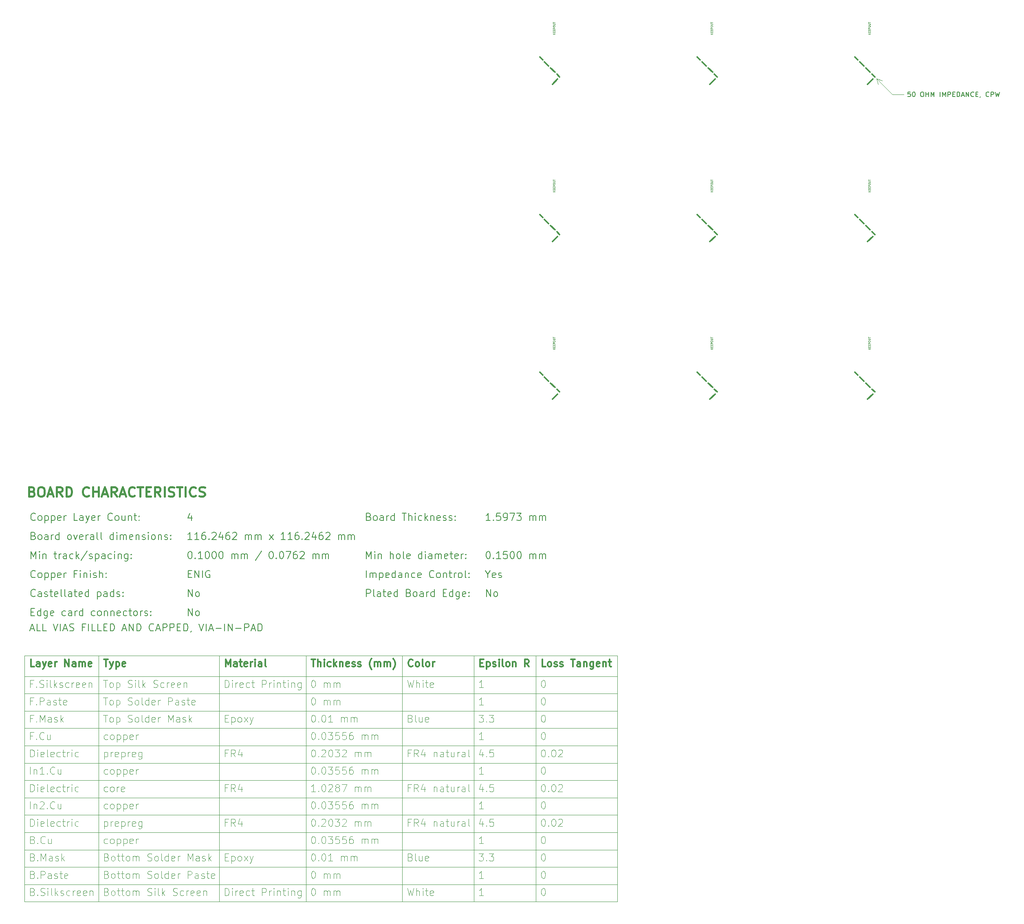
<source format=gbr>
G04 #@! TF.GenerationSoftware,KiCad,Pcbnew,9.0.0-rc2-3baa6cd791~182~ubuntu24.04.1*
G04 #@! TF.CreationDate,2025-02-06T23:06:31-05:00*
G04 #@! TF.ProjectId,PCA20073_Tiny_Board_Panel,50434132-3030-4373-935f-54696e795f42,rev?*
G04 #@! TF.SameCoordinates,PX5630ad8PY1312d00*
G04 #@! TF.FileFunction,Other,Comment*
%FSLAX46Y46*%
G04 Gerber Fmt 4.6, Leading zero omitted, Abs format (unit mm)*
G04 Created by KiCad (PCBNEW 9.0.0-rc2-3baa6cd791~182~ubuntu24.04.1) date 2025-02-06 23:06:31*
%MOMM*%
%LPD*%
G01*
G04 APERTURE LIST*
%ADD10C,0.150000*%
%ADD11C,0.100000*%
%ADD12C,0.200000*%
%ADD13C,0.300000*%
%ADD14C,0.400000*%
%ADD15C,0.070000*%
G04 APERTURE END LIST*
D10*
X107223809Y-36283594D02*
X106747619Y-36283594D01*
X106747619Y-36283594D02*
X106700000Y-36759784D01*
X106700000Y-36759784D02*
X106747619Y-36712165D01*
X106747619Y-36712165D02*
X106842857Y-36664546D01*
X106842857Y-36664546D02*
X107080952Y-36664546D01*
X107080952Y-36664546D02*
X107176190Y-36712165D01*
X107176190Y-36712165D02*
X107223809Y-36759784D01*
X107223809Y-36759784D02*
X107271428Y-36855022D01*
X107271428Y-36855022D02*
X107271428Y-37093117D01*
X107271428Y-37093117D02*
X107223809Y-37188355D01*
X107223809Y-37188355D02*
X107176190Y-37235975D01*
X107176190Y-37235975D02*
X107080952Y-37283594D01*
X107080952Y-37283594D02*
X106842857Y-37283594D01*
X106842857Y-37283594D02*
X106747619Y-37235975D01*
X106747619Y-37235975D02*
X106700000Y-37188355D01*
X107890476Y-36283594D02*
X107985714Y-36283594D01*
X107985714Y-36283594D02*
X108080952Y-36331213D01*
X108080952Y-36331213D02*
X108128571Y-36378832D01*
X108128571Y-36378832D02*
X108176190Y-36474070D01*
X108176190Y-36474070D02*
X108223809Y-36664546D01*
X108223809Y-36664546D02*
X108223809Y-36902641D01*
X108223809Y-36902641D02*
X108176190Y-37093117D01*
X108176190Y-37093117D02*
X108128571Y-37188355D01*
X108128571Y-37188355D02*
X108080952Y-37235975D01*
X108080952Y-37235975D02*
X107985714Y-37283594D01*
X107985714Y-37283594D02*
X107890476Y-37283594D01*
X107890476Y-37283594D02*
X107795238Y-37235975D01*
X107795238Y-37235975D02*
X107747619Y-37188355D01*
X107747619Y-37188355D02*
X107700000Y-37093117D01*
X107700000Y-37093117D02*
X107652381Y-36902641D01*
X107652381Y-36902641D02*
X107652381Y-36664546D01*
X107652381Y-36664546D02*
X107700000Y-36474070D01*
X107700000Y-36474070D02*
X107747619Y-36378832D01*
X107747619Y-36378832D02*
X107795238Y-36331213D01*
X107795238Y-36331213D02*
X107890476Y-36283594D01*
X109604762Y-36283594D02*
X109795238Y-36283594D01*
X109795238Y-36283594D02*
X109890476Y-36331213D01*
X109890476Y-36331213D02*
X109985714Y-36426451D01*
X109985714Y-36426451D02*
X110033333Y-36616927D01*
X110033333Y-36616927D02*
X110033333Y-36950260D01*
X110033333Y-36950260D02*
X109985714Y-37140736D01*
X109985714Y-37140736D02*
X109890476Y-37235975D01*
X109890476Y-37235975D02*
X109795238Y-37283594D01*
X109795238Y-37283594D02*
X109604762Y-37283594D01*
X109604762Y-37283594D02*
X109509524Y-37235975D01*
X109509524Y-37235975D02*
X109414286Y-37140736D01*
X109414286Y-37140736D02*
X109366667Y-36950260D01*
X109366667Y-36950260D02*
X109366667Y-36616927D01*
X109366667Y-36616927D02*
X109414286Y-36426451D01*
X109414286Y-36426451D02*
X109509524Y-36331213D01*
X109509524Y-36331213D02*
X109604762Y-36283594D01*
X110461905Y-37283594D02*
X110461905Y-36283594D01*
X110461905Y-36759784D02*
X111033333Y-36759784D01*
X111033333Y-37283594D02*
X111033333Y-36283594D01*
X111509524Y-37283594D02*
X111509524Y-36283594D01*
X111509524Y-36283594D02*
X111842857Y-36997879D01*
X111842857Y-36997879D02*
X112176190Y-36283594D01*
X112176190Y-36283594D02*
X112176190Y-37283594D01*
X113414286Y-37283594D02*
X113414286Y-36283594D01*
X113890476Y-37283594D02*
X113890476Y-36283594D01*
X113890476Y-36283594D02*
X114223809Y-36997879D01*
X114223809Y-36997879D02*
X114557142Y-36283594D01*
X114557142Y-36283594D02*
X114557142Y-37283594D01*
X115033333Y-37283594D02*
X115033333Y-36283594D01*
X115033333Y-36283594D02*
X115414285Y-36283594D01*
X115414285Y-36283594D02*
X115509523Y-36331213D01*
X115509523Y-36331213D02*
X115557142Y-36378832D01*
X115557142Y-36378832D02*
X115604761Y-36474070D01*
X115604761Y-36474070D02*
X115604761Y-36616927D01*
X115604761Y-36616927D02*
X115557142Y-36712165D01*
X115557142Y-36712165D02*
X115509523Y-36759784D01*
X115509523Y-36759784D02*
X115414285Y-36807403D01*
X115414285Y-36807403D02*
X115033333Y-36807403D01*
X116033333Y-36759784D02*
X116366666Y-36759784D01*
X116509523Y-37283594D02*
X116033333Y-37283594D01*
X116033333Y-37283594D02*
X116033333Y-36283594D01*
X116033333Y-36283594D02*
X116509523Y-36283594D01*
X116938095Y-37283594D02*
X116938095Y-36283594D01*
X116938095Y-36283594D02*
X117176190Y-36283594D01*
X117176190Y-36283594D02*
X117319047Y-36331213D01*
X117319047Y-36331213D02*
X117414285Y-36426451D01*
X117414285Y-36426451D02*
X117461904Y-36521689D01*
X117461904Y-36521689D02*
X117509523Y-36712165D01*
X117509523Y-36712165D02*
X117509523Y-36855022D01*
X117509523Y-36855022D02*
X117461904Y-37045498D01*
X117461904Y-37045498D02*
X117414285Y-37140736D01*
X117414285Y-37140736D02*
X117319047Y-37235975D01*
X117319047Y-37235975D02*
X117176190Y-37283594D01*
X117176190Y-37283594D02*
X116938095Y-37283594D01*
X117890476Y-36997879D02*
X118366666Y-36997879D01*
X117795238Y-37283594D02*
X118128571Y-36283594D01*
X118128571Y-36283594D02*
X118461904Y-37283594D01*
X118795238Y-37283594D02*
X118795238Y-36283594D01*
X118795238Y-36283594D02*
X119366666Y-37283594D01*
X119366666Y-37283594D02*
X119366666Y-36283594D01*
X120414285Y-37188355D02*
X120366666Y-37235975D01*
X120366666Y-37235975D02*
X120223809Y-37283594D01*
X120223809Y-37283594D02*
X120128571Y-37283594D01*
X120128571Y-37283594D02*
X119985714Y-37235975D01*
X119985714Y-37235975D02*
X119890476Y-37140736D01*
X119890476Y-37140736D02*
X119842857Y-37045498D01*
X119842857Y-37045498D02*
X119795238Y-36855022D01*
X119795238Y-36855022D02*
X119795238Y-36712165D01*
X119795238Y-36712165D02*
X119842857Y-36521689D01*
X119842857Y-36521689D02*
X119890476Y-36426451D01*
X119890476Y-36426451D02*
X119985714Y-36331213D01*
X119985714Y-36331213D02*
X120128571Y-36283594D01*
X120128571Y-36283594D02*
X120223809Y-36283594D01*
X120223809Y-36283594D02*
X120366666Y-36331213D01*
X120366666Y-36331213D02*
X120414285Y-36378832D01*
X120842857Y-36759784D02*
X121176190Y-36759784D01*
X121319047Y-37283594D02*
X120842857Y-37283594D01*
X120842857Y-37283594D02*
X120842857Y-36283594D01*
X120842857Y-36283594D02*
X121319047Y-36283594D01*
X121795238Y-37235975D02*
X121795238Y-37283594D01*
X121795238Y-37283594D02*
X121747619Y-37378832D01*
X121747619Y-37378832D02*
X121700000Y-37426451D01*
X123557142Y-37188355D02*
X123509523Y-37235975D01*
X123509523Y-37235975D02*
X123366666Y-37283594D01*
X123366666Y-37283594D02*
X123271428Y-37283594D01*
X123271428Y-37283594D02*
X123128571Y-37235975D01*
X123128571Y-37235975D02*
X123033333Y-37140736D01*
X123033333Y-37140736D02*
X122985714Y-37045498D01*
X122985714Y-37045498D02*
X122938095Y-36855022D01*
X122938095Y-36855022D02*
X122938095Y-36712165D01*
X122938095Y-36712165D02*
X122985714Y-36521689D01*
X122985714Y-36521689D02*
X123033333Y-36426451D01*
X123033333Y-36426451D02*
X123128571Y-36331213D01*
X123128571Y-36331213D02*
X123271428Y-36283594D01*
X123271428Y-36283594D02*
X123366666Y-36283594D01*
X123366666Y-36283594D02*
X123509523Y-36331213D01*
X123509523Y-36331213D02*
X123557142Y-36378832D01*
X123985714Y-37283594D02*
X123985714Y-36283594D01*
X123985714Y-36283594D02*
X124366666Y-36283594D01*
X124366666Y-36283594D02*
X124461904Y-36331213D01*
X124461904Y-36331213D02*
X124509523Y-36378832D01*
X124509523Y-36378832D02*
X124557142Y-36474070D01*
X124557142Y-36474070D02*
X124557142Y-36616927D01*
X124557142Y-36616927D02*
X124509523Y-36712165D01*
X124509523Y-36712165D02*
X124461904Y-36759784D01*
X124461904Y-36759784D02*
X124366666Y-36807403D01*
X124366666Y-36807403D02*
X123985714Y-36807403D01*
X124890476Y-36283594D02*
X125128571Y-37283594D01*
X125128571Y-37283594D02*
X125319047Y-36569308D01*
X125319047Y-36569308D02*
X125509523Y-37283594D01*
X125509523Y-37283594D02*
X125747619Y-36283594D01*
D11*
X100198534Y-33527309D02*
X103500000Y-36828775D01*
X100198534Y-33527309D02*
X101409755Y-33909205D01*
X100198534Y-33527309D02*
X100580430Y-34738530D01*
X103500000Y-36828775D02*
X105884524Y-36828775D01*
X100198534Y-33527309D02*
X103500000Y-36828775D01*
X100198534Y-33527309D02*
X101409755Y-33909205D01*
X100198534Y-33527309D02*
X100580430Y-34738530D01*
X103500000Y-36828775D02*
X105884524Y-36828775D01*
D12*
X-75582708Y-147932457D02*
X-74868422Y-147932457D01*
X-75725565Y-148361028D02*
X-75225565Y-146861028D01*
X-75225565Y-146861028D02*
X-74725565Y-148361028D01*
X-73511280Y-148361028D02*
X-74225566Y-148361028D01*
X-74225566Y-148361028D02*
X-74225566Y-146861028D01*
X-72296994Y-148361028D02*
X-73011280Y-148361028D01*
X-73011280Y-148361028D02*
X-73011280Y-146861028D01*
X-70868422Y-146861028D02*
X-70368422Y-148361028D01*
X-70368422Y-148361028D02*
X-69868422Y-146861028D01*
X-69368423Y-148361028D02*
X-69368423Y-146861028D01*
X-68725565Y-147932457D02*
X-68011279Y-147932457D01*
X-68868422Y-148361028D02*
X-68368422Y-146861028D01*
X-68368422Y-146861028D02*
X-67868422Y-148361028D01*
X-67439851Y-148289600D02*
X-67225565Y-148361028D01*
X-67225565Y-148361028D02*
X-66868423Y-148361028D01*
X-66868423Y-148361028D02*
X-66725565Y-148289600D01*
X-66725565Y-148289600D02*
X-66654137Y-148218171D01*
X-66654137Y-148218171D02*
X-66582708Y-148075314D01*
X-66582708Y-148075314D02*
X-66582708Y-147932457D01*
X-66582708Y-147932457D02*
X-66654137Y-147789600D01*
X-66654137Y-147789600D02*
X-66725565Y-147718171D01*
X-66725565Y-147718171D02*
X-66868423Y-147646742D01*
X-66868423Y-147646742D02*
X-67154137Y-147575314D01*
X-67154137Y-147575314D02*
X-67296994Y-147503885D01*
X-67296994Y-147503885D02*
X-67368423Y-147432457D01*
X-67368423Y-147432457D02*
X-67439851Y-147289600D01*
X-67439851Y-147289600D02*
X-67439851Y-147146742D01*
X-67439851Y-147146742D02*
X-67368423Y-147003885D01*
X-67368423Y-147003885D02*
X-67296994Y-146932457D01*
X-67296994Y-146932457D02*
X-67154137Y-146861028D01*
X-67154137Y-146861028D02*
X-66796994Y-146861028D01*
X-66796994Y-146861028D02*
X-66582708Y-146932457D01*
X-64296995Y-147575314D02*
X-64796995Y-147575314D01*
X-64796995Y-148361028D02*
X-64796995Y-146861028D01*
X-64796995Y-146861028D02*
X-64082709Y-146861028D01*
X-63511281Y-148361028D02*
X-63511281Y-146861028D01*
X-62082709Y-148361028D02*
X-62796995Y-148361028D01*
X-62796995Y-148361028D02*
X-62796995Y-146861028D01*
X-60868423Y-148361028D02*
X-61582709Y-148361028D01*
X-61582709Y-148361028D02*
X-61582709Y-146861028D01*
X-60368423Y-147575314D02*
X-59868423Y-147575314D01*
X-59654137Y-148361028D02*
X-60368423Y-148361028D01*
X-60368423Y-148361028D02*
X-60368423Y-146861028D01*
X-60368423Y-146861028D02*
X-59654137Y-146861028D01*
X-59011280Y-148361028D02*
X-59011280Y-146861028D01*
X-59011280Y-146861028D02*
X-58654137Y-146861028D01*
X-58654137Y-146861028D02*
X-58439851Y-146932457D01*
X-58439851Y-146932457D02*
X-58296994Y-147075314D01*
X-58296994Y-147075314D02*
X-58225565Y-147218171D01*
X-58225565Y-147218171D02*
X-58154137Y-147503885D01*
X-58154137Y-147503885D02*
X-58154137Y-147718171D01*
X-58154137Y-147718171D02*
X-58225565Y-148003885D01*
X-58225565Y-148003885D02*
X-58296994Y-148146742D01*
X-58296994Y-148146742D02*
X-58439851Y-148289600D01*
X-58439851Y-148289600D02*
X-58654137Y-148361028D01*
X-58654137Y-148361028D02*
X-59011280Y-148361028D01*
X-56439851Y-147932457D02*
X-55725565Y-147932457D01*
X-56582708Y-148361028D02*
X-56082708Y-146861028D01*
X-56082708Y-146861028D02*
X-55582708Y-148361028D01*
X-55082709Y-148361028D02*
X-55082709Y-146861028D01*
X-55082709Y-146861028D02*
X-54225566Y-148361028D01*
X-54225566Y-148361028D02*
X-54225566Y-146861028D01*
X-53511280Y-148361028D02*
X-53511280Y-146861028D01*
X-53511280Y-146861028D02*
X-53154137Y-146861028D01*
X-53154137Y-146861028D02*
X-52939851Y-146932457D01*
X-52939851Y-146932457D02*
X-52796994Y-147075314D01*
X-52796994Y-147075314D02*
X-52725565Y-147218171D01*
X-52725565Y-147218171D02*
X-52654137Y-147503885D01*
X-52654137Y-147503885D02*
X-52654137Y-147718171D01*
X-52654137Y-147718171D02*
X-52725565Y-148003885D01*
X-52725565Y-148003885D02*
X-52796994Y-148146742D01*
X-52796994Y-148146742D02*
X-52939851Y-148289600D01*
X-52939851Y-148289600D02*
X-53154137Y-148361028D01*
X-53154137Y-148361028D02*
X-53511280Y-148361028D01*
X-50011280Y-148218171D02*
X-50082708Y-148289600D01*
X-50082708Y-148289600D02*
X-50296994Y-148361028D01*
X-50296994Y-148361028D02*
X-50439851Y-148361028D01*
X-50439851Y-148361028D02*
X-50654137Y-148289600D01*
X-50654137Y-148289600D02*
X-50796994Y-148146742D01*
X-50796994Y-148146742D02*
X-50868423Y-148003885D01*
X-50868423Y-148003885D02*
X-50939851Y-147718171D01*
X-50939851Y-147718171D02*
X-50939851Y-147503885D01*
X-50939851Y-147503885D02*
X-50868423Y-147218171D01*
X-50868423Y-147218171D02*
X-50796994Y-147075314D01*
X-50796994Y-147075314D02*
X-50654137Y-146932457D01*
X-50654137Y-146932457D02*
X-50439851Y-146861028D01*
X-50439851Y-146861028D02*
X-50296994Y-146861028D01*
X-50296994Y-146861028D02*
X-50082708Y-146932457D01*
X-50082708Y-146932457D02*
X-50011280Y-147003885D01*
X-49439851Y-147932457D02*
X-48725565Y-147932457D01*
X-49582708Y-148361028D02*
X-49082708Y-146861028D01*
X-49082708Y-146861028D02*
X-48582708Y-148361028D01*
X-48082709Y-148361028D02*
X-48082709Y-146861028D01*
X-48082709Y-146861028D02*
X-47511280Y-146861028D01*
X-47511280Y-146861028D02*
X-47368423Y-146932457D01*
X-47368423Y-146932457D02*
X-47296994Y-147003885D01*
X-47296994Y-147003885D02*
X-47225566Y-147146742D01*
X-47225566Y-147146742D02*
X-47225566Y-147361028D01*
X-47225566Y-147361028D02*
X-47296994Y-147503885D01*
X-47296994Y-147503885D02*
X-47368423Y-147575314D01*
X-47368423Y-147575314D02*
X-47511280Y-147646742D01*
X-47511280Y-147646742D02*
X-48082709Y-147646742D01*
X-46582709Y-148361028D02*
X-46582709Y-146861028D01*
X-46582709Y-146861028D02*
X-46011280Y-146861028D01*
X-46011280Y-146861028D02*
X-45868423Y-146932457D01*
X-45868423Y-146932457D02*
X-45796994Y-147003885D01*
X-45796994Y-147003885D02*
X-45725566Y-147146742D01*
X-45725566Y-147146742D02*
X-45725566Y-147361028D01*
X-45725566Y-147361028D02*
X-45796994Y-147503885D01*
X-45796994Y-147503885D02*
X-45868423Y-147575314D01*
X-45868423Y-147575314D02*
X-46011280Y-147646742D01*
X-46011280Y-147646742D02*
X-46582709Y-147646742D01*
X-45082709Y-147575314D02*
X-44582709Y-147575314D01*
X-44368423Y-148361028D02*
X-45082709Y-148361028D01*
X-45082709Y-148361028D02*
X-45082709Y-146861028D01*
X-45082709Y-146861028D02*
X-44368423Y-146861028D01*
X-43725566Y-148361028D02*
X-43725566Y-146861028D01*
X-43725566Y-146861028D02*
X-43368423Y-146861028D01*
X-43368423Y-146861028D02*
X-43154137Y-146932457D01*
X-43154137Y-146932457D02*
X-43011280Y-147075314D01*
X-43011280Y-147075314D02*
X-42939851Y-147218171D01*
X-42939851Y-147218171D02*
X-42868423Y-147503885D01*
X-42868423Y-147503885D02*
X-42868423Y-147718171D01*
X-42868423Y-147718171D02*
X-42939851Y-148003885D01*
X-42939851Y-148003885D02*
X-43011280Y-148146742D01*
X-43011280Y-148146742D02*
X-43154137Y-148289600D01*
X-43154137Y-148289600D02*
X-43368423Y-148361028D01*
X-43368423Y-148361028D02*
X-43725566Y-148361028D01*
X-42154137Y-148289600D02*
X-42154137Y-148361028D01*
X-42154137Y-148361028D02*
X-42225566Y-148503885D01*
X-42225566Y-148503885D02*
X-42296994Y-148575314D01*
X-40582708Y-146861028D02*
X-40082708Y-148361028D01*
X-40082708Y-148361028D02*
X-39582708Y-146861028D01*
X-39082709Y-148361028D02*
X-39082709Y-146861028D01*
X-38439851Y-147932457D02*
X-37725565Y-147932457D01*
X-38582708Y-148361028D02*
X-38082708Y-146861028D01*
X-38082708Y-146861028D02*
X-37582708Y-148361028D01*
X-37082709Y-147789600D02*
X-35939851Y-147789600D01*
X-35225566Y-148361028D02*
X-35225566Y-146861028D01*
X-34511280Y-148361028D02*
X-34511280Y-146861028D01*
X-34511280Y-146861028D02*
X-33654137Y-148361028D01*
X-33654137Y-148361028D02*
X-33654137Y-146861028D01*
X-32939851Y-147789600D02*
X-31796993Y-147789600D01*
X-31082708Y-148361028D02*
X-31082708Y-146861028D01*
X-31082708Y-146861028D02*
X-30511279Y-146861028D01*
X-30511279Y-146861028D02*
X-30368422Y-146932457D01*
X-30368422Y-146932457D02*
X-30296993Y-147003885D01*
X-30296993Y-147003885D02*
X-30225565Y-147146742D01*
X-30225565Y-147146742D02*
X-30225565Y-147361028D01*
X-30225565Y-147361028D02*
X-30296993Y-147503885D01*
X-30296993Y-147503885D02*
X-30368422Y-147575314D01*
X-30368422Y-147575314D02*
X-30511279Y-147646742D01*
X-30511279Y-147646742D02*
X-31082708Y-147646742D01*
X-29654136Y-147932457D02*
X-28939850Y-147932457D01*
X-29796993Y-148361028D02*
X-29296993Y-146861028D01*
X-29296993Y-146861028D02*
X-28796993Y-148361028D01*
X-28296994Y-148361028D02*
X-28296994Y-146861028D01*
X-28296994Y-146861028D02*
X-27939851Y-146861028D01*
X-27939851Y-146861028D02*
X-27725565Y-146932457D01*
X-27725565Y-146932457D02*
X-27582708Y-147075314D01*
X-27582708Y-147075314D02*
X-27511279Y-147218171D01*
X-27511279Y-147218171D02*
X-27439851Y-147503885D01*
X-27439851Y-147503885D02*
X-27439851Y-147718171D01*
X-27439851Y-147718171D02*
X-27511279Y-148003885D01*
X-27511279Y-148003885D02*
X-27582708Y-148146742D01*
X-27582708Y-148146742D02*
X-27725565Y-148289600D01*
X-27725565Y-148289600D02*
X-27939851Y-148361028D01*
X-27939851Y-148361028D02*
X-28296994Y-148361028D01*
D11*
X-34669927Y-173742514D02*
X-35169927Y-173742514D01*
X-35169927Y-174528228D02*
X-35169927Y-173028228D01*
X-35169927Y-173028228D02*
X-34455641Y-173028228D01*
X-33027070Y-174528228D02*
X-33527070Y-173813942D01*
X-33884213Y-174528228D02*
X-33884213Y-173028228D01*
X-33884213Y-173028228D02*
X-33312784Y-173028228D01*
X-33312784Y-173028228D02*
X-33169927Y-173099657D01*
X-33169927Y-173099657D02*
X-33098498Y-173171085D01*
X-33098498Y-173171085D02*
X-33027070Y-173313942D01*
X-33027070Y-173313942D02*
X-33027070Y-173528228D01*
X-33027070Y-173528228D02*
X-33098498Y-173671085D01*
X-33098498Y-173671085D02*
X-33169927Y-173742514D01*
X-33169927Y-173742514D02*
X-33312784Y-173813942D01*
X-33312784Y-173813942D02*
X-33884213Y-173813942D01*
X-31741355Y-173528228D02*
X-31741355Y-174528228D01*
X-32098498Y-172956800D02*
X-32455641Y-174028228D01*
X-32455641Y-174028228D02*
X-31527070Y-174028228D01*
D13*
X31447367Y-155785828D02*
X30733081Y-155785828D01*
X30733081Y-155785828D02*
X30733081Y-154285828D01*
X32161653Y-155785828D02*
X32018796Y-155714400D01*
X32018796Y-155714400D02*
X31947367Y-155642971D01*
X31947367Y-155642971D02*
X31875939Y-155500114D01*
X31875939Y-155500114D02*
X31875939Y-155071542D01*
X31875939Y-155071542D02*
X31947367Y-154928685D01*
X31947367Y-154928685D02*
X32018796Y-154857257D01*
X32018796Y-154857257D02*
X32161653Y-154785828D01*
X32161653Y-154785828D02*
X32375939Y-154785828D01*
X32375939Y-154785828D02*
X32518796Y-154857257D01*
X32518796Y-154857257D02*
X32590225Y-154928685D01*
X32590225Y-154928685D02*
X32661653Y-155071542D01*
X32661653Y-155071542D02*
X32661653Y-155500114D01*
X32661653Y-155500114D02*
X32590225Y-155642971D01*
X32590225Y-155642971D02*
X32518796Y-155714400D01*
X32518796Y-155714400D02*
X32375939Y-155785828D01*
X32375939Y-155785828D02*
X32161653Y-155785828D01*
X33233082Y-155714400D02*
X33375939Y-155785828D01*
X33375939Y-155785828D02*
X33661653Y-155785828D01*
X33661653Y-155785828D02*
X33804510Y-155714400D01*
X33804510Y-155714400D02*
X33875939Y-155571542D01*
X33875939Y-155571542D02*
X33875939Y-155500114D01*
X33875939Y-155500114D02*
X33804510Y-155357257D01*
X33804510Y-155357257D02*
X33661653Y-155285828D01*
X33661653Y-155285828D02*
X33447368Y-155285828D01*
X33447368Y-155285828D02*
X33304510Y-155214400D01*
X33304510Y-155214400D02*
X33233082Y-155071542D01*
X33233082Y-155071542D02*
X33233082Y-155000114D01*
X33233082Y-155000114D02*
X33304510Y-154857257D01*
X33304510Y-154857257D02*
X33447368Y-154785828D01*
X33447368Y-154785828D02*
X33661653Y-154785828D01*
X33661653Y-154785828D02*
X33804510Y-154857257D01*
X34447368Y-155714400D02*
X34590225Y-155785828D01*
X34590225Y-155785828D02*
X34875939Y-155785828D01*
X34875939Y-155785828D02*
X35018796Y-155714400D01*
X35018796Y-155714400D02*
X35090225Y-155571542D01*
X35090225Y-155571542D02*
X35090225Y-155500114D01*
X35090225Y-155500114D02*
X35018796Y-155357257D01*
X35018796Y-155357257D02*
X34875939Y-155285828D01*
X34875939Y-155285828D02*
X34661654Y-155285828D01*
X34661654Y-155285828D02*
X34518796Y-155214400D01*
X34518796Y-155214400D02*
X34447368Y-155071542D01*
X34447368Y-155071542D02*
X34447368Y-155000114D01*
X34447368Y-155000114D02*
X34518796Y-154857257D01*
X34518796Y-154857257D02*
X34661654Y-154785828D01*
X34661654Y-154785828D02*
X34875939Y-154785828D01*
X34875939Y-154785828D02*
X35018796Y-154857257D01*
X36661654Y-154285828D02*
X37518797Y-154285828D01*
X37090225Y-155785828D02*
X37090225Y-154285828D01*
X38661654Y-155785828D02*
X38661654Y-155000114D01*
X38661654Y-155000114D02*
X38590225Y-154857257D01*
X38590225Y-154857257D02*
X38447368Y-154785828D01*
X38447368Y-154785828D02*
X38161654Y-154785828D01*
X38161654Y-154785828D02*
X38018796Y-154857257D01*
X38661654Y-155714400D02*
X38518796Y-155785828D01*
X38518796Y-155785828D02*
X38161654Y-155785828D01*
X38161654Y-155785828D02*
X38018796Y-155714400D01*
X38018796Y-155714400D02*
X37947368Y-155571542D01*
X37947368Y-155571542D02*
X37947368Y-155428685D01*
X37947368Y-155428685D02*
X38018796Y-155285828D01*
X38018796Y-155285828D02*
X38161654Y-155214400D01*
X38161654Y-155214400D02*
X38518796Y-155214400D01*
X38518796Y-155214400D02*
X38661654Y-155142971D01*
X39375939Y-154785828D02*
X39375939Y-155785828D01*
X39375939Y-154928685D02*
X39447368Y-154857257D01*
X39447368Y-154857257D02*
X39590225Y-154785828D01*
X39590225Y-154785828D02*
X39804511Y-154785828D01*
X39804511Y-154785828D02*
X39947368Y-154857257D01*
X39947368Y-154857257D02*
X40018797Y-155000114D01*
X40018797Y-155000114D02*
X40018797Y-155785828D01*
X41375940Y-154785828D02*
X41375940Y-156000114D01*
X41375940Y-156000114D02*
X41304511Y-156142971D01*
X41304511Y-156142971D02*
X41233082Y-156214400D01*
X41233082Y-156214400D02*
X41090225Y-156285828D01*
X41090225Y-156285828D02*
X40875940Y-156285828D01*
X40875940Y-156285828D02*
X40733082Y-156214400D01*
X41375940Y-155714400D02*
X41233082Y-155785828D01*
X41233082Y-155785828D02*
X40947368Y-155785828D01*
X40947368Y-155785828D02*
X40804511Y-155714400D01*
X40804511Y-155714400D02*
X40733082Y-155642971D01*
X40733082Y-155642971D02*
X40661654Y-155500114D01*
X40661654Y-155500114D02*
X40661654Y-155071542D01*
X40661654Y-155071542D02*
X40733082Y-154928685D01*
X40733082Y-154928685D02*
X40804511Y-154857257D01*
X40804511Y-154857257D02*
X40947368Y-154785828D01*
X40947368Y-154785828D02*
X41233082Y-154785828D01*
X41233082Y-154785828D02*
X41375940Y-154857257D01*
X42661654Y-155714400D02*
X42518797Y-155785828D01*
X42518797Y-155785828D02*
X42233083Y-155785828D01*
X42233083Y-155785828D02*
X42090225Y-155714400D01*
X42090225Y-155714400D02*
X42018797Y-155571542D01*
X42018797Y-155571542D02*
X42018797Y-155000114D01*
X42018797Y-155000114D02*
X42090225Y-154857257D01*
X42090225Y-154857257D02*
X42233083Y-154785828D01*
X42233083Y-154785828D02*
X42518797Y-154785828D01*
X42518797Y-154785828D02*
X42661654Y-154857257D01*
X42661654Y-154857257D02*
X42733083Y-155000114D01*
X42733083Y-155000114D02*
X42733083Y-155142971D01*
X42733083Y-155142971D02*
X42018797Y-155285828D01*
X43375939Y-154785828D02*
X43375939Y-155785828D01*
X43375939Y-154928685D02*
X43447368Y-154857257D01*
X43447368Y-154857257D02*
X43590225Y-154785828D01*
X43590225Y-154785828D02*
X43804511Y-154785828D01*
X43804511Y-154785828D02*
X43947368Y-154857257D01*
X43947368Y-154857257D02*
X44018797Y-155000114D01*
X44018797Y-155000114D02*
X44018797Y-155785828D01*
X44518797Y-154785828D02*
X45090225Y-154785828D01*
X44733082Y-154285828D02*
X44733082Y-155571542D01*
X44733082Y-155571542D02*
X44804511Y-155714400D01*
X44804511Y-155714400D02*
X44947368Y-155785828D01*
X44947368Y-155785828D02*
X45090225Y-155785828D01*
D11*
X-34669927Y-180954514D02*
X-35169927Y-180954514D01*
X-35169927Y-181740228D02*
X-35169927Y-180240228D01*
X-35169927Y-180240228D02*
X-34455641Y-180240228D01*
X-33027070Y-181740228D02*
X-33527070Y-181025942D01*
X-33884213Y-181740228D02*
X-33884213Y-180240228D01*
X-33884213Y-180240228D02*
X-33312784Y-180240228D01*
X-33312784Y-180240228D02*
X-33169927Y-180311657D01*
X-33169927Y-180311657D02*
X-33098498Y-180383085D01*
X-33098498Y-180383085D02*
X-33027070Y-180525942D01*
X-33027070Y-180525942D02*
X-33027070Y-180740228D01*
X-33027070Y-180740228D02*
X-33098498Y-180883085D01*
X-33098498Y-180883085D02*
X-33169927Y-180954514D01*
X-33169927Y-180954514D02*
X-33312784Y-181025942D01*
X-33312784Y-181025942D02*
X-33884213Y-181025942D01*
X-31741355Y-180740228D02*
X-31741355Y-181740228D01*
X-32098498Y-180168800D02*
X-32455641Y-181240228D01*
X-32455641Y-181240228D02*
X-31527070Y-181240228D01*
X-35169927Y-160104228D02*
X-35169927Y-158604228D01*
X-35169927Y-158604228D02*
X-34812784Y-158604228D01*
X-34812784Y-158604228D02*
X-34598498Y-158675657D01*
X-34598498Y-158675657D02*
X-34455641Y-158818514D01*
X-34455641Y-158818514D02*
X-34384212Y-158961371D01*
X-34384212Y-158961371D02*
X-34312784Y-159247085D01*
X-34312784Y-159247085D02*
X-34312784Y-159461371D01*
X-34312784Y-159461371D02*
X-34384212Y-159747085D01*
X-34384212Y-159747085D02*
X-34455641Y-159889942D01*
X-34455641Y-159889942D02*
X-34598498Y-160032800D01*
X-34598498Y-160032800D02*
X-34812784Y-160104228D01*
X-34812784Y-160104228D02*
X-35169927Y-160104228D01*
X-33669927Y-160104228D02*
X-33669927Y-159104228D01*
X-33669927Y-158604228D02*
X-33741355Y-158675657D01*
X-33741355Y-158675657D02*
X-33669927Y-158747085D01*
X-33669927Y-158747085D02*
X-33598498Y-158675657D01*
X-33598498Y-158675657D02*
X-33669927Y-158604228D01*
X-33669927Y-158604228D02*
X-33669927Y-158747085D01*
X-32955641Y-160104228D02*
X-32955641Y-159104228D01*
X-32955641Y-159389942D02*
X-32884212Y-159247085D01*
X-32884212Y-159247085D02*
X-32812783Y-159175657D01*
X-32812783Y-159175657D02*
X-32669926Y-159104228D01*
X-32669926Y-159104228D02*
X-32527069Y-159104228D01*
X-31455641Y-160032800D02*
X-31598498Y-160104228D01*
X-31598498Y-160104228D02*
X-31884212Y-160104228D01*
X-31884212Y-160104228D02*
X-32027070Y-160032800D01*
X-32027070Y-160032800D02*
X-32098498Y-159889942D01*
X-32098498Y-159889942D02*
X-32098498Y-159318514D01*
X-32098498Y-159318514D02*
X-32027070Y-159175657D01*
X-32027070Y-159175657D02*
X-31884212Y-159104228D01*
X-31884212Y-159104228D02*
X-31598498Y-159104228D01*
X-31598498Y-159104228D02*
X-31455641Y-159175657D01*
X-31455641Y-159175657D02*
X-31384212Y-159318514D01*
X-31384212Y-159318514D02*
X-31384212Y-159461371D01*
X-31384212Y-159461371D02*
X-32098498Y-159604228D01*
X-30098498Y-160032800D02*
X-30241356Y-160104228D01*
X-30241356Y-160104228D02*
X-30527070Y-160104228D01*
X-30527070Y-160104228D02*
X-30669927Y-160032800D01*
X-30669927Y-160032800D02*
X-30741356Y-159961371D01*
X-30741356Y-159961371D02*
X-30812784Y-159818514D01*
X-30812784Y-159818514D02*
X-30812784Y-159389942D01*
X-30812784Y-159389942D02*
X-30741356Y-159247085D01*
X-30741356Y-159247085D02*
X-30669927Y-159175657D01*
X-30669927Y-159175657D02*
X-30527070Y-159104228D01*
X-30527070Y-159104228D02*
X-30241356Y-159104228D01*
X-30241356Y-159104228D02*
X-30098498Y-159175657D01*
X-29669927Y-159104228D02*
X-29098499Y-159104228D01*
X-29455642Y-158604228D02*
X-29455642Y-159889942D01*
X-29455642Y-159889942D02*
X-29384213Y-160032800D01*
X-29384213Y-160032800D02*
X-29241356Y-160104228D01*
X-29241356Y-160104228D02*
X-29098499Y-160104228D01*
X-27455642Y-160104228D02*
X-27455642Y-158604228D01*
X-27455642Y-158604228D02*
X-26884213Y-158604228D01*
X-26884213Y-158604228D02*
X-26741356Y-158675657D01*
X-26741356Y-158675657D02*
X-26669927Y-158747085D01*
X-26669927Y-158747085D02*
X-26598499Y-158889942D01*
X-26598499Y-158889942D02*
X-26598499Y-159104228D01*
X-26598499Y-159104228D02*
X-26669927Y-159247085D01*
X-26669927Y-159247085D02*
X-26741356Y-159318514D01*
X-26741356Y-159318514D02*
X-26884213Y-159389942D01*
X-26884213Y-159389942D02*
X-27455642Y-159389942D01*
X-25955642Y-160104228D02*
X-25955642Y-159104228D01*
X-25955642Y-159389942D02*
X-25884213Y-159247085D01*
X-25884213Y-159247085D02*
X-25812784Y-159175657D01*
X-25812784Y-159175657D02*
X-25669927Y-159104228D01*
X-25669927Y-159104228D02*
X-25527070Y-159104228D01*
X-25027071Y-160104228D02*
X-25027071Y-159104228D01*
X-25027071Y-158604228D02*
X-25098499Y-158675657D01*
X-25098499Y-158675657D02*
X-25027071Y-158747085D01*
X-25027071Y-158747085D02*
X-24955642Y-158675657D01*
X-24955642Y-158675657D02*
X-25027071Y-158604228D01*
X-25027071Y-158604228D02*
X-25027071Y-158747085D01*
X-24312785Y-159104228D02*
X-24312785Y-160104228D01*
X-24312785Y-159247085D02*
X-24241356Y-159175657D01*
X-24241356Y-159175657D02*
X-24098499Y-159104228D01*
X-24098499Y-159104228D02*
X-23884213Y-159104228D01*
X-23884213Y-159104228D02*
X-23741356Y-159175657D01*
X-23741356Y-159175657D02*
X-23669927Y-159318514D01*
X-23669927Y-159318514D02*
X-23669927Y-160104228D01*
X-23169927Y-159104228D02*
X-22598499Y-159104228D01*
X-22955642Y-158604228D02*
X-22955642Y-159889942D01*
X-22955642Y-159889942D02*
X-22884213Y-160032800D01*
X-22884213Y-160032800D02*
X-22741356Y-160104228D01*
X-22741356Y-160104228D02*
X-22598499Y-160104228D01*
X-22098499Y-160104228D02*
X-22098499Y-159104228D01*
X-22098499Y-158604228D02*
X-22169927Y-158675657D01*
X-22169927Y-158675657D02*
X-22098499Y-158747085D01*
X-22098499Y-158747085D02*
X-22027070Y-158675657D01*
X-22027070Y-158675657D02*
X-22098499Y-158604228D01*
X-22098499Y-158604228D02*
X-22098499Y-158747085D01*
X-21384213Y-159104228D02*
X-21384213Y-160104228D01*
X-21384213Y-159247085D02*
X-21312784Y-159175657D01*
X-21312784Y-159175657D02*
X-21169927Y-159104228D01*
X-21169927Y-159104228D02*
X-20955641Y-159104228D01*
X-20955641Y-159104228D02*
X-20812784Y-159175657D01*
X-20812784Y-159175657D02*
X-20741355Y-159318514D01*
X-20741355Y-159318514D02*
X-20741355Y-160104228D01*
X-19384212Y-159104228D02*
X-19384212Y-160318514D01*
X-19384212Y-160318514D02*
X-19455641Y-160461371D01*
X-19455641Y-160461371D02*
X-19527070Y-160532800D01*
X-19527070Y-160532800D02*
X-19669927Y-160604228D01*
X-19669927Y-160604228D02*
X-19884212Y-160604228D01*
X-19884212Y-160604228D02*
X-20027070Y-160532800D01*
X-19384212Y-160032800D02*
X-19527070Y-160104228D01*
X-19527070Y-160104228D02*
X-19812784Y-160104228D01*
X-19812784Y-160104228D02*
X-19955641Y-160032800D01*
X-19955641Y-160032800D02*
X-20027070Y-159961371D01*
X-20027070Y-159961371D02*
X-20098498Y-159818514D01*
X-20098498Y-159818514D02*
X-20098498Y-159389942D01*
X-20098498Y-159389942D02*
X-20027070Y-159247085D01*
X-20027070Y-159247085D02*
X-19955641Y-159175657D01*
X-19955641Y-159175657D02*
X-19812784Y-159104228D01*
X-19812784Y-159104228D02*
X-19527070Y-159104228D01*
X-19527070Y-159104228D02*
X-19384212Y-159175657D01*
X16542856Y-153480000D02*
X16542856Y-204666000D01*
X-60241355Y-187952228D02*
X-60241355Y-189452228D01*
X-60241355Y-188023657D02*
X-60098497Y-187952228D01*
X-60098497Y-187952228D02*
X-59812783Y-187952228D01*
X-59812783Y-187952228D02*
X-59669926Y-188023657D01*
X-59669926Y-188023657D02*
X-59598497Y-188095085D01*
X-59598497Y-188095085D02*
X-59527069Y-188237942D01*
X-59527069Y-188237942D02*
X-59527069Y-188666514D01*
X-59527069Y-188666514D02*
X-59598497Y-188809371D01*
X-59598497Y-188809371D02*
X-59669926Y-188880800D01*
X-59669926Y-188880800D02*
X-59812783Y-188952228D01*
X-59812783Y-188952228D02*
X-60098497Y-188952228D01*
X-60098497Y-188952228D02*
X-60241355Y-188880800D01*
X-58884212Y-188952228D02*
X-58884212Y-187952228D01*
X-58884212Y-188237942D02*
X-58812783Y-188095085D01*
X-58812783Y-188095085D02*
X-58741354Y-188023657D01*
X-58741354Y-188023657D02*
X-58598497Y-187952228D01*
X-58598497Y-187952228D02*
X-58455640Y-187952228D01*
X-57384212Y-188880800D02*
X-57527069Y-188952228D01*
X-57527069Y-188952228D02*
X-57812783Y-188952228D01*
X-57812783Y-188952228D02*
X-57955641Y-188880800D01*
X-57955641Y-188880800D02*
X-58027069Y-188737942D01*
X-58027069Y-188737942D02*
X-58027069Y-188166514D01*
X-58027069Y-188166514D02*
X-57955641Y-188023657D01*
X-57955641Y-188023657D02*
X-57812783Y-187952228D01*
X-57812783Y-187952228D02*
X-57527069Y-187952228D01*
X-57527069Y-187952228D02*
X-57384212Y-188023657D01*
X-57384212Y-188023657D02*
X-57312783Y-188166514D01*
X-57312783Y-188166514D02*
X-57312783Y-188309371D01*
X-57312783Y-188309371D02*
X-58027069Y-188452228D01*
X-56669927Y-187952228D02*
X-56669927Y-189452228D01*
X-56669927Y-188023657D02*
X-56527069Y-187952228D01*
X-56527069Y-187952228D02*
X-56241355Y-187952228D01*
X-56241355Y-187952228D02*
X-56098498Y-188023657D01*
X-56098498Y-188023657D02*
X-56027069Y-188095085D01*
X-56027069Y-188095085D02*
X-55955641Y-188237942D01*
X-55955641Y-188237942D02*
X-55955641Y-188666514D01*
X-55955641Y-188666514D02*
X-56027069Y-188809371D01*
X-56027069Y-188809371D02*
X-56098498Y-188880800D01*
X-56098498Y-188880800D02*
X-56241355Y-188952228D01*
X-56241355Y-188952228D02*
X-56527069Y-188952228D01*
X-56527069Y-188952228D02*
X-56669927Y-188880800D01*
X-55312784Y-188952228D02*
X-55312784Y-187952228D01*
X-55312784Y-188237942D02*
X-55241355Y-188095085D01*
X-55241355Y-188095085D02*
X-55169926Y-188023657D01*
X-55169926Y-188023657D02*
X-55027069Y-187952228D01*
X-55027069Y-187952228D02*
X-54884212Y-187952228D01*
X-53812784Y-188880800D02*
X-53955641Y-188952228D01*
X-53955641Y-188952228D02*
X-54241355Y-188952228D01*
X-54241355Y-188952228D02*
X-54384213Y-188880800D01*
X-54384213Y-188880800D02*
X-54455641Y-188737942D01*
X-54455641Y-188737942D02*
X-54455641Y-188166514D01*
X-54455641Y-188166514D02*
X-54384213Y-188023657D01*
X-54384213Y-188023657D02*
X-54241355Y-187952228D01*
X-54241355Y-187952228D02*
X-53955641Y-187952228D01*
X-53955641Y-187952228D02*
X-53812784Y-188023657D01*
X-53812784Y-188023657D02*
X-53741355Y-188166514D01*
X-53741355Y-188166514D02*
X-53741355Y-188309371D01*
X-53741355Y-188309371D02*
X-54455641Y-188452228D01*
X-52455641Y-187952228D02*
X-52455641Y-189166514D01*
X-52455641Y-189166514D02*
X-52527070Y-189309371D01*
X-52527070Y-189309371D02*
X-52598499Y-189380800D01*
X-52598499Y-189380800D02*
X-52741356Y-189452228D01*
X-52741356Y-189452228D02*
X-52955641Y-189452228D01*
X-52955641Y-189452228D02*
X-53098499Y-189380800D01*
X-52455641Y-188880800D02*
X-52598499Y-188952228D01*
X-52598499Y-188952228D02*
X-52884213Y-188952228D01*
X-52884213Y-188952228D02*
X-53027070Y-188880800D01*
X-53027070Y-188880800D02*
X-53098499Y-188809371D01*
X-53098499Y-188809371D02*
X-53169927Y-188666514D01*
X-53169927Y-188666514D02*
X-53169927Y-188237942D01*
X-53169927Y-188237942D02*
X-53098499Y-188095085D01*
X-53098499Y-188095085D02*
X-53027070Y-188023657D01*
X-53027070Y-188023657D02*
X-52884213Y-187952228D01*
X-52884213Y-187952228D02*
X-52598499Y-187952228D01*
X-52598499Y-187952228D02*
X-52455641Y-188023657D01*
X-75627069Y-185346228D02*
X-75627069Y-183846228D01*
X-74912783Y-184346228D02*
X-74912783Y-185346228D01*
X-74912783Y-184489085D02*
X-74841354Y-184417657D01*
X-74841354Y-184417657D02*
X-74698497Y-184346228D01*
X-74698497Y-184346228D02*
X-74484211Y-184346228D01*
X-74484211Y-184346228D02*
X-74341354Y-184417657D01*
X-74341354Y-184417657D02*
X-74269925Y-184560514D01*
X-74269925Y-184560514D02*
X-74269925Y-185346228D01*
X-73627068Y-183989085D02*
X-73555640Y-183917657D01*
X-73555640Y-183917657D02*
X-73412782Y-183846228D01*
X-73412782Y-183846228D02*
X-73055640Y-183846228D01*
X-73055640Y-183846228D02*
X-72912782Y-183917657D01*
X-72912782Y-183917657D02*
X-72841354Y-183989085D01*
X-72841354Y-183989085D02*
X-72769925Y-184131942D01*
X-72769925Y-184131942D02*
X-72769925Y-184274800D01*
X-72769925Y-184274800D02*
X-72841354Y-184489085D01*
X-72841354Y-184489085D02*
X-73698497Y-185346228D01*
X-73698497Y-185346228D02*
X-72769925Y-185346228D01*
X-72127069Y-185203371D02*
X-72055640Y-185274800D01*
X-72055640Y-185274800D02*
X-72127069Y-185346228D01*
X-72127069Y-185346228D02*
X-72198497Y-185274800D01*
X-72198497Y-185274800D02*
X-72127069Y-185203371D01*
X-72127069Y-185203371D02*
X-72127069Y-185346228D01*
X-70555640Y-185203371D02*
X-70627068Y-185274800D01*
X-70627068Y-185274800D02*
X-70841354Y-185346228D01*
X-70841354Y-185346228D02*
X-70984211Y-185346228D01*
X-70984211Y-185346228D02*
X-71198497Y-185274800D01*
X-71198497Y-185274800D02*
X-71341354Y-185131942D01*
X-71341354Y-185131942D02*
X-71412783Y-184989085D01*
X-71412783Y-184989085D02*
X-71484211Y-184703371D01*
X-71484211Y-184703371D02*
X-71484211Y-184489085D01*
X-71484211Y-184489085D02*
X-71412783Y-184203371D01*
X-71412783Y-184203371D02*
X-71341354Y-184060514D01*
X-71341354Y-184060514D02*
X-71198497Y-183917657D01*
X-71198497Y-183917657D02*
X-70984211Y-183846228D01*
X-70984211Y-183846228D02*
X-70841354Y-183846228D01*
X-70841354Y-183846228D02*
X-70627068Y-183917657D01*
X-70627068Y-183917657D02*
X-70555640Y-183989085D01*
X-69269925Y-184346228D02*
X-69269925Y-185346228D01*
X-69912783Y-184346228D02*
X-69912783Y-185131942D01*
X-69912783Y-185131942D02*
X-69841354Y-185274800D01*
X-69841354Y-185274800D02*
X-69698497Y-185346228D01*
X-69698497Y-185346228D02*
X-69484211Y-185346228D01*
X-69484211Y-185346228D02*
X-69341354Y-185274800D01*
X-69341354Y-185274800D02*
X-69269925Y-185203371D01*
X-36342858Y-153480000D02*
X-36342858Y-204666000D01*
X30887217Y-187452228D02*
X31030074Y-187452228D01*
X31030074Y-187452228D02*
X31172931Y-187523657D01*
X31172931Y-187523657D02*
X31244360Y-187595085D01*
X31244360Y-187595085D02*
X31315788Y-187737942D01*
X31315788Y-187737942D02*
X31387217Y-188023657D01*
X31387217Y-188023657D02*
X31387217Y-188380800D01*
X31387217Y-188380800D02*
X31315788Y-188666514D01*
X31315788Y-188666514D02*
X31244360Y-188809371D01*
X31244360Y-188809371D02*
X31172931Y-188880800D01*
X31172931Y-188880800D02*
X31030074Y-188952228D01*
X31030074Y-188952228D02*
X30887217Y-188952228D01*
X30887217Y-188952228D02*
X30744360Y-188880800D01*
X30744360Y-188880800D02*
X30672931Y-188809371D01*
X30672931Y-188809371D02*
X30601502Y-188666514D01*
X30601502Y-188666514D02*
X30530074Y-188380800D01*
X30530074Y-188380800D02*
X30530074Y-188023657D01*
X30530074Y-188023657D02*
X30601502Y-187737942D01*
X30601502Y-187737942D02*
X30672931Y-187595085D01*
X30672931Y-187595085D02*
X30744360Y-187523657D01*
X30744360Y-187523657D02*
X30887217Y-187452228D01*
X32030073Y-188809371D02*
X32101502Y-188880800D01*
X32101502Y-188880800D02*
X32030073Y-188952228D01*
X32030073Y-188952228D02*
X31958645Y-188880800D01*
X31958645Y-188880800D02*
X32030073Y-188809371D01*
X32030073Y-188809371D02*
X32030073Y-188952228D01*
X33030074Y-187452228D02*
X33172931Y-187452228D01*
X33172931Y-187452228D02*
X33315788Y-187523657D01*
X33315788Y-187523657D02*
X33387217Y-187595085D01*
X33387217Y-187595085D02*
X33458645Y-187737942D01*
X33458645Y-187737942D02*
X33530074Y-188023657D01*
X33530074Y-188023657D02*
X33530074Y-188380800D01*
X33530074Y-188380800D02*
X33458645Y-188666514D01*
X33458645Y-188666514D02*
X33387217Y-188809371D01*
X33387217Y-188809371D02*
X33315788Y-188880800D01*
X33315788Y-188880800D02*
X33172931Y-188952228D01*
X33172931Y-188952228D02*
X33030074Y-188952228D01*
X33030074Y-188952228D02*
X32887217Y-188880800D01*
X32887217Y-188880800D02*
X32815788Y-188809371D01*
X32815788Y-188809371D02*
X32744359Y-188666514D01*
X32744359Y-188666514D02*
X32672931Y-188380800D01*
X32672931Y-188380800D02*
X32672931Y-188023657D01*
X32672931Y-188023657D02*
X32744359Y-187737942D01*
X32744359Y-187737942D02*
X32815788Y-187595085D01*
X32815788Y-187595085D02*
X32887217Y-187523657D01*
X32887217Y-187523657D02*
X33030074Y-187452228D01*
X34101502Y-187595085D02*
X34172930Y-187523657D01*
X34172930Y-187523657D02*
X34315788Y-187452228D01*
X34315788Y-187452228D02*
X34672930Y-187452228D01*
X34672930Y-187452228D02*
X34815788Y-187523657D01*
X34815788Y-187523657D02*
X34887216Y-187595085D01*
X34887216Y-187595085D02*
X34958645Y-187737942D01*
X34958645Y-187737942D02*
X34958645Y-187880800D01*
X34958645Y-187880800D02*
X34887216Y-188095085D01*
X34887216Y-188095085D02*
X34030073Y-188952228D01*
X34030073Y-188952228D02*
X34958645Y-188952228D01*
X-59741355Y-195378514D02*
X-59527069Y-195449942D01*
X-59527069Y-195449942D02*
X-59455640Y-195521371D01*
X-59455640Y-195521371D02*
X-59384212Y-195664228D01*
X-59384212Y-195664228D02*
X-59384212Y-195878514D01*
X-59384212Y-195878514D02*
X-59455640Y-196021371D01*
X-59455640Y-196021371D02*
X-59527069Y-196092800D01*
X-59527069Y-196092800D02*
X-59669926Y-196164228D01*
X-59669926Y-196164228D02*
X-60241355Y-196164228D01*
X-60241355Y-196164228D02*
X-60241355Y-194664228D01*
X-60241355Y-194664228D02*
X-59741355Y-194664228D01*
X-59741355Y-194664228D02*
X-59598497Y-194735657D01*
X-59598497Y-194735657D02*
X-59527069Y-194807085D01*
X-59527069Y-194807085D02*
X-59455640Y-194949942D01*
X-59455640Y-194949942D02*
X-59455640Y-195092800D01*
X-59455640Y-195092800D02*
X-59527069Y-195235657D01*
X-59527069Y-195235657D02*
X-59598497Y-195307085D01*
X-59598497Y-195307085D02*
X-59741355Y-195378514D01*
X-59741355Y-195378514D02*
X-60241355Y-195378514D01*
X-58527069Y-196164228D02*
X-58669926Y-196092800D01*
X-58669926Y-196092800D02*
X-58741355Y-196021371D01*
X-58741355Y-196021371D02*
X-58812783Y-195878514D01*
X-58812783Y-195878514D02*
X-58812783Y-195449942D01*
X-58812783Y-195449942D02*
X-58741355Y-195307085D01*
X-58741355Y-195307085D02*
X-58669926Y-195235657D01*
X-58669926Y-195235657D02*
X-58527069Y-195164228D01*
X-58527069Y-195164228D02*
X-58312783Y-195164228D01*
X-58312783Y-195164228D02*
X-58169926Y-195235657D01*
X-58169926Y-195235657D02*
X-58098497Y-195307085D01*
X-58098497Y-195307085D02*
X-58027069Y-195449942D01*
X-58027069Y-195449942D02*
X-58027069Y-195878514D01*
X-58027069Y-195878514D02*
X-58098497Y-196021371D01*
X-58098497Y-196021371D02*
X-58169926Y-196092800D01*
X-58169926Y-196092800D02*
X-58312783Y-196164228D01*
X-58312783Y-196164228D02*
X-58527069Y-196164228D01*
X-57598497Y-195164228D02*
X-57027069Y-195164228D01*
X-57384212Y-194664228D02*
X-57384212Y-195949942D01*
X-57384212Y-195949942D02*
X-57312783Y-196092800D01*
X-57312783Y-196092800D02*
X-57169926Y-196164228D01*
X-57169926Y-196164228D02*
X-57027069Y-196164228D01*
X-56741354Y-195164228D02*
X-56169926Y-195164228D01*
X-56527069Y-194664228D02*
X-56527069Y-195949942D01*
X-56527069Y-195949942D02*
X-56455640Y-196092800D01*
X-56455640Y-196092800D02*
X-56312783Y-196164228D01*
X-56312783Y-196164228D02*
X-56169926Y-196164228D01*
X-55455640Y-196164228D02*
X-55598497Y-196092800D01*
X-55598497Y-196092800D02*
X-55669926Y-196021371D01*
X-55669926Y-196021371D02*
X-55741354Y-195878514D01*
X-55741354Y-195878514D02*
X-55741354Y-195449942D01*
X-55741354Y-195449942D02*
X-55669926Y-195307085D01*
X-55669926Y-195307085D02*
X-55598497Y-195235657D01*
X-55598497Y-195235657D02*
X-55455640Y-195164228D01*
X-55455640Y-195164228D02*
X-55241354Y-195164228D01*
X-55241354Y-195164228D02*
X-55098497Y-195235657D01*
X-55098497Y-195235657D02*
X-55027068Y-195307085D01*
X-55027068Y-195307085D02*
X-54955640Y-195449942D01*
X-54955640Y-195449942D02*
X-54955640Y-195878514D01*
X-54955640Y-195878514D02*
X-55027068Y-196021371D01*
X-55027068Y-196021371D02*
X-55098497Y-196092800D01*
X-55098497Y-196092800D02*
X-55241354Y-196164228D01*
X-55241354Y-196164228D02*
X-55455640Y-196164228D01*
X-54312783Y-196164228D02*
X-54312783Y-195164228D01*
X-54312783Y-195307085D02*
X-54241354Y-195235657D01*
X-54241354Y-195235657D02*
X-54098497Y-195164228D01*
X-54098497Y-195164228D02*
X-53884211Y-195164228D01*
X-53884211Y-195164228D02*
X-53741354Y-195235657D01*
X-53741354Y-195235657D02*
X-53669925Y-195378514D01*
X-53669925Y-195378514D02*
X-53669925Y-196164228D01*
X-53669925Y-195378514D02*
X-53598497Y-195235657D01*
X-53598497Y-195235657D02*
X-53455640Y-195164228D01*
X-53455640Y-195164228D02*
X-53241354Y-195164228D01*
X-53241354Y-195164228D02*
X-53098497Y-195235657D01*
X-53098497Y-195235657D02*
X-53027068Y-195378514D01*
X-53027068Y-195378514D02*
X-53027068Y-196164228D01*
X-51241354Y-196092800D02*
X-51027068Y-196164228D01*
X-51027068Y-196164228D02*
X-50669926Y-196164228D01*
X-50669926Y-196164228D02*
X-50527068Y-196092800D01*
X-50527068Y-196092800D02*
X-50455640Y-196021371D01*
X-50455640Y-196021371D02*
X-50384211Y-195878514D01*
X-50384211Y-195878514D02*
X-50384211Y-195735657D01*
X-50384211Y-195735657D02*
X-50455640Y-195592800D01*
X-50455640Y-195592800D02*
X-50527068Y-195521371D01*
X-50527068Y-195521371D02*
X-50669926Y-195449942D01*
X-50669926Y-195449942D02*
X-50955640Y-195378514D01*
X-50955640Y-195378514D02*
X-51098497Y-195307085D01*
X-51098497Y-195307085D02*
X-51169926Y-195235657D01*
X-51169926Y-195235657D02*
X-51241354Y-195092800D01*
X-51241354Y-195092800D02*
X-51241354Y-194949942D01*
X-51241354Y-194949942D02*
X-51169926Y-194807085D01*
X-51169926Y-194807085D02*
X-51098497Y-194735657D01*
X-51098497Y-194735657D02*
X-50955640Y-194664228D01*
X-50955640Y-194664228D02*
X-50598497Y-194664228D01*
X-50598497Y-194664228D02*
X-50384211Y-194735657D01*
X-49527069Y-196164228D02*
X-49669926Y-196092800D01*
X-49669926Y-196092800D02*
X-49741355Y-196021371D01*
X-49741355Y-196021371D02*
X-49812783Y-195878514D01*
X-49812783Y-195878514D02*
X-49812783Y-195449942D01*
X-49812783Y-195449942D02*
X-49741355Y-195307085D01*
X-49741355Y-195307085D02*
X-49669926Y-195235657D01*
X-49669926Y-195235657D02*
X-49527069Y-195164228D01*
X-49527069Y-195164228D02*
X-49312783Y-195164228D01*
X-49312783Y-195164228D02*
X-49169926Y-195235657D01*
X-49169926Y-195235657D02*
X-49098497Y-195307085D01*
X-49098497Y-195307085D02*
X-49027069Y-195449942D01*
X-49027069Y-195449942D02*
X-49027069Y-195878514D01*
X-49027069Y-195878514D02*
X-49098497Y-196021371D01*
X-49098497Y-196021371D02*
X-49169926Y-196092800D01*
X-49169926Y-196092800D02*
X-49312783Y-196164228D01*
X-49312783Y-196164228D02*
X-49527069Y-196164228D01*
X-48169926Y-196164228D02*
X-48312783Y-196092800D01*
X-48312783Y-196092800D02*
X-48384212Y-195949942D01*
X-48384212Y-195949942D02*
X-48384212Y-194664228D01*
X-46955640Y-196164228D02*
X-46955640Y-194664228D01*
X-46955640Y-196092800D02*
X-47098498Y-196164228D01*
X-47098498Y-196164228D02*
X-47384212Y-196164228D01*
X-47384212Y-196164228D02*
X-47527069Y-196092800D01*
X-47527069Y-196092800D02*
X-47598498Y-196021371D01*
X-47598498Y-196021371D02*
X-47669926Y-195878514D01*
X-47669926Y-195878514D02*
X-47669926Y-195449942D01*
X-47669926Y-195449942D02*
X-47598498Y-195307085D01*
X-47598498Y-195307085D02*
X-47527069Y-195235657D01*
X-47527069Y-195235657D02*
X-47384212Y-195164228D01*
X-47384212Y-195164228D02*
X-47098498Y-195164228D01*
X-47098498Y-195164228D02*
X-46955640Y-195235657D01*
X-45669926Y-196092800D02*
X-45812783Y-196164228D01*
X-45812783Y-196164228D02*
X-46098497Y-196164228D01*
X-46098497Y-196164228D02*
X-46241355Y-196092800D01*
X-46241355Y-196092800D02*
X-46312783Y-195949942D01*
X-46312783Y-195949942D02*
X-46312783Y-195378514D01*
X-46312783Y-195378514D02*
X-46241355Y-195235657D01*
X-46241355Y-195235657D02*
X-46098497Y-195164228D01*
X-46098497Y-195164228D02*
X-45812783Y-195164228D01*
X-45812783Y-195164228D02*
X-45669926Y-195235657D01*
X-45669926Y-195235657D02*
X-45598497Y-195378514D01*
X-45598497Y-195378514D02*
X-45598497Y-195521371D01*
X-45598497Y-195521371D02*
X-46312783Y-195664228D01*
X-44955641Y-196164228D02*
X-44955641Y-195164228D01*
X-44955641Y-195449942D02*
X-44884212Y-195307085D01*
X-44884212Y-195307085D02*
X-44812783Y-195235657D01*
X-44812783Y-195235657D02*
X-44669926Y-195164228D01*
X-44669926Y-195164228D02*
X-44527069Y-195164228D01*
X-42884213Y-196164228D02*
X-42884213Y-194664228D01*
X-42884213Y-194664228D02*
X-42384213Y-195735657D01*
X-42384213Y-195735657D02*
X-41884213Y-194664228D01*
X-41884213Y-194664228D02*
X-41884213Y-196164228D01*
X-40527069Y-196164228D02*
X-40527069Y-195378514D01*
X-40527069Y-195378514D02*
X-40598498Y-195235657D01*
X-40598498Y-195235657D02*
X-40741355Y-195164228D01*
X-40741355Y-195164228D02*
X-41027069Y-195164228D01*
X-41027069Y-195164228D02*
X-41169927Y-195235657D01*
X-40527069Y-196092800D02*
X-40669927Y-196164228D01*
X-40669927Y-196164228D02*
X-41027069Y-196164228D01*
X-41027069Y-196164228D02*
X-41169927Y-196092800D01*
X-41169927Y-196092800D02*
X-41241355Y-195949942D01*
X-41241355Y-195949942D02*
X-41241355Y-195807085D01*
X-41241355Y-195807085D02*
X-41169927Y-195664228D01*
X-41169927Y-195664228D02*
X-41027069Y-195592800D01*
X-41027069Y-195592800D02*
X-40669927Y-195592800D01*
X-40669927Y-195592800D02*
X-40527069Y-195521371D01*
X-39884212Y-196092800D02*
X-39741355Y-196164228D01*
X-39741355Y-196164228D02*
X-39455641Y-196164228D01*
X-39455641Y-196164228D02*
X-39312784Y-196092800D01*
X-39312784Y-196092800D02*
X-39241355Y-195949942D01*
X-39241355Y-195949942D02*
X-39241355Y-195878514D01*
X-39241355Y-195878514D02*
X-39312784Y-195735657D01*
X-39312784Y-195735657D02*
X-39455641Y-195664228D01*
X-39455641Y-195664228D02*
X-39669926Y-195664228D01*
X-39669926Y-195664228D02*
X-39812784Y-195592800D01*
X-39812784Y-195592800D02*
X-39884212Y-195449942D01*
X-39884212Y-195449942D02*
X-39884212Y-195378514D01*
X-39884212Y-195378514D02*
X-39812784Y-195235657D01*
X-39812784Y-195235657D02*
X-39669926Y-195164228D01*
X-39669926Y-195164228D02*
X-39455641Y-195164228D01*
X-39455641Y-195164228D02*
X-39312784Y-195235657D01*
X-38598498Y-196164228D02*
X-38598498Y-194664228D01*
X-38455640Y-195592800D02*
X-38027069Y-196164228D01*
X-38027069Y-195164228D02*
X-38598498Y-195735657D01*
X-16884212Y-198270228D02*
X-16741355Y-198270228D01*
X-16741355Y-198270228D02*
X-16598498Y-198341657D01*
X-16598498Y-198341657D02*
X-16527069Y-198413085D01*
X-16527069Y-198413085D02*
X-16455641Y-198555942D01*
X-16455641Y-198555942D02*
X-16384212Y-198841657D01*
X-16384212Y-198841657D02*
X-16384212Y-199198800D01*
X-16384212Y-199198800D02*
X-16455641Y-199484514D01*
X-16455641Y-199484514D02*
X-16527069Y-199627371D01*
X-16527069Y-199627371D02*
X-16598498Y-199698800D01*
X-16598498Y-199698800D02*
X-16741355Y-199770228D01*
X-16741355Y-199770228D02*
X-16884212Y-199770228D01*
X-16884212Y-199770228D02*
X-17027069Y-199698800D01*
X-17027069Y-199698800D02*
X-17098498Y-199627371D01*
X-17098498Y-199627371D02*
X-17169927Y-199484514D01*
X-17169927Y-199484514D02*
X-17241355Y-199198800D01*
X-17241355Y-199198800D02*
X-17241355Y-198841657D01*
X-17241355Y-198841657D02*
X-17169927Y-198555942D01*
X-17169927Y-198555942D02*
X-17098498Y-198413085D01*
X-17098498Y-198413085D02*
X-17027069Y-198341657D01*
X-17027069Y-198341657D02*
X-16884212Y-198270228D01*
X-14598499Y-199770228D02*
X-14598499Y-198770228D01*
X-14598499Y-198913085D02*
X-14527070Y-198841657D01*
X-14527070Y-198841657D02*
X-14384213Y-198770228D01*
X-14384213Y-198770228D02*
X-14169927Y-198770228D01*
X-14169927Y-198770228D02*
X-14027070Y-198841657D01*
X-14027070Y-198841657D02*
X-13955641Y-198984514D01*
X-13955641Y-198984514D02*
X-13955641Y-199770228D01*
X-13955641Y-198984514D02*
X-13884213Y-198841657D01*
X-13884213Y-198841657D02*
X-13741356Y-198770228D01*
X-13741356Y-198770228D02*
X-13527070Y-198770228D01*
X-13527070Y-198770228D02*
X-13384213Y-198841657D01*
X-13384213Y-198841657D02*
X-13312784Y-198984514D01*
X-13312784Y-198984514D02*
X-13312784Y-199770228D01*
X-12598499Y-199770228D02*
X-12598499Y-198770228D01*
X-12598499Y-198913085D02*
X-12527070Y-198841657D01*
X-12527070Y-198841657D02*
X-12384213Y-198770228D01*
X-12384213Y-198770228D02*
X-12169927Y-198770228D01*
X-12169927Y-198770228D02*
X-12027070Y-198841657D01*
X-12027070Y-198841657D02*
X-11955641Y-198984514D01*
X-11955641Y-198984514D02*
X-11955641Y-199770228D01*
X-11955641Y-198984514D02*
X-11884213Y-198841657D01*
X-11884213Y-198841657D02*
X-11741356Y-198770228D01*
X-11741356Y-198770228D02*
X-11527070Y-198770228D01*
X-11527070Y-198770228D02*
X-11384213Y-198841657D01*
X-11384213Y-198841657D02*
X-11312784Y-198984514D01*
X-11312784Y-198984514D02*
X-11312784Y-199770228D01*
X-59598497Y-181668800D02*
X-59741355Y-181740228D01*
X-59741355Y-181740228D02*
X-60027069Y-181740228D01*
X-60027069Y-181740228D02*
X-60169926Y-181668800D01*
X-60169926Y-181668800D02*
X-60241355Y-181597371D01*
X-60241355Y-181597371D02*
X-60312783Y-181454514D01*
X-60312783Y-181454514D02*
X-60312783Y-181025942D01*
X-60312783Y-181025942D02*
X-60241355Y-180883085D01*
X-60241355Y-180883085D02*
X-60169926Y-180811657D01*
X-60169926Y-180811657D02*
X-60027069Y-180740228D01*
X-60027069Y-180740228D02*
X-59741355Y-180740228D01*
X-59741355Y-180740228D02*
X-59598497Y-180811657D01*
X-58741355Y-181740228D02*
X-58884212Y-181668800D01*
X-58884212Y-181668800D02*
X-58955641Y-181597371D01*
X-58955641Y-181597371D02*
X-59027069Y-181454514D01*
X-59027069Y-181454514D02*
X-59027069Y-181025942D01*
X-59027069Y-181025942D02*
X-58955641Y-180883085D01*
X-58955641Y-180883085D02*
X-58884212Y-180811657D01*
X-58884212Y-180811657D02*
X-58741355Y-180740228D01*
X-58741355Y-180740228D02*
X-58527069Y-180740228D01*
X-58527069Y-180740228D02*
X-58384212Y-180811657D01*
X-58384212Y-180811657D02*
X-58312783Y-180883085D01*
X-58312783Y-180883085D02*
X-58241355Y-181025942D01*
X-58241355Y-181025942D02*
X-58241355Y-181454514D01*
X-58241355Y-181454514D02*
X-58312783Y-181597371D01*
X-58312783Y-181597371D02*
X-58384212Y-181668800D01*
X-58384212Y-181668800D02*
X-58527069Y-181740228D01*
X-58527069Y-181740228D02*
X-58741355Y-181740228D01*
X-57598498Y-181740228D02*
X-57598498Y-180740228D01*
X-57598498Y-181025942D02*
X-57527069Y-180883085D01*
X-57527069Y-180883085D02*
X-57455640Y-180811657D01*
X-57455640Y-180811657D02*
X-57312783Y-180740228D01*
X-57312783Y-180740228D02*
X-57169926Y-180740228D01*
X-56098498Y-181668800D02*
X-56241355Y-181740228D01*
X-56241355Y-181740228D02*
X-56527069Y-181740228D01*
X-56527069Y-181740228D02*
X-56669927Y-181668800D01*
X-56669927Y-181668800D02*
X-56741355Y-181525942D01*
X-56741355Y-181525942D02*
X-56741355Y-180954514D01*
X-56741355Y-180954514D02*
X-56669927Y-180811657D01*
X-56669927Y-180811657D02*
X-56527069Y-180740228D01*
X-56527069Y-180740228D02*
X-56241355Y-180740228D01*
X-56241355Y-180740228D02*
X-56098498Y-180811657D01*
X-56098498Y-180811657D02*
X-56027069Y-180954514D01*
X-56027069Y-180954514D02*
X-56027069Y-181097371D01*
X-56027069Y-181097371D02*
X-56741355Y-181240228D01*
X-59598497Y-178062800D02*
X-59741355Y-178134228D01*
X-59741355Y-178134228D02*
X-60027069Y-178134228D01*
X-60027069Y-178134228D02*
X-60169926Y-178062800D01*
X-60169926Y-178062800D02*
X-60241355Y-177991371D01*
X-60241355Y-177991371D02*
X-60312783Y-177848514D01*
X-60312783Y-177848514D02*
X-60312783Y-177419942D01*
X-60312783Y-177419942D02*
X-60241355Y-177277085D01*
X-60241355Y-177277085D02*
X-60169926Y-177205657D01*
X-60169926Y-177205657D02*
X-60027069Y-177134228D01*
X-60027069Y-177134228D02*
X-59741355Y-177134228D01*
X-59741355Y-177134228D02*
X-59598497Y-177205657D01*
X-58741355Y-178134228D02*
X-58884212Y-178062800D01*
X-58884212Y-178062800D02*
X-58955641Y-177991371D01*
X-58955641Y-177991371D02*
X-59027069Y-177848514D01*
X-59027069Y-177848514D02*
X-59027069Y-177419942D01*
X-59027069Y-177419942D02*
X-58955641Y-177277085D01*
X-58955641Y-177277085D02*
X-58884212Y-177205657D01*
X-58884212Y-177205657D02*
X-58741355Y-177134228D01*
X-58741355Y-177134228D02*
X-58527069Y-177134228D01*
X-58527069Y-177134228D02*
X-58384212Y-177205657D01*
X-58384212Y-177205657D02*
X-58312783Y-177277085D01*
X-58312783Y-177277085D02*
X-58241355Y-177419942D01*
X-58241355Y-177419942D02*
X-58241355Y-177848514D01*
X-58241355Y-177848514D02*
X-58312783Y-177991371D01*
X-58312783Y-177991371D02*
X-58384212Y-178062800D01*
X-58384212Y-178062800D02*
X-58527069Y-178134228D01*
X-58527069Y-178134228D02*
X-58741355Y-178134228D01*
X-57598498Y-177134228D02*
X-57598498Y-178634228D01*
X-57598498Y-177205657D02*
X-57455640Y-177134228D01*
X-57455640Y-177134228D02*
X-57169926Y-177134228D01*
X-57169926Y-177134228D02*
X-57027069Y-177205657D01*
X-57027069Y-177205657D02*
X-56955640Y-177277085D01*
X-56955640Y-177277085D02*
X-56884212Y-177419942D01*
X-56884212Y-177419942D02*
X-56884212Y-177848514D01*
X-56884212Y-177848514D02*
X-56955640Y-177991371D01*
X-56955640Y-177991371D02*
X-57027069Y-178062800D01*
X-57027069Y-178062800D02*
X-57169926Y-178134228D01*
X-57169926Y-178134228D02*
X-57455640Y-178134228D01*
X-57455640Y-178134228D02*
X-57598498Y-178062800D01*
X-56241355Y-177134228D02*
X-56241355Y-178634228D01*
X-56241355Y-177205657D02*
X-56098497Y-177134228D01*
X-56098497Y-177134228D02*
X-55812783Y-177134228D01*
X-55812783Y-177134228D02*
X-55669926Y-177205657D01*
X-55669926Y-177205657D02*
X-55598497Y-177277085D01*
X-55598497Y-177277085D02*
X-55527069Y-177419942D01*
X-55527069Y-177419942D02*
X-55527069Y-177848514D01*
X-55527069Y-177848514D02*
X-55598497Y-177991371D01*
X-55598497Y-177991371D02*
X-55669926Y-178062800D01*
X-55669926Y-178062800D02*
X-55812783Y-178134228D01*
X-55812783Y-178134228D02*
X-56098497Y-178134228D01*
X-56098497Y-178134228D02*
X-56241355Y-178062800D01*
X-54312783Y-178062800D02*
X-54455640Y-178134228D01*
X-54455640Y-178134228D02*
X-54741354Y-178134228D01*
X-54741354Y-178134228D02*
X-54884212Y-178062800D01*
X-54884212Y-178062800D02*
X-54955640Y-177919942D01*
X-54955640Y-177919942D02*
X-54955640Y-177348514D01*
X-54955640Y-177348514D02*
X-54884212Y-177205657D01*
X-54884212Y-177205657D02*
X-54741354Y-177134228D01*
X-54741354Y-177134228D02*
X-54455640Y-177134228D01*
X-54455640Y-177134228D02*
X-54312783Y-177205657D01*
X-54312783Y-177205657D02*
X-54241354Y-177348514D01*
X-54241354Y-177348514D02*
X-54241354Y-177491371D01*
X-54241354Y-177491371D02*
X-54955640Y-177634228D01*
X-53598498Y-178134228D02*
X-53598498Y-177134228D01*
X-53598498Y-177419942D02*
X-53527069Y-177277085D01*
X-53527069Y-177277085D02*
X-53455640Y-177205657D01*
X-53455640Y-177205657D02*
X-53312783Y-177134228D01*
X-53312783Y-177134228D02*
X-53169926Y-177134228D01*
X-59598497Y-192486800D02*
X-59741355Y-192558228D01*
X-59741355Y-192558228D02*
X-60027069Y-192558228D01*
X-60027069Y-192558228D02*
X-60169926Y-192486800D01*
X-60169926Y-192486800D02*
X-60241355Y-192415371D01*
X-60241355Y-192415371D02*
X-60312783Y-192272514D01*
X-60312783Y-192272514D02*
X-60312783Y-191843942D01*
X-60312783Y-191843942D02*
X-60241355Y-191701085D01*
X-60241355Y-191701085D02*
X-60169926Y-191629657D01*
X-60169926Y-191629657D02*
X-60027069Y-191558228D01*
X-60027069Y-191558228D02*
X-59741355Y-191558228D01*
X-59741355Y-191558228D02*
X-59598497Y-191629657D01*
X-58741355Y-192558228D02*
X-58884212Y-192486800D01*
X-58884212Y-192486800D02*
X-58955641Y-192415371D01*
X-58955641Y-192415371D02*
X-59027069Y-192272514D01*
X-59027069Y-192272514D02*
X-59027069Y-191843942D01*
X-59027069Y-191843942D02*
X-58955641Y-191701085D01*
X-58955641Y-191701085D02*
X-58884212Y-191629657D01*
X-58884212Y-191629657D02*
X-58741355Y-191558228D01*
X-58741355Y-191558228D02*
X-58527069Y-191558228D01*
X-58527069Y-191558228D02*
X-58384212Y-191629657D01*
X-58384212Y-191629657D02*
X-58312783Y-191701085D01*
X-58312783Y-191701085D02*
X-58241355Y-191843942D01*
X-58241355Y-191843942D02*
X-58241355Y-192272514D01*
X-58241355Y-192272514D02*
X-58312783Y-192415371D01*
X-58312783Y-192415371D02*
X-58384212Y-192486800D01*
X-58384212Y-192486800D02*
X-58527069Y-192558228D01*
X-58527069Y-192558228D02*
X-58741355Y-192558228D01*
X-57598498Y-191558228D02*
X-57598498Y-193058228D01*
X-57598498Y-191629657D02*
X-57455640Y-191558228D01*
X-57455640Y-191558228D02*
X-57169926Y-191558228D01*
X-57169926Y-191558228D02*
X-57027069Y-191629657D01*
X-57027069Y-191629657D02*
X-56955640Y-191701085D01*
X-56955640Y-191701085D02*
X-56884212Y-191843942D01*
X-56884212Y-191843942D02*
X-56884212Y-192272514D01*
X-56884212Y-192272514D02*
X-56955640Y-192415371D01*
X-56955640Y-192415371D02*
X-57027069Y-192486800D01*
X-57027069Y-192486800D02*
X-57169926Y-192558228D01*
X-57169926Y-192558228D02*
X-57455640Y-192558228D01*
X-57455640Y-192558228D02*
X-57598498Y-192486800D01*
X-56241355Y-191558228D02*
X-56241355Y-193058228D01*
X-56241355Y-191629657D02*
X-56098497Y-191558228D01*
X-56098497Y-191558228D02*
X-55812783Y-191558228D01*
X-55812783Y-191558228D02*
X-55669926Y-191629657D01*
X-55669926Y-191629657D02*
X-55598497Y-191701085D01*
X-55598497Y-191701085D02*
X-55527069Y-191843942D01*
X-55527069Y-191843942D02*
X-55527069Y-192272514D01*
X-55527069Y-192272514D02*
X-55598497Y-192415371D01*
X-55598497Y-192415371D02*
X-55669926Y-192486800D01*
X-55669926Y-192486800D02*
X-55812783Y-192558228D01*
X-55812783Y-192558228D02*
X-56098497Y-192558228D01*
X-56098497Y-192558228D02*
X-56241355Y-192486800D01*
X-54312783Y-192486800D02*
X-54455640Y-192558228D01*
X-54455640Y-192558228D02*
X-54741354Y-192558228D01*
X-54741354Y-192558228D02*
X-54884212Y-192486800D01*
X-54884212Y-192486800D02*
X-54955640Y-192343942D01*
X-54955640Y-192343942D02*
X-54955640Y-191772514D01*
X-54955640Y-191772514D02*
X-54884212Y-191629657D01*
X-54884212Y-191629657D02*
X-54741354Y-191558228D01*
X-54741354Y-191558228D02*
X-54455640Y-191558228D01*
X-54455640Y-191558228D02*
X-54312783Y-191629657D01*
X-54312783Y-191629657D02*
X-54241354Y-191772514D01*
X-54241354Y-191772514D02*
X-54241354Y-191915371D01*
X-54241354Y-191915371D02*
X-54955640Y-192058228D01*
X-53598498Y-192558228D02*
X-53598498Y-191558228D01*
X-53598498Y-191843942D02*
X-53527069Y-191701085D01*
X-53527069Y-191701085D02*
X-53455640Y-191629657D01*
X-53455640Y-191629657D02*
X-53312783Y-191558228D01*
X-53312783Y-191558228D02*
X-53169926Y-191558228D01*
X30887217Y-198270228D02*
X31030074Y-198270228D01*
X31030074Y-198270228D02*
X31172931Y-198341657D01*
X31172931Y-198341657D02*
X31244360Y-198413085D01*
X31244360Y-198413085D02*
X31315788Y-198555942D01*
X31315788Y-198555942D02*
X31387217Y-198841657D01*
X31387217Y-198841657D02*
X31387217Y-199198800D01*
X31387217Y-199198800D02*
X31315788Y-199484514D01*
X31315788Y-199484514D02*
X31244360Y-199627371D01*
X31244360Y-199627371D02*
X31172931Y-199698800D01*
X31172931Y-199698800D02*
X31030074Y-199770228D01*
X31030074Y-199770228D02*
X30887217Y-199770228D01*
X30887217Y-199770228D02*
X30744360Y-199698800D01*
X30744360Y-199698800D02*
X30672931Y-199627371D01*
X30672931Y-199627371D02*
X30601502Y-199484514D01*
X30601502Y-199484514D02*
X30530074Y-199198800D01*
X30530074Y-199198800D02*
X30530074Y-198841657D01*
X30530074Y-198841657D02*
X30601502Y-198555942D01*
X30601502Y-198555942D02*
X30672931Y-198413085D01*
X30672931Y-198413085D02*
X30744360Y-198341657D01*
X30744360Y-198341657D02*
X30887217Y-198270228D01*
X-60241355Y-173528228D02*
X-60241355Y-175028228D01*
X-60241355Y-173599657D02*
X-60098497Y-173528228D01*
X-60098497Y-173528228D02*
X-59812783Y-173528228D01*
X-59812783Y-173528228D02*
X-59669926Y-173599657D01*
X-59669926Y-173599657D02*
X-59598497Y-173671085D01*
X-59598497Y-173671085D02*
X-59527069Y-173813942D01*
X-59527069Y-173813942D02*
X-59527069Y-174242514D01*
X-59527069Y-174242514D02*
X-59598497Y-174385371D01*
X-59598497Y-174385371D02*
X-59669926Y-174456800D01*
X-59669926Y-174456800D02*
X-59812783Y-174528228D01*
X-59812783Y-174528228D02*
X-60098497Y-174528228D01*
X-60098497Y-174528228D02*
X-60241355Y-174456800D01*
X-58884212Y-174528228D02*
X-58884212Y-173528228D01*
X-58884212Y-173813942D02*
X-58812783Y-173671085D01*
X-58812783Y-173671085D02*
X-58741354Y-173599657D01*
X-58741354Y-173599657D02*
X-58598497Y-173528228D01*
X-58598497Y-173528228D02*
X-58455640Y-173528228D01*
X-57384212Y-174456800D02*
X-57527069Y-174528228D01*
X-57527069Y-174528228D02*
X-57812783Y-174528228D01*
X-57812783Y-174528228D02*
X-57955641Y-174456800D01*
X-57955641Y-174456800D02*
X-58027069Y-174313942D01*
X-58027069Y-174313942D02*
X-58027069Y-173742514D01*
X-58027069Y-173742514D02*
X-57955641Y-173599657D01*
X-57955641Y-173599657D02*
X-57812783Y-173528228D01*
X-57812783Y-173528228D02*
X-57527069Y-173528228D01*
X-57527069Y-173528228D02*
X-57384212Y-173599657D01*
X-57384212Y-173599657D02*
X-57312783Y-173742514D01*
X-57312783Y-173742514D02*
X-57312783Y-173885371D01*
X-57312783Y-173885371D02*
X-58027069Y-174028228D01*
X-56669927Y-173528228D02*
X-56669927Y-175028228D01*
X-56669927Y-173599657D02*
X-56527069Y-173528228D01*
X-56527069Y-173528228D02*
X-56241355Y-173528228D01*
X-56241355Y-173528228D02*
X-56098498Y-173599657D01*
X-56098498Y-173599657D02*
X-56027069Y-173671085D01*
X-56027069Y-173671085D02*
X-55955641Y-173813942D01*
X-55955641Y-173813942D02*
X-55955641Y-174242514D01*
X-55955641Y-174242514D02*
X-56027069Y-174385371D01*
X-56027069Y-174385371D02*
X-56098498Y-174456800D01*
X-56098498Y-174456800D02*
X-56241355Y-174528228D01*
X-56241355Y-174528228D02*
X-56527069Y-174528228D01*
X-56527069Y-174528228D02*
X-56669927Y-174456800D01*
X-55312784Y-174528228D02*
X-55312784Y-173528228D01*
X-55312784Y-173813942D02*
X-55241355Y-173671085D01*
X-55241355Y-173671085D02*
X-55169926Y-173599657D01*
X-55169926Y-173599657D02*
X-55027069Y-173528228D01*
X-55027069Y-173528228D02*
X-54884212Y-173528228D01*
X-53812784Y-174456800D02*
X-53955641Y-174528228D01*
X-53955641Y-174528228D02*
X-54241355Y-174528228D01*
X-54241355Y-174528228D02*
X-54384213Y-174456800D01*
X-54384213Y-174456800D02*
X-54455641Y-174313942D01*
X-54455641Y-174313942D02*
X-54455641Y-173742514D01*
X-54455641Y-173742514D02*
X-54384213Y-173599657D01*
X-54384213Y-173599657D02*
X-54241355Y-173528228D01*
X-54241355Y-173528228D02*
X-53955641Y-173528228D01*
X-53955641Y-173528228D02*
X-53812784Y-173599657D01*
X-53812784Y-173599657D02*
X-53741355Y-173742514D01*
X-53741355Y-173742514D02*
X-53741355Y-173885371D01*
X-53741355Y-173885371D02*
X-54455641Y-174028228D01*
X-52455641Y-173528228D02*
X-52455641Y-174742514D01*
X-52455641Y-174742514D02*
X-52527070Y-174885371D01*
X-52527070Y-174885371D02*
X-52598499Y-174956800D01*
X-52598499Y-174956800D02*
X-52741356Y-175028228D01*
X-52741356Y-175028228D02*
X-52955641Y-175028228D01*
X-52955641Y-175028228D02*
X-53098499Y-174956800D01*
X-52455641Y-174456800D02*
X-52598499Y-174528228D01*
X-52598499Y-174528228D02*
X-52884213Y-174528228D01*
X-52884213Y-174528228D02*
X-53027070Y-174456800D01*
X-53027070Y-174456800D02*
X-53098499Y-174385371D01*
X-53098499Y-174385371D02*
X-53169927Y-174242514D01*
X-53169927Y-174242514D02*
X-53169927Y-173813942D01*
X-53169927Y-173813942D02*
X-53098499Y-173671085D01*
X-53098499Y-173671085D02*
X-53027070Y-173599657D01*
X-53027070Y-173599657D02*
X-52884213Y-173528228D01*
X-52884213Y-173528228D02*
X-52598499Y-173528228D01*
X-52598499Y-173528228D02*
X-52455641Y-173599657D01*
D13*
X-60324061Y-154285828D02*
X-59466918Y-154285828D01*
X-59895490Y-155785828D02*
X-59895490Y-154285828D01*
X-59109776Y-154785828D02*
X-58752633Y-155785828D01*
X-58395490Y-154785828D02*
X-58752633Y-155785828D01*
X-58752633Y-155785828D02*
X-58895490Y-156142971D01*
X-58895490Y-156142971D02*
X-58966919Y-156214400D01*
X-58966919Y-156214400D02*
X-59109776Y-156285828D01*
X-57824062Y-154785828D02*
X-57824062Y-156285828D01*
X-57824062Y-154857257D02*
X-57681204Y-154785828D01*
X-57681204Y-154785828D02*
X-57395490Y-154785828D01*
X-57395490Y-154785828D02*
X-57252633Y-154857257D01*
X-57252633Y-154857257D02*
X-57181204Y-154928685D01*
X-57181204Y-154928685D02*
X-57109776Y-155071542D01*
X-57109776Y-155071542D02*
X-57109776Y-155500114D01*
X-57109776Y-155500114D02*
X-57181204Y-155642971D01*
X-57181204Y-155642971D02*
X-57252633Y-155714400D01*
X-57252633Y-155714400D02*
X-57395490Y-155785828D01*
X-57395490Y-155785828D02*
X-57681204Y-155785828D01*
X-57681204Y-155785828D02*
X-57824062Y-155714400D01*
X-55895490Y-155714400D02*
X-56038347Y-155785828D01*
X-56038347Y-155785828D02*
X-56324061Y-155785828D01*
X-56324061Y-155785828D02*
X-56466919Y-155714400D01*
X-56466919Y-155714400D02*
X-56538347Y-155571542D01*
X-56538347Y-155571542D02*
X-56538347Y-155000114D01*
X-56538347Y-155000114D02*
X-56466919Y-154857257D01*
X-56466919Y-154857257D02*
X-56324061Y-154785828D01*
X-56324061Y-154785828D02*
X-56038347Y-154785828D01*
X-56038347Y-154785828D02*
X-55895490Y-154857257D01*
X-55895490Y-154857257D02*
X-55824061Y-155000114D01*
X-55824061Y-155000114D02*
X-55824061Y-155142971D01*
X-55824061Y-155142971D02*
X-56538347Y-155285828D01*
X-35038348Y-155785828D02*
X-35038348Y-154285828D01*
X-35038348Y-154285828D02*
X-34538348Y-155357257D01*
X-34538348Y-155357257D02*
X-34038348Y-154285828D01*
X-34038348Y-154285828D02*
X-34038348Y-155785828D01*
X-32681204Y-155785828D02*
X-32681204Y-155000114D01*
X-32681204Y-155000114D02*
X-32752633Y-154857257D01*
X-32752633Y-154857257D02*
X-32895490Y-154785828D01*
X-32895490Y-154785828D02*
X-33181204Y-154785828D01*
X-33181204Y-154785828D02*
X-33324062Y-154857257D01*
X-32681204Y-155714400D02*
X-32824062Y-155785828D01*
X-32824062Y-155785828D02*
X-33181204Y-155785828D01*
X-33181204Y-155785828D02*
X-33324062Y-155714400D01*
X-33324062Y-155714400D02*
X-33395490Y-155571542D01*
X-33395490Y-155571542D02*
X-33395490Y-155428685D01*
X-33395490Y-155428685D02*
X-33324062Y-155285828D01*
X-33324062Y-155285828D02*
X-33181204Y-155214400D01*
X-33181204Y-155214400D02*
X-32824062Y-155214400D01*
X-32824062Y-155214400D02*
X-32681204Y-155142971D01*
X-32181204Y-154785828D02*
X-31609776Y-154785828D01*
X-31966919Y-154285828D02*
X-31966919Y-155571542D01*
X-31966919Y-155571542D02*
X-31895490Y-155714400D01*
X-31895490Y-155714400D02*
X-31752633Y-155785828D01*
X-31752633Y-155785828D02*
X-31609776Y-155785828D01*
X-30538347Y-155714400D02*
X-30681204Y-155785828D01*
X-30681204Y-155785828D02*
X-30966918Y-155785828D01*
X-30966918Y-155785828D02*
X-31109776Y-155714400D01*
X-31109776Y-155714400D02*
X-31181204Y-155571542D01*
X-31181204Y-155571542D02*
X-31181204Y-155000114D01*
X-31181204Y-155000114D02*
X-31109776Y-154857257D01*
X-31109776Y-154857257D02*
X-30966918Y-154785828D01*
X-30966918Y-154785828D02*
X-30681204Y-154785828D01*
X-30681204Y-154785828D02*
X-30538347Y-154857257D01*
X-30538347Y-154857257D02*
X-30466918Y-155000114D01*
X-30466918Y-155000114D02*
X-30466918Y-155142971D01*
X-30466918Y-155142971D02*
X-31181204Y-155285828D01*
X-29824062Y-155785828D02*
X-29824062Y-154785828D01*
X-29824062Y-155071542D02*
X-29752633Y-154928685D01*
X-29752633Y-154928685D02*
X-29681204Y-154857257D01*
X-29681204Y-154857257D02*
X-29538347Y-154785828D01*
X-29538347Y-154785828D02*
X-29395490Y-154785828D01*
X-28895491Y-155785828D02*
X-28895491Y-154785828D01*
X-28895491Y-154285828D02*
X-28966919Y-154357257D01*
X-28966919Y-154357257D02*
X-28895491Y-154428685D01*
X-28895491Y-154428685D02*
X-28824062Y-154357257D01*
X-28824062Y-154357257D02*
X-28895491Y-154285828D01*
X-28895491Y-154285828D02*
X-28895491Y-154428685D01*
X-27538347Y-155785828D02*
X-27538347Y-155000114D01*
X-27538347Y-155000114D02*
X-27609776Y-154857257D01*
X-27609776Y-154857257D02*
X-27752633Y-154785828D01*
X-27752633Y-154785828D02*
X-28038347Y-154785828D01*
X-28038347Y-154785828D02*
X-28181205Y-154857257D01*
X-27538347Y-155714400D02*
X-27681205Y-155785828D01*
X-27681205Y-155785828D02*
X-28038347Y-155785828D01*
X-28038347Y-155785828D02*
X-28181205Y-155714400D01*
X-28181205Y-155714400D02*
X-28252633Y-155571542D01*
X-28252633Y-155571542D02*
X-28252633Y-155428685D01*
X-28252633Y-155428685D02*
X-28181205Y-155285828D01*
X-28181205Y-155285828D02*
X-28038347Y-155214400D01*
X-28038347Y-155214400D02*
X-27681205Y-155214400D01*
X-27681205Y-155214400D02*
X-27538347Y-155142971D01*
X-26609776Y-155785828D02*
X-26752633Y-155714400D01*
X-26752633Y-155714400D02*
X-26824062Y-155571542D01*
X-26824062Y-155571542D02*
X-26824062Y-154285828D01*
D11*
X-75127069Y-202590514D02*
X-74912783Y-202661942D01*
X-74912783Y-202661942D02*
X-74841354Y-202733371D01*
X-74841354Y-202733371D02*
X-74769926Y-202876228D01*
X-74769926Y-202876228D02*
X-74769926Y-203090514D01*
X-74769926Y-203090514D02*
X-74841354Y-203233371D01*
X-74841354Y-203233371D02*
X-74912783Y-203304800D01*
X-74912783Y-203304800D02*
X-75055640Y-203376228D01*
X-75055640Y-203376228D02*
X-75627069Y-203376228D01*
X-75627069Y-203376228D02*
X-75627069Y-201876228D01*
X-75627069Y-201876228D02*
X-75127069Y-201876228D01*
X-75127069Y-201876228D02*
X-74984211Y-201947657D01*
X-74984211Y-201947657D02*
X-74912783Y-202019085D01*
X-74912783Y-202019085D02*
X-74841354Y-202161942D01*
X-74841354Y-202161942D02*
X-74841354Y-202304800D01*
X-74841354Y-202304800D02*
X-74912783Y-202447657D01*
X-74912783Y-202447657D02*
X-74984211Y-202519085D01*
X-74984211Y-202519085D02*
X-75127069Y-202590514D01*
X-75127069Y-202590514D02*
X-75627069Y-202590514D01*
X-74127069Y-203233371D02*
X-74055640Y-203304800D01*
X-74055640Y-203304800D02*
X-74127069Y-203376228D01*
X-74127069Y-203376228D02*
X-74198497Y-203304800D01*
X-74198497Y-203304800D02*
X-74127069Y-203233371D01*
X-74127069Y-203233371D02*
X-74127069Y-203376228D01*
X-73484211Y-203304800D02*
X-73269925Y-203376228D01*
X-73269925Y-203376228D02*
X-72912783Y-203376228D01*
X-72912783Y-203376228D02*
X-72769925Y-203304800D01*
X-72769925Y-203304800D02*
X-72698497Y-203233371D01*
X-72698497Y-203233371D02*
X-72627068Y-203090514D01*
X-72627068Y-203090514D02*
X-72627068Y-202947657D01*
X-72627068Y-202947657D02*
X-72698497Y-202804800D01*
X-72698497Y-202804800D02*
X-72769925Y-202733371D01*
X-72769925Y-202733371D02*
X-72912783Y-202661942D01*
X-72912783Y-202661942D02*
X-73198497Y-202590514D01*
X-73198497Y-202590514D02*
X-73341354Y-202519085D01*
X-73341354Y-202519085D02*
X-73412783Y-202447657D01*
X-73412783Y-202447657D02*
X-73484211Y-202304800D01*
X-73484211Y-202304800D02*
X-73484211Y-202161942D01*
X-73484211Y-202161942D02*
X-73412783Y-202019085D01*
X-73412783Y-202019085D02*
X-73341354Y-201947657D01*
X-73341354Y-201947657D02*
X-73198497Y-201876228D01*
X-73198497Y-201876228D02*
X-72841354Y-201876228D01*
X-72841354Y-201876228D02*
X-72627068Y-201947657D01*
X-71984212Y-203376228D02*
X-71984212Y-202376228D01*
X-71984212Y-201876228D02*
X-72055640Y-201947657D01*
X-72055640Y-201947657D02*
X-71984212Y-202019085D01*
X-71984212Y-202019085D02*
X-71912783Y-201947657D01*
X-71912783Y-201947657D02*
X-71984212Y-201876228D01*
X-71984212Y-201876228D02*
X-71984212Y-202019085D01*
X-71055640Y-203376228D02*
X-71198497Y-203304800D01*
X-71198497Y-203304800D02*
X-71269926Y-203161942D01*
X-71269926Y-203161942D02*
X-71269926Y-201876228D01*
X-70484212Y-203376228D02*
X-70484212Y-201876228D01*
X-70341354Y-202804800D02*
X-69912783Y-203376228D01*
X-69912783Y-202376228D02*
X-70484212Y-202947657D01*
X-69341354Y-203304800D02*
X-69198497Y-203376228D01*
X-69198497Y-203376228D02*
X-68912783Y-203376228D01*
X-68912783Y-203376228D02*
X-68769926Y-203304800D01*
X-68769926Y-203304800D02*
X-68698497Y-203161942D01*
X-68698497Y-203161942D02*
X-68698497Y-203090514D01*
X-68698497Y-203090514D02*
X-68769926Y-202947657D01*
X-68769926Y-202947657D02*
X-68912783Y-202876228D01*
X-68912783Y-202876228D02*
X-69127068Y-202876228D01*
X-69127068Y-202876228D02*
X-69269926Y-202804800D01*
X-69269926Y-202804800D02*
X-69341354Y-202661942D01*
X-69341354Y-202661942D02*
X-69341354Y-202590514D01*
X-69341354Y-202590514D02*
X-69269926Y-202447657D01*
X-69269926Y-202447657D02*
X-69127068Y-202376228D01*
X-69127068Y-202376228D02*
X-68912783Y-202376228D01*
X-68912783Y-202376228D02*
X-68769926Y-202447657D01*
X-67412782Y-203304800D02*
X-67555640Y-203376228D01*
X-67555640Y-203376228D02*
X-67841354Y-203376228D01*
X-67841354Y-203376228D02*
X-67984211Y-203304800D01*
X-67984211Y-203304800D02*
X-68055640Y-203233371D01*
X-68055640Y-203233371D02*
X-68127068Y-203090514D01*
X-68127068Y-203090514D02*
X-68127068Y-202661942D01*
X-68127068Y-202661942D02*
X-68055640Y-202519085D01*
X-68055640Y-202519085D02*
X-67984211Y-202447657D01*
X-67984211Y-202447657D02*
X-67841354Y-202376228D01*
X-67841354Y-202376228D02*
X-67555640Y-202376228D01*
X-67555640Y-202376228D02*
X-67412782Y-202447657D01*
X-66769926Y-203376228D02*
X-66769926Y-202376228D01*
X-66769926Y-202661942D02*
X-66698497Y-202519085D01*
X-66698497Y-202519085D02*
X-66627068Y-202447657D01*
X-66627068Y-202447657D02*
X-66484211Y-202376228D01*
X-66484211Y-202376228D02*
X-66341354Y-202376228D01*
X-65269926Y-203304800D02*
X-65412783Y-203376228D01*
X-65412783Y-203376228D02*
X-65698497Y-203376228D01*
X-65698497Y-203376228D02*
X-65841355Y-203304800D01*
X-65841355Y-203304800D02*
X-65912783Y-203161942D01*
X-65912783Y-203161942D02*
X-65912783Y-202590514D01*
X-65912783Y-202590514D02*
X-65841355Y-202447657D01*
X-65841355Y-202447657D02*
X-65698497Y-202376228D01*
X-65698497Y-202376228D02*
X-65412783Y-202376228D01*
X-65412783Y-202376228D02*
X-65269926Y-202447657D01*
X-65269926Y-202447657D02*
X-65198497Y-202590514D01*
X-65198497Y-202590514D02*
X-65198497Y-202733371D01*
X-65198497Y-202733371D02*
X-65912783Y-202876228D01*
X-63984212Y-203304800D02*
X-64127069Y-203376228D01*
X-64127069Y-203376228D02*
X-64412783Y-203376228D01*
X-64412783Y-203376228D02*
X-64555641Y-203304800D01*
X-64555641Y-203304800D02*
X-64627069Y-203161942D01*
X-64627069Y-203161942D02*
X-64627069Y-202590514D01*
X-64627069Y-202590514D02*
X-64555641Y-202447657D01*
X-64555641Y-202447657D02*
X-64412783Y-202376228D01*
X-64412783Y-202376228D02*
X-64127069Y-202376228D01*
X-64127069Y-202376228D02*
X-63984212Y-202447657D01*
X-63984212Y-202447657D02*
X-63912783Y-202590514D01*
X-63912783Y-202590514D02*
X-63912783Y-202733371D01*
X-63912783Y-202733371D02*
X-64627069Y-202876228D01*
X-63269927Y-202376228D02*
X-63269927Y-203376228D01*
X-63269927Y-202519085D02*
X-63198498Y-202447657D01*
X-63198498Y-202447657D02*
X-63055641Y-202376228D01*
X-63055641Y-202376228D02*
X-62841355Y-202376228D01*
X-62841355Y-202376228D02*
X-62698498Y-202447657D01*
X-62698498Y-202447657D02*
X-62627069Y-202590514D01*
X-62627069Y-202590514D02*
X-62627069Y-203376228D01*
X-75127069Y-198984514D02*
X-74912783Y-199055942D01*
X-74912783Y-199055942D02*
X-74841354Y-199127371D01*
X-74841354Y-199127371D02*
X-74769926Y-199270228D01*
X-74769926Y-199270228D02*
X-74769926Y-199484514D01*
X-74769926Y-199484514D02*
X-74841354Y-199627371D01*
X-74841354Y-199627371D02*
X-74912783Y-199698800D01*
X-74912783Y-199698800D02*
X-75055640Y-199770228D01*
X-75055640Y-199770228D02*
X-75627069Y-199770228D01*
X-75627069Y-199770228D02*
X-75627069Y-198270228D01*
X-75627069Y-198270228D02*
X-75127069Y-198270228D01*
X-75127069Y-198270228D02*
X-74984211Y-198341657D01*
X-74984211Y-198341657D02*
X-74912783Y-198413085D01*
X-74912783Y-198413085D02*
X-74841354Y-198555942D01*
X-74841354Y-198555942D02*
X-74841354Y-198698800D01*
X-74841354Y-198698800D02*
X-74912783Y-198841657D01*
X-74912783Y-198841657D02*
X-74984211Y-198913085D01*
X-74984211Y-198913085D02*
X-75127069Y-198984514D01*
X-75127069Y-198984514D02*
X-75627069Y-198984514D01*
X-74127069Y-199627371D02*
X-74055640Y-199698800D01*
X-74055640Y-199698800D02*
X-74127069Y-199770228D01*
X-74127069Y-199770228D02*
X-74198497Y-199698800D01*
X-74198497Y-199698800D02*
X-74127069Y-199627371D01*
X-74127069Y-199627371D02*
X-74127069Y-199770228D01*
X-73412783Y-199770228D02*
X-73412783Y-198270228D01*
X-73412783Y-198270228D02*
X-72841354Y-198270228D01*
X-72841354Y-198270228D02*
X-72698497Y-198341657D01*
X-72698497Y-198341657D02*
X-72627068Y-198413085D01*
X-72627068Y-198413085D02*
X-72555640Y-198555942D01*
X-72555640Y-198555942D02*
X-72555640Y-198770228D01*
X-72555640Y-198770228D02*
X-72627068Y-198913085D01*
X-72627068Y-198913085D02*
X-72698497Y-198984514D01*
X-72698497Y-198984514D02*
X-72841354Y-199055942D01*
X-72841354Y-199055942D02*
X-73412783Y-199055942D01*
X-71269925Y-199770228D02*
X-71269925Y-198984514D01*
X-71269925Y-198984514D02*
X-71341354Y-198841657D01*
X-71341354Y-198841657D02*
X-71484211Y-198770228D01*
X-71484211Y-198770228D02*
X-71769925Y-198770228D01*
X-71769925Y-198770228D02*
X-71912783Y-198841657D01*
X-71269925Y-199698800D02*
X-71412783Y-199770228D01*
X-71412783Y-199770228D02*
X-71769925Y-199770228D01*
X-71769925Y-199770228D02*
X-71912783Y-199698800D01*
X-71912783Y-199698800D02*
X-71984211Y-199555942D01*
X-71984211Y-199555942D02*
X-71984211Y-199413085D01*
X-71984211Y-199413085D02*
X-71912783Y-199270228D01*
X-71912783Y-199270228D02*
X-71769925Y-199198800D01*
X-71769925Y-199198800D02*
X-71412783Y-199198800D01*
X-71412783Y-199198800D02*
X-71269925Y-199127371D01*
X-70627068Y-199698800D02*
X-70484211Y-199770228D01*
X-70484211Y-199770228D02*
X-70198497Y-199770228D01*
X-70198497Y-199770228D02*
X-70055640Y-199698800D01*
X-70055640Y-199698800D02*
X-69984211Y-199555942D01*
X-69984211Y-199555942D02*
X-69984211Y-199484514D01*
X-69984211Y-199484514D02*
X-70055640Y-199341657D01*
X-70055640Y-199341657D02*
X-70198497Y-199270228D01*
X-70198497Y-199270228D02*
X-70412782Y-199270228D01*
X-70412782Y-199270228D02*
X-70555640Y-199198800D01*
X-70555640Y-199198800D02*
X-70627068Y-199055942D01*
X-70627068Y-199055942D02*
X-70627068Y-198984514D01*
X-70627068Y-198984514D02*
X-70555640Y-198841657D01*
X-70555640Y-198841657D02*
X-70412782Y-198770228D01*
X-70412782Y-198770228D02*
X-70198497Y-198770228D01*
X-70198497Y-198770228D02*
X-70055640Y-198841657D01*
X-69555639Y-198770228D02*
X-68984211Y-198770228D01*
X-69341354Y-198270228D02*
X-69341354Y-199555942D01*
X-69341354Y-199555942D02*
X-69269925Y-199698800D01*
X-69269925Y-199698800D02*
X-69127068Y-199770228D01*
X-69127068Y-199770228D02*
X-68984211Y-199770228D01*
X-67912782Y-199698800D02*
X-68055639Y-199770228D01*
X-68055639Y-199770228D02*
X-68341353Y-199770228D01*
X-68341353Y-199770228D02*
X-68484211Y-199698800D01*
X-68484211Y-199698800D02*
X-68555639Y-199555942D01*
X-68555639Y-199555942D02*
X-68555639Y-198984514D01*
X-68555639Y-198984514D02*
X-68484211Y-198841657D01*
X-68484211Y-198841657D02*
X-68341353Y-198770228D01*
X-68341353Y-198770228D02*
X-68055639Y-198770228D01*
X-68055639Y-198770228D02*
X-67912782Y-198841657D01*
X-67912782Y-198841657D02*
X-67841353Y-198984514D01*
X-67841353Y-198984514D02*
X-67841353Y-199127371D01*
X-67841353Y-199127371D02*
X-68555639Y-199270228D01*
X-75127069Y-191772514D02*
X-74912783Y-191843942D01*
X-74912783Y-191843942D02*
X-74841354Y-191915371D01*
X-74841354Y-191915371D02*
X-74769926Y-192058228D01*
X-74769926Y-192058228D02*
X-74769926Y-192272514D01*
X-74769926Y-192272514D02*
X-74841354Y-192415371D01*
X-74841354Y-192415371D02*
X-74912783Y-192486800D01*
X-74912783Y-192486800D02*
X-75055640Y-192558228D01*
X-75055640Y-192558228D02*
X-75627069Y-192558228D01*
X-75627069Y-192558228D02*
X-75627069Y-191058228D01*
X-75627069Y-191058228D02*
X-75127069Y-191058228D01*
X-75127069Y-191058228D02*
X-74984211Y-191129657D01*
X-74984211Y-191129657D02*
X-74912783Y-191201085D01*
X-74912783Y-191201085D02*
X-74841354Y-191343942D01*
X-74841354Y-191343942D02*
X-74841354Y-191486800D01*
X-74841354Y-191486800D02*
X-74912783Y-191629657D01*
X-74912783Y-191629657D02*
X-74984211Y-191701085D01*
X-74984211Y-191701085D02*
X-75127069Y-191772514D01*
X-75127069Y-191772514D02*
X-75627069Y-191772514D01*
X-74127069Y-192415371D02*
X-74055640Y-192486800D01*
X-74055640Y-192486800D02*
X-74127069Y-192558228D01*
X-74127069Y-192558228D02*
X-74198497Y-192486800D01*
X-74198497Y-192486800D02*
X-74127069Y-192415371D01*
X-74127069Y-192415371D02*
X-74127069Y-192558228D01*
X-72555640Y-192415371D02*
X-72627068Y-192486800D01*
X-72627068Y-192486800D02*
X-72841354Y-192558228D01*
X-72841354Y-192558228D02*
X-72984211Y-192558228D01*
X-72984211Y-192558228D02*
X-73198497Y-192486800D01*
X-73198497Y-192486800D02*
X-73341354Y-192343942D01*
X-73341354Y-192343942D02*
X-73412783Y-192201085D01*
X-73412783Y-192201085D02*
X-73484211Y-191915371D01*
X-73484211Y-191915371D02*
X-73484211Y-191701085D01*
X-73484211Y-191701085D02*
X-73412783Y-191415371D01*
X-73412783Y-191415371D02*
X-73341354Y-191272514D01*
X-73341354Y-191272514D02*
X-73198497Y-191129657D01*
X-73198497Y-191129657D02*
X-72984211Y-191058228D01*
X-72984211Y-191058228D02*
X-72841354Y-191058228D01*
X-72841354Y-191058228D02*
X-72627068Y-191129657D01*
X-72627068Y-191129657D02*
X-72555640Y-191201085D01*
X-71269925Y-191558228D02*
X-71269925Y-192558228D01*
X-71912783Y-191558228D02*
X-71912783Y-192343942D01*
X-71912783Y-192343942D02*
X-71841354Y-192486800D01*
X-71841354Y-192486800D02*
X-71698497Y-192558228D01*
X-71698497Y-192558228D02*
X-71484211Y-192558228D01*
X-71484211Y-192558228D02*
X-71341354Y-192486800D01*
X-71341354Y-192486800D02*
X-71269925Y-192415371D01*
X-75627069Y-181740228D02*
X-75627069Y-180240228D01*
X-75627069Y-180240228D02*
X-75269926Y-180240228D01*
X-75269926Y-180240228D02*
X-75055640Y-180311657D01*
X-75055640Y-180311657D02*
X-74912783Y-180454514D01*
X-74912783Y-180454514D02*
X-74841354Y-180597371D01*
X-74841354Y-180597371D02*
X-74769926Y-180883085D01*
X-74769926Y-180883085D02*
X-74769926Y-181097371D01*
X-74769926Y-181097371D02*
X-74841354Y-181383085D01*
X-74841354Y-181383085D02*
X-74912783Y-181525942D01*
X-74912783Y-181525942D02*
X-75055640Y-181668800D01*
X-75055640Y-181668800D02*
X-75269926Y-181740228D01*
X-75269926Y-181740228D02*
X-75627069Y-181740228D01*
X-74127069Y-181740228D02*
X-74127069Y-180740228D01*
X-74127069Y-180240228D02*
X-74198497Y-180311657D01*
X-74198497Y-180311657D02*
X-74127069Y-180383085D01*
X-74127069Y-180383085D02*
X-74055640Y-180311657D01*
X-74055640Y-180311657D02*
X-74127069Y-180240228D01*
X-74127069Y-180240228D02*
X-74127069Y-180383085D01*
X-72841354Y-181668800D02*
X-72984211Y-181740228D01*
X-72984211Y-181740228D02*
X-73269925Y-181740228D01*
X-73269925Y-181740228D02*
X-73412783Y-181668800D01*
X-73412783Y-181668800D02*
X-73484211Y-181525942D01*
X-73484211Y-181525942D02*
X-73484211Y-180954514D01*
X-73484211Y-180954514D02*
X-73412783Y-180811657D01*
X-73412783Y-180811657D02*
X-73269925Y-180740228D01*
X-73269925Y-180740228D02*
X-72984211Y-180740228D01*
X-72984211Y-180740228D02*
X-72841354Y-180811657D01*
X-72841354Y-180811657D02*
X-72769925Y-180954514D01*
X-72769925Y-180954514D02*
X-72769925Y-181097371D01*
X-72769925Y-181097371D02*
X-73484211Y-181240228D01*
X-71912783Y-181740228D02*
X-72055640Y-181668800D01*
X-72055640Y-181668800D02*
X-72127069Y-181525942D01*
X-72127069Y-181525942D02*
X-72127069Y-180240228D01*
X-70769926Y-181668800D02*
X-70912783Y-181740228D01*
X-70912783Y-181740228D02*
X-71198497Y-181740228D01*
X-71198497Y-181740228D02*
X-71341355Y-181668800D01*
X-71341355Y-181668800D02*
X-71412783Y-181525942D01*
X-71412783Y-181525942D02*
X-71412783Y-180954514D01*
X-71412783Y-180954514D02*
X-71341355Y-180811657D01*
X-71341355Y-180811657D02*
X-71198497Y-180740228D01*
X-71198497Y-180740228D02*
X-70912783Y-180740228D01*
X-70912783Y-180740228D02*
X-70769926Y-180811657D01*
X-70769926Y-180811657D02*
X-70698497Y-180954514D01*
X-70698497Y-180954514D02*
X-70698497Y-181097371D01*
X-70698497Y-181097371D02*
X-71412783Y-181240228D01*
X-69412783Y-181668800D02*
X-69555641Y-181740228D01*
X-69555641Y-181740228D02*
X-69841355Y-181740228D01*
X-69841355Y-181740228D02*
X-69984212Y-181668800D01*
X-69984212Y-181668800D02*
X-70055641Y-181597371D01*
X-70055641Y-181597371D02*
X-70127069Y-181454514D01*
X-70127069Y-181454514D02*
X-70127069Y-181025942D01*
X-70127069Y-181025942D02*
X-70055641Y-180883085D01*
X-70055641Y-180883085D02*
X-69984212Y-180811657D01*
X-69984212Y-180811657D02*
X-69841355Y-180740228D01*
X-69841355Y-180740228D02*
X-69555641Y-180740228D01*
X-69555641Y-180740228D02*
X-69412783Y-180811657D01*
X-68984212Y-180740228D02*
X-68412784Y-180740228D01*
X-68769927Y-180240228D02*
X-68769927Y-181525942D01*
X-68769927Y-181525942D02*
X-68698498Y-181668800D01*
X-68698498Y-181668800D02*
X-68555641Y-181740228D01*
X-68555641Y-181740228D02*
X-68412784Y-181740228D01*
X-67912784Y-181740228D02*
X-67912784Y-180740228D01*
X-67912784Y-181025942D02*
X-67841355Y-180883085D01*
X-67841355Y-180883085D02*
X-67769926Y-180811657D01*
X-67769926Y-180811657D02*
X-67627069Y-180740228D01*
X-67627069Y-180740228D02*
X-67484212Y-180740228D01*
X-66984213Y-181740228D02*
X-66984213Y-180740228D01*
X-66984213Y-180240228D02*
X-67055641Y-180311657D01*
X-67055641Y-180311657D02*
X-66984213Y-180383085D01*
X-66984213Y-180383085D02*
X-66912784Y-180311657D01*
X-66912784Y-180311657D02*
X-66984213Y-180240228D01*
X-66984213Y-180240228D02*
X-66984213Y-180383085D01*
X-65627069Y-181668800D02*
X-65769927Y-181740228D01*
X-65769927Y-181740228D02*
X-66055641Y-181740228D01*
X-66055641Y-181740228D02*
X-66198498Y-181668800D01*
X-66198498Y-181668800D02*
X-66269927Y-181597371D01*
X-66269927Y-181597371D02*
X-66341355Y-181454514D01*
X-66341355Y-181454514D02*
X-66341355Y-181025942D01*
X-66341355Y-181025942D02*
X-66269927Y-180883085D01*
X-66269927Y-180883085D02*
X-66198498Y-180811657D01*
X-66198498Y-180811657D02*
X-66055641Y-180740228D01*
X-66055641Y-180740228D02*
X-65769927Y-180740228D01*
X-65769927Y-180740228D02*
X-65627069Y-180811657D01*
X-16884212Y-176634228D02*
X-16741355Y-176634228D01*
X-16741355Y-176634228D02*
X-16598498Y-176705657D01*
X-16598498Y-176705657D02*
X-16527069Y-176777085D01*
X-16527069Y-176777085D02*
X-16455641Y-176919942D01*
X-16455641Y-176919942D02*
X-16384212Y-177205657D01*
X-16384212Y-177205657D02*
X-16384212Y-177562800D01*
X-16384212Y-177562800D02*
X-16455641Y-177848514D01*
X-16455641Y-177848514D02*
X-16527069Y-177991371D01*
X-16527069Y-177991371D02*
X-16598498Y-178062800D01*
X-16598498Y-178062800D02*
X-16741355Y-178134228D01*
X-16741355Y-178134228D02*
X-16884212Y-178134228D01*
X-16884212Y-178134228D02*
X-17027069Y-178062800D01*
X-17027069Y-178062800D02*
X-17098498Y-177991371D01*
X-17098498Y-177991371D02*
X-17169927Y-177848514D01*
X-17169927Y-177848514D02*
X-17241355Y-177562800D01*
X-17241355Y-177562800D02*
X-17241355Y-177205657D01*
X-17241355Y-177205657D02*
X-17169927Y-176919942D01*
X-17169927Y-176919942D02*
X-17098498Y-176777085D01*
X-17098498Y-176777085D02*
X-17027069Y-176705657D01*
X-17027069Y-176705657D02*
X-16884212Y-176634228D01*
X-15741356Y-177991371D02*
X-15669927Y-178062800D01*
X-15669927Y-178062800D02*
X-15741356Y-178134228D01*
X-15741356Y-178134228D02*
X-15812784Y-178062800D01*
X-15812784Y-178062800D02*
X-15741356Y-177991371D01*
X-15741356Y-177991371D02*
X-15741356Y-178134228D01*
X-14741355Y-176634228D02*
X-14598498Y-176634228D01*
X-14598498Y-176634228D02*
X-14455641Y-176705657D01*
X-14455641Y-176705657D02*
X-14384212Y-176777085D01*
X-14384212Y-176777085D02*
X-14312784Y-176919942D01*
X-14312784Y-176919942D02*
X-14241355Y-177205657D01*
X-14241355Y-177205657D02*
X-14241355Y-177562800D01*
X-14241355Y-177562800D02*
X-14312784Y-177848514D01*
X-14312784Y-177848514D02*
X-14384212Y-177991371D01*
X-14384212Y-177991371D02*
X-14455641Y-178062800D01*
X-14455641Y-178062800D02*
X-14598498Y-178134228D01*
X-14598498Y-178134228D02*
X-14741355Y-178134228D01*
X-14741355Y-178134228D02*
X-14884212Y-178062800D01*
X-14884212Y-178062800D02*
X-14955641Y-177991371D01*
X-14955641Y-177991371D02*
X-15027070Y-177848514D01*
X-15027070Y-177848514D02*
X-15098498Y-177562800D01*
X-15098498Y-177562800D02*
X-15098498Y-177205657D01*
X-15098498Y-177205657D02*
X-15027070Y-176919942D01*
X-15027070Y-176919942D02*
X-14955641Y-176777085D01*
X-14955641Y-176777085D02*
X-14884212Y-176705657D01*
X-14884212Y-176705657D02*
X-14741355Y-176634228D01*
X-13741356Y-176634228D02*
X-12812784Y-176634228D01*
X-12812784Y-176634228D02*
X-13312784Y-177205657D01*
X-13312784Y-177205657D02*
X-13098499Y-177205657D01*
X-13098499Y-177205657D02*
X-12955641Y-177277085D01*
X-12955641Y-177277085D02*
X-12884213Y-177348514D01*
X-12884213Y-177348514D02*
X-12812784Y-177491371D01*
X-12812784Y-177491371D02*
X-12812784Y-177848514D01*
X-12812784Y-177848514D02*
X-12884213Y-177991371D01*
X-12884213Y-177991371D02*
X-12955641Y-178062800D01*
X-12955641Y-178062800D02*
X-13098499Y-178134228D01*
X-13098499Y-178134228D02*
X-13527070Y-178134228D01*
X-13527070Y-178134228D02*
X-13669927Y-178062800D01*
X-13669927Y-178062800D02*
X-13741356Y-177991371D01*
X-11455642Y-176634228D02*
X-12169928Y-176634228D01*
X-12169928Y-176634228D02*
X-12241356Y-177348514D01*
X-12241356Y-177348514D02*
X-12169928Y-177277085D01*
X-12169928Y-177277085D02*
X-12027070Y-177205657D01*
X-12027070Y-177205657D02*
X-11669928Y-177205657D01*
X-11669928Y-177205657D02*
X-11527070Y-177277085D01*
X-11527070Y-177277085D02*
X-11455642Y-177348514D01*
X-11455642Y-177348514D02*
X-11384213Y-177491371D01*
X-11384213Y-177491371D02*
X-11384213Y-177848514D01*
X-11384213Y-177848514D02*
X-11455642Y-177991371D01*
X-11455642Y-177991371D02*
X-11527070Y-178062800D01*
X-11527070Y-178062800D02*
X-11669928Y-178134228D01*
X-11669928Y-178134228D02*
X-12027070Y-178134228D01*
X-12027070Y-178134228D02*
X-12169928Y-178062800D01*
X-12169928Y-178062800D02*
X-12241356Y-177991371D01*
X-10027071Y-176634228D02*
X-10741357Y-176634228D01*
X-10741357Y-176634228D02*
X-10812785Y-177348514D01*
X-10812785Y-177348514D02*
X-10741357Y-177277085D01*
X-10741357Y-177277085D02*
X-10598499Y-177205657D01*
X-10598499Y-177205657D02*
X-10241357Y-177205657D01*
X-10241357Y-177205657D02*
X-10098499Y-177277085D01*
X-10098499Y-177277085D02*
X-10027071Y-177348514D01*
X-10027071Y-177348514D02*
X-9955642Y-177491371D01*
X-9955642Y-177491371D02*
X-9955642Y-177848514D01*
X-9955642Y-177848514D02*
X-10027071Y-177991371D01*
X-10027071Y-177991371D02*
X-10098499Y-178062800D01*
X-10098499Y-178062800D02*
X-10241357Y-178134228D01*
X-10241357Y-178134228D02*
X-10598499Y-178134228D01*
X-10598499Y-178134228D02*
X-10741357Y-178062800D01*
X-10741357Y-178062800D02*
X-10812785Y-177991371D01*
X-8669928Y-176634228D02*
X-8955643Y-176634228D01*
X-8955643Y-176634228D02*
X-9098500Y-176705657D01*
X-9098500Y-176705657D02*
X-9169928Y-176777085D01*
X-9169928Y-176777085D02*
X-9312786Y-176991371D01*
X-9312786Y-176991371D02*
X-9384214Y-177277085D01*
X-9384214Y-177277085D02*
X-9384214Y-177848514D01*
X-9384214Y-177848514D02*
X-9312786Y-177991371D01*
X-9312786Y-177991371D02*
X-9241357Y-178062800D01*
X-9241357Y-178062800D02*
X-9098500Y-178134228D01*
X-9098500Y-178134228D02*
X-8812786Y-178134228D01*
X-8812786Y-178134228D02*
X-8669928Y-178062800D01*
X-8669928Y-178062800D02*
X-8598500Y-177991371D01*
X-8598500Y-177991371D02*
X-8527071Y-177848514D01*
X-8527071Y-177848514D02*
X-8527071Y-177491371D01*
X-8527071Y-177491371D02*
X-8598500Y-177348514D01*
X-8598500Y-177348514D02*
X-8669928Y-177277085D01*
X-8669928Y-177277085D02*
X-8812786Y-177205657D01*
X-8812786Y-177205657D02*
X-9098500Y-177205657D01*
X-9098500Y-177205657D02*
X-9241357Y-177277085D01*
X-9241357Y-177277085D02*
X-9312786Y-177348514D01*
X-9312786Y-177348514D02*
X-9384214Y-177491371D01*
X-6741358Y-178134228D02*
X-6741358Y-177134228D01*
X-6741358Y-177277085D02*
X-6669929Y-177205657D01*
X-6669929Y-177205657D02*
X-6527072Y-177134228D01*
X-6527072Y-177134228D02*
X-6312786Y-177134228D01*
X-6312786Y-177134228D02*
X-6169929Y-177205657D01*
X-6169929Y-177205657D02*
X-6098500Y-177348514D01*
X-6098500Y-177348514D02*
X-6098500Y-178134228D01*
X-6098500Y-177348514D02*
X-6027072Y-177205657D01*
X-6027072Y-177205657D02*
X-5884215Y-177134228D01*
X-5884215Y-177134228D02*
X-5669929Y-177134228D01*
X-5669929Y-177134228D02*
X-5527072Y-177205657D01*
X-5527072Y-177205657D02*
X-5455643Y-177348514D01*
X-5455643Y-177348514D02*
X-5455643Y-178134228D01*
X-4741358Y-178134228D02*
X-4741358Y-177134228D01*
X-4741358Y-177277085D02*
X-4669929Y-177205657D01*
X-4669929Y-177205657D02*
X-4527072Y-177134228D01*
X-4527072Y-177134228D02*
X-4312786Y-177134228D01*
X-4312786Y-177134228D02*
X-4169929Y-177205657D01*
X-4169929Y-177205657D02*
X-4098500Y-177348514D01*
X-4098500Y-177348514D02*
X-4098500Y-178134228D01*
X-4098500Y-177348514D02*
X-4027072Y-177205657D01*
X-4027072Y-177205657D02*
X-3884215Y-177134228D01*
X-3884215Y-177134228D02*
X-3669929Y-177134228D01*
X-3669929Y-177134228D02*
X-3527072Y-177205657D01*
X-3527072Y-177205657D02*
X-3455643Y-177348514D01*
X-3455643Y-177348514D02*
X-3455643Y-178134228D01*
X-75627069Y-178134228D02*
X-75627069Y-176634228D01*
X-74912783Y-177134228D02*
X-74912783Y-178134228D01*
X-74912783Y-177277085D02*
X-74841354Y-177205657D01*
X-74841354Y-177205657D02*
X-74698497Y-177134228D01*
X-74698497Y-177134228D02*
X-74484211Y-177134228D01*
X-74484211Y-177134228D02*
X-74341354Y-177205657D01*
X-74341354Y-177205657D02*
X-74269925Y-177348514D01*
X-74269925Y-177348514D02*
X-74269925Y-178134228D01*
X-72769925Y-178134228D02*
X-73627068Y-178134228D01*
X-73198497Y-178134228D02*
X-73198497Y-176634228D01*
X-73198497Y-176634228D02*
X-73341354Y-176848514D01*
X-73341354Y-176848514D02*
X-73484211Y-176991371D01*
X-73484211Y-176991371D02*
X-73627068Y-177062800D01*
X-72127069Y-177991371D02*
X-72055640Y-178062800D01*
X-72055640Y-178062800D02*
X-72127069Y-178134228D01*
X-72127069Y-178134228D02*
X-72198497Y-178062800D01*
X-72198497Y-178062800D02*
X-72127069Y-177991371D01*
X-72127069Y-177991371D02*
X-72127069Y-178134228D01*
X-70555640Y-177991371D02*
X-70627068Y-178062800D01*
X-70627068Y-178062800D02*
X-70841354Y-178134228D01*
X-70841354Y-178134228D02*
X-70984211Y-178134228D01*
X-70984211Y-178134228D02*
X-71198497Y-178062800D01*
X-71198497Y-178062800D02*
X-71341354Y-177919942D01*
X-71341354Y-177919942D02*
X-71412783Y-177777085D01*
X-71412783Y-177777085D02*
X-71484211Y-177491371D01*
X-71484211Y-177491371D02*
X-71484211Y-177277085D01*
X-71484211Y-177277085D02*
X-71412783Y-176991371D01*
X-71412783Y-176991371D02*
X-71341354Y-176848514D01*
X-71341354Y-176848514D02*
X-71198497Y-176705657D01*
X-71198497Y-176705657D02*
X-70984211Y-176634228D01*
X-70984211Y-176634228D02*
X-70841354Y-176634228D01*
X-70841354Y-176634228D02*
X-70627068Y-176705657D01*
X-70627068Y-176705657D02*
X-70555640Y-176777085D01*
X-69269925Y-177134228D02*
X-69269925Y-178134228D01*
X-69912783Y-177134228D02*
X-69912783Y-177919942D01*
X-69912783Y-177919942D02*
X-69841354Y-178062800D01*
X-69841354Y-178062800D02*
X-69698497Y-178134228D01*
X-69698497Y-178134228D02*
X-69484211Y-178134228D01*
X-69484211Y-178134228D02*
X-69341354Y-178062800D01*
X-69341354Y-178062800D02*
X-69269925Y-177991371D01*
X-59598497Y-170850800D02*
X-59741355Y-170922228D01*
X-59741355Y-170922228D02*
X-60027069Y-170922228D01*
X-60027069Y-170922228D02*
X-60169926Y-170850800D01*
X-60169926Y-170850800D02*
X-60241355Y-170779371D01*
X-60241355Y-170779371D02*
X-60312783Y-170636514D01*
X-60312783Y-170636514D02*
X-60312783Y-170207942D01*
X-60312783Y-170207942D02*
X-60241355Y-170065085D01*
X-60241355Y-170065085D02*
X-60169926Y-169993657D01*
X-60169926Y-169993657D02*
X-60027069Y-169922228D01*
X-60027069Y-169922228D02*
X-59741355Y-169922228D01*
X-59741355Y-169922228D02*
X-59598497Y-169993657D01*
X-58741355Y-170922228D02*
X-58884212Y-170850800D01*
X-58884212Y-170850800D02*
X-58955641Y-170779371D01*
X-58955641Y-170779371D02*
X-59027069Y-170636514D01*
X-59027069Y-170636514D02*
X-59027069Y-170207942D01*
X-59027069Y-170207942D02*
X-58955641Y-170065085D01*
X-58955641Y-170065085D02*
X-58884212Y-169993657D01*
X-58884212Y-169993657D02*
X-58741355Y-169922228D01*
X-58741355Y-169922228D02*
X-58527069Y-169922228D01*
X-58527069Y-169922228D02*
X-58384212Y-169993657D01*
X-58384212Y-169993657D02*
X-58312783Y-170065085D01*
X-58312783Y-170065085D02*
X-58241355Y-170207942D01*
X-58241355Y-170207942D02*
X-58241355Y-170636514D01*
X-58241355Y-170636514D02*
X-58312783Y-170779371D01*
X-58312783Y-170779371D02*
X-58384212Y-170850800D01*
X-58384212Y-170850800D02*
X-58527069Y-170922228D01*
X-58527069Y-170922228D02*
X-58741355Y-170922228D01*
X-57598498Y-169922228D02*
X-57598498Y-171422228D01*
X-57598498Y-169993657D02*
X-57455640Y-169922228D01*
X-57455640Y-169922228D02*
X-57169926Y-169922228D01*
X-57169926Y-169922228D02*
X-57027069Y-169993657D01*
X-57027069Y-169993657D02*
X-56955640Y-170065085D01*
X-56955640Y-170065085D02*
X-56884212Y-170207942D01*
X-56884212Y-170207942D02*
X-56884212Y-170636514D01*
X-56884212Y-170636514D02*
X-56955640Y-170779371D01*
X-56955640Y-170779371D02*
X-57027069Y-170850800D01*
X-57027069Y-170850800D02*
X-57169926Y-170922228D01*
X-57169926Y-170922228D02*
X-57455640Y-170922228D01*
X-57455640Y-170922228D02*
X-57598498Y-170850800D01*
X-56241355Y-169922228D02*
X-56241355Y-171422228D01*
X-56241355Y-169993657D02*
X-56098497Y-169922228D01*
X-56098497Y-169922228D02*
X-55812783Y-169922228D01*
X-55812783Y-169922228D02*
X-55669926Y-169993657D01*
X-55669926Y-169993657D02*
X-55598497Y-170065085D01*
X-55598497Y-170065085D02*
X-55527069Y-170207942D01*
X-55527069Y-170207942D02*
X-55527069Y-170636514D01*
X-55527069Y-170636514D02*
X-55598497Y-170779371D01*
X-55598497Y-170779371D02*
X-55669926Y-170850800D01*
X-55669926Y-170850800D02*
X-55812783Y-170922228D01*
X-55812783Y-170922228D02*
X-56098497Y-170922228D01*
X-56098497Y-170922228D02*
X-56241355Y-170850800D01*
X-54312783Y-170850800D02*
X-54455640Y-170922228D01*
X-54455640Y-170922228D02*
X-54741354Y-170922228D01*
X-54741354Y-170922228D02*
X-54884212Y-170850800D01*
X-54884212Y-170850800D02*
X-54955640Y-170707942D01*
X-54955640Y-170707942D02*
X-54955640Y-170136514D01*
X-54955640Y-170136514D02*
X-54884212Y-169993657D01*
X-54884212Y-169993657D02*
X-54741354Y-169922228D01*
X-54741354Y-169922228D02*
X-54455640Y-169922228D01*
X-54455640Y-169922228D02*
X-54312783Y-169993657D01*
X-54312783Y-169993657D02*
X-54241354Y-170136514D01*
X-54241354Y-170136514D02*
X-54241354Y-170279371D01*
X-54241354Y-170279371D02*
X-54955640Y-170422228D01*
X-53598498Y-170922228D02*
X-53598498Y-169922228D01*
X-53598498Y-170207942D02*
X-53527069Y-170065085D01*
X-53527069Y-170065085D02*
X-53455640Y-169993657D01*
X-53455640Y-169993657D02*
X-53312783Y-169922228D01*
X-53312783Y-169922228D02*
X-53169926Y-169922228D01*
X-76800000Y-190242000D02*
X46385715Y-190242000D01*
X-59598497Y-185274800D02*
X-59741355Y-185346228D01*
X-59741355Y-185346228D02*
X-60027069Y-185346228D01*
X-60027069Y-185346228D02*
X-60169926Y-185274800D01*
X-60169926Y-185274800D02*
X-60241355Y-185203371D01*
X-60241355Y-185203371D02*
X-60312783Y-185060514D01*
X-60312783Y-185060514D02*
X-60312783Y-184631942D01*
X-60312783Y-184631942D02*
X-60241355Y-184489085D01*
X-60241355Y-184489085D02*
X-60169926Y-184417657D01*
X-60169926Y-184417657D02*
X-60027069Y-184346228D01*
X-60027069Y-184346228D02*
X-59741355Y-184346228D01*
X-59741355Y-184346228D02*
X-59598497Y-184417657D01*
X-58741355Y-185346228D02*
X-58884212Y-185274800D01*
X-58884212Y-185274800D02*
X-58955641Y-185203371D01*
X-58955641Y-185203371D02*
X-59027069Y-185060514D01*
X-59027069Y-185060514D02*
X-59027069Y-184631942D01*
X-59027069Y-184631942D02*
X-58955641Y-184489085D01*
X-58955641Y-184489085D02*
X-58884212Y-184417657D01*
X-58884212Y-184417657D02*
X-58741355Y-184346228D01*
X-58741355Y-184346228D02*
X-58527069Y-184346228D01*
X-58527069Y-184346228D02*
X-58384212Y-184417657D01*
X-58384212Y-184417657D02*
X-58312783Y-184489085D01*
X-58312783Y-184489085D02*
X-58241355Y-184631942D01*
X-58241355Y-184631942D02*
X-58241355Y-185060514D01*
X-58241355Y-185060514D02*
X-58312783Y-185203371D01*
X-58312783Y-185203371D02*
X-58384212Y-185274800D01*
X-58384212Y-185274800D02*
X-58527069Y-185346228D01*
X-58527069Y-185346228D02*
X-58741355Y-185346228D01*
X-57598498Y-184346228D02*
X-57598498Y-185846228D01*
X-57598498Y-184417657D02*
X-57455640Y-184346228D01*
X-57455640Y-184346228D02*
X-57169926Y-184346228D01*
X-57169926Y-184346228D02*
X-57027069Y-184417657D01*
X-57027069Y-184417657D02*
X-56955640Y-184489085D01*
X-56955640Y-184489085D02*
X-56884212Y-184631942D01*
X-56884212Y-184631942D02*
X-56884212Y-185060514D01*
X-56884212Y-185060514D02*
X-56955640Y-185203371D01*
X-56955640Y-185203371D02*
X-57027069Y-185274800D01*
X-57027069Y-185274800D02*
X-57169926Y-185346228D01*
X-57169926Y-185346228D02*
X-57455640Y-185346228D01*
X-57455640Y-185346228D02*
X-57598498Y-185274800D01*
X-56241355Y-184346228D02*
X-56241355Y-185846228D01*
X-56241355Y-184417657D02*
X-56098497Y-184346228D01*
X-56098497Y-184346228D02*
X-55812783Y-184346228D01*
X-55812783Y-184346228D02*
X-55669926Y-184417657D01*
X-55669926Y-184417657D02*
X-55598497Y-184489085D01*
X-55598497Y-184489085D02*
X-55527069Y-184631942D01*
X-55527069Y-184631942D02*
X-55527069Y-185060514D01*
X-55527069Y-185060514D02*
X-55598497Y-185203371D01*
X-55598497Y-185203371D02*
X-55669926Y-185274800D01*
X-55669926Y-185274800D02*
X-55812783Y-185346228D01*
X-55812783Y-185346228D02*
X-56098497Y-185346228D01*
X-56098497Y-185346228D02*
X-56241355Y-185274800D01*
X-54312783Y-185274800D02*
X-54455640Y-185346228D01*
X-54455640Y-185346228D02*
X-54741354Y-185346228D01*
X-54741354Y-185346228D02*
X-54884212Y-185274800D01*
X-54884212Y-185274800D02*
X-54955640Y-185131942D01*
X-54955640Y-185131942D02*
X-54955640Y-184560514D01*
X-54955640Y-184560514D02*
X-54884212Y-184417657D01*
X-54884212Y-184417657D02*
X-54741354Y-184346228D01*
X-54741354Y-184346228D02*
X-54455640Y-184346228D01*
X-54455640Y-184346228D02*
X-54312783Y-184417657D01*
X-54312783Y-184417657D02*
X-54241354Y-184560514D01*
X-54241354Y-184560514D02*
X-54241354Y-184703371D01*
X-54241354Y-184703371D02*
X-54955640Y-184846228D01*
X-53598498Y-185346228D02*
X-53598498Y-184346228D01*
X-53598498Y-184631942D02*
X-53527069Y-184489085D01*
X-53527069Y-184489085D02*
X-53455640Y-184417657D01*
X-53455640Y-184417657D02*
X-53312783Y-184346228D01*
X-53312783Y-184346228D02*
X-53169926Y-184346228D01*
X18501502Y-192558228D02*
X17644359Y-192558228D01*
X18072930Y-192558228D02*
X18072930Y-191058228D01*
X18072930Y-191058228D02*
X17930073Y-191272514D01*
X17930073Y-191272514D02*
X17787216Y-191415371D01*
X17787216Y-191415371D02*
X17644359Y-191486800D01*
X29428571Y-153480000D02*
X29428571Y-204666000D01*
X-76800000Y-201060000D02*
X46385715Y-201060000D01*
X-76800000Y-175818000D02*
X46385715Y-175818000D01*
X-59741355Y-202590514D02*
X-59527069Y-202661942D01*
X-59527069Y-202661942D02*
X-59455640Y-202733371D01*
X-59455640Y-202733371D02*
X-59384212Y-202876228D01*
X-59384212Y-202876228D02*
X-59384212Y-203090514D01*
X-59384212Y-203090514D02*
X-59455640Y-203233371D01*
X-59455640Y-203233371D02*
X-59527069Y-203304800D01*
X-59527069Y-203304800D02*
X-59669926Y-203376228D01*
X-59669926Y-203376228D02*
X-60241355Y-203376228D01*
X-60241355Y-203376228D02*
X-60241355Y-201876228D01*
X-60241355Y-201876228D02*
X-59741355Y-201876228D01*
X-59741355Y-201876228D02*
X-59598497Y-201947657D01*
X-59598497Y-201947657D02*
X-59527069Y-202019085D01*
X-59527069Y-202019085D02*
X-59455640Y-202161942D01*
X-59455640Y-202161942D02*
X-59455640Y-202304800D01*
X-59455640Y-202304800D02*
X-59527069Y-202447657D01*
X-59527069Y-202447657D02*
X-59598497Y-202519085D01*
X-59598497Y-202519085D02*
X-59741355Y-202590514D01*
X-59741355Y-202590514D02*
X-60241355Y-202590514D01*
X-58527069Y-203376228D02*
X-58669926Y-203304800D01*
X-58669926Y-203304800D02*
X-58741355Y-203233371D01*
X-58741355Y-203233371D02*
X-58812783Y-203090514D01*
X-58812783Y-203090514D02*
X-58812783Y-202661942D01*
X-58812783Y-202661942D02*
X-58741355Y-202519085D01*
X-58741355Y-202519085D02*
X-58669926Y-202447657D01*
X-58669926Y-202447657D02*
X-58527069Y-202376228D01*
X-58527069Y-202376228D02*
X-58312783Y-202376228D01*
X-58312783Y-202376228D02*
X-58169926Y-202447657D01*
X-58169926Y-202447657D02*
X-58098497Y-202519085D01*
X-58098497Y-202519085D02*
X-58027069Y-202661942D01*
X-58027069Y-202661942D02*
X-58027069Y-203090514D01*
X-58027069Y-203090514D02*
X-58098497Y-203233371D01*
X-58098497Y-203233371D02*
X-58169926Y-203304800D01*
X-58169926Y-203304800D02*
X-58312783Y-203376228D01*
X-58312783Y-203376228D02*
X-58527069Y-203376228D01*
X-57598497Y-202376228D02*
X-57027069Y-202376228D01*
X-57384212Y-201876228D02*
X-57384212Y-203161942D01*
X-57384212Y-203161942D02*
X-57312783Y-203304800D01*
X-57312783Y-203304800D02*
X-57169926Y-203376228D01*
X-57169926Y-203376228D02*
X-57027069Y-203376228D01*
X-56741354Y-202376228D02*
X-56169926Y-202376228D01*
X-56527069Y-201876228D02*
X-56527069Y-203161942D01*
X-56527069Y-203161942D02*
X-56455640Y-203304800D01*
X-56455640Y-203304800D02*
X-56312783Y-203376228D01*
X-56312783Y-203376228D02*
X-56169926Y-203376228D01*
X-55455640Y-203376228D02*
X-55598497Y-203304800D01*
X-55598497Y-203304800D02*
X-55669926Y-203233371D01*
X-55669926Y-203233371D02*
X-55741354Y-203090514D01*
X-55741354Y-203090514D02*
X-55741354Y-202661942D01*
X-55741354Y-202661942D02*
X-55669926Y-202519085D01*
X-55669926Y-202519085D02*
X-55598497Y-202447657D01*
X-55598497Y-202447657D02*
X-55455640Y-202376228D01*
X-55455640Y-202376228D02*
X-55241354Y-202376228D01*
X-55241354Y-202376228D02*
X-55098497Y-202447657D01*
X-55098497Y-202447657D02*
X-55027068Y-202519085D01*
X-55027068Y-202519085D02*
X-54955640Y-202661942D01*
X-54955640Y-202661942D02*
X-54955640Y-203090514D01*
X-54955640Y-203090514D02*
X-55027068Y-203233371D01*
X-55027068Y-203233371D02*
X-55098497Y-203304800D01*
X-55098497Y-203304800D02*
X-55241354Y-203376228D01*
X-55241354Y-203376228D02*
X-55455640Y-203376228D01*
X-54312783Y-203376228D02*
X-54312783Y-202376228D01*
X-54312783Y-202519085D02*
X-54241354Y-202447657D01*
X-54241354Y-202447657D02*
X-54098497Y-202376228D01*
X-54098497Y-202376228D02*
X-53884211Y-202376228D01*
X-53884211Y-202376228D02*
X-53741354Y-202447657D01*
X-53741354Y-202447657D02*
X-53669925Y-202590514D01*
X-53669925Y-202590514D02*
X-53669925Y-203376228D01*
X-53669925Y-202590514D02*
X-53598497Y-202447657D01*
X-53598497Y-202447657D02*
X-53455640Y-202376228D01*
X-53455640Y-202376228D02*
X-53241354Y-202376228D01*
X-53241354Y-202376228D02*
X-53098497Y-202447657D01*
X-53098497Y-202447657D02*
X-53027068Y-202590514D01*
X-53027068Y-202590514D02*
X-53027068Y-203376228D01*
X-51241354Y-203304800D02*
X-51027068Y-203376228D01*
X-51027068Y-203376228D02*
X-50669926Y-203376228D01*
X-50669926Y-203376228D02*
X-50527068Y-203304800D01*
X-50527068Y-203304800D02*
X-50455640Y-203233371D01*
X-50455640Y-203233371D02*
X-50384211Y-203090514D01*
X-50384211Y-203090514D02*
X-50384211Y-202947657D01*
X-50384211Y-202947657D02*
X-50455640Y-202804800D01*
X-50455640Y-202804800D02*
X-50527068Y-202733371D01*
X-50527068Y-202733371D02*
X-50669926Y-202661942D01*
X-50669926Y-202661942D02*
X-50955640Y-202590514D01*
X-50955640Y-202590514D02*
X-51098497Y-202519085D01*
X-51098497Y-202519085D02*
X-51169926Y-202447657D01*
X-51169926Y-202447657D02*
X-51241354Y-202304800D01*
X-51241354Y-202304800D02*
X-51241354Y-202161942D01*
X-51241354Y-202161942D02*
X-51169926Y-202019085D01*
X-51169926Y-202019085D02*
X-51098497Y-201947657D01*
X-51098497Y-201947657D02*
X-50955640Y-201876228D01*
X-50955640Y-201876228D02*
X-50598497Y-201876228D01*
X-50598497Y-201876228D02*
X-50384211Y-201947657D01*
X-49741355Y-203376228D02*
X-49741355Y-202376228D01*
X-49741355Y-201876228D02*
X-49812783Y-201947657D01*
X-49812783Y-201947657D02*
X-49741355Y-202019085D01*
X-49741355Y-202019085D02*
X-49669926Y-201947657D01*
X-49669926Y-201947657D02*
X-49741355Y-201876228D01*
X-49741355Y-201876228D02*
X-49741355Y-202019085D01*
X-48812783Y-203376228D02*
X-48955640Y-203304800D01*
X-48955640Y-203304800D02*
X-49027069Y-203161942D01*
X-49027069Y-203161942D02*
X-49027069Y-201876228D01*
X-48241355Y-203376228D02*
X-48241355Y-201876228D01*
X-48098497Y-202804800D02*
X-47669926Y-203376228D01*
X-47669926Y-202376228D02*
X-48241355Y-202947657D01*
X-45955640Y-203304800D02*
X-45741354Y-203376228D01*
X-45741354Y-203376228D02*
X-45384212Y-203376228D01*
X-45384212Y-203376228D02*
X-45241354Y-203304800D01*
X-45241354Y-203304800D02*
X-45169926Y-203233371D01*
X-45169926Y-203233371D02*
X-45098497Y-203090514D01*
X-45098497Y-203090514D02*
X-45098497Y-202947657D01*
X-45098497Y-202947657D02*
X-45169926Y-202804800D01*
X-45169926Y-202804800D02*
X-45241354Y-202733371D01*
X-45241354Y-202733371D02*
X-45384212Y-202661942D01*
X-45384212Y-202661942D02*
X-45669926Y-202590514D01*
X-45669926Y-202590514D02*
X-45812783Y-202519085D01*
X-45812783Y-202519085D02*
X-45884212Y-202447657D01*
X-45884212Y-202447657D02*
X-45955640Y-202304800D01*
X-45955640Y-202304800D02*
X-45955640Y-202161942D01*
X-45955640Y-202161942D02*
X-45884212Y-202019085D01*
X-45884212Y-202019085D02*
X-45812783Y-201947657D01*
X-45812783Y-201947657D02*
X-45669926Y-201876228D01*
X-45669926Y-201876228D02*
X-45312783Y-201876228D01*
X-45312783Y-201876228D02*
X-45098497Y-201947657D01*
X-43812783Y-203304800D02*
X-43955641Y-203376228D01*
X-43955641Y-203376228D02*
X-44241355Y-203376228D01*
X-44241355Y-203376228D02*
X-44384212Y-203304800D01*
X-44384212Y-203304800D02*
X-44455641Y-203233371D01*
X-44455641Y-203233371D02*
X-44527069Y-203090514D01*
X-44527069Y-203090514D02*
X-44527069Y-202661942D01*
X-44527069Y-202661942D02*
X-44455641Y-202519085D01*
X-44455641Y-202519085D02*
X-44384212Y-202447657D01*
X-44384212Y-202447657D02*
X-44241355Y-202376228D01*
X-44241355Y-202376228D02*
X-43955641Y-202376228D01*
X-43955641Y-202376228D02*
X-43812783Y-202447657D01*
X-43169927Y-203376228D02*
X-43169927Y-202376228D01*
X-43169927Y-202661942D02*
X-43098498Y-202519085D01*
X-43098498Y-202519085D02*
X-43027069Y-202447657D01*
X-43027069Y-202447657D02*
X-42884212Y-202376228D01*
X-42884212Y-202376228D02*
X-42741355Y-202376228D01*
X-41669927Y-203304800D02*
X-41812784Y-203376228D01*
X-41812784Y-203376228D02*
X-42098498Y-203376228D01*
X-42098498Y-203376228D02*
X-42241356Y-203304800D01*
X-42241356Y-203304800D02*
X-42312784Y-203161942D01*
X-42312784Y-203161942D02*
X-42312784Y-202590514D01*
X-42312784Y-202590514D02*
X-42241356Y-202447657D01*
X-42241356Y-202447657D02*
X-42098498Y-202376228D01*
X-42098498Y-202376228D02*
X-41812784Y-202376228D01*
X-41812784Y-202376228D02*
X-41669927Y-202447657D01*
X-41669927Y-202447657D02*
X-41598498Y-202590514D01*
X-41598498Y-202590514D02*
X-41598498Y-202733371D01*
X-41598498Y-202733371D02*
X-42312784Y-202876228D01*
X-40384213Y-203304800D02*
X-40527070Y-203376228D01*
X-40527070Y-203376228D02*
X-40812784Y-203376228D01*
X-40812784Y-203376228D02*
X-40955642Y-203304800D01*
X-40955642Y-203304800D02*
X-41027070Y-203161942D01*
X-41027070Y-203161942D02*
X-41027070Y-202590514D01*
X-41027070Y-202590514D02*
X-40955642Y-202447657D01*
X-40955642Y-202447657D02*
X-40812784Y-202376228D01*
X-40812784Y-202376228D02*
X-40527070Y-202376228D01*
X-40527070Y-202376228D02*
X-40384213Y-202447657D01*
X-40384213Y-202447657D02*
X-40312784Y-202590514D01*
X-40312784Y-202590514D02*
X-40312784Y-202733371D01*
X-40312784Y-202733371D02*
X-41027070Y-202876228D01*
X-39669928Y-202376228D02*
X-39669928Y-203376228D01*
X-39669928Y-202519085D02*
X-39598499Y-202447657D01*
X-39598499Y-202447657D02*
X-39455642Y-202376228D01*
X-39455642Y-202376228D02*
X-39241356Y-202376228D01*
X-39241356Y-202376228D02*
X-39098499Y-202447657D01*
X-39098499Y-202447657D02*
X-39027070Y-202590514D01*
X-39027070Y-202590514D02*
X-39027070Y-203376228D01*
X-76800000Y-193848000D02*
X46385715Y-193848000D01*
X-76800000Y-172212000D02*
X46385715Y-172212000D01*
X30887217Y-158604228D02*
X31030074Y-158604228D01*
X31030074Y-158604228D02*
X31172931Y-158675657D01*
X31172931Y-158675657D02*
X31244360Y-158747085D01*
X31244360Y-158747085D02*
X31315788Y-158889942D01*
X31315788Y-158889942D02*
X31387217Y-159175657D01*
X31387217Y-159175657D02*
X31387217Y-159532800D01*
X31387217Y-159532800D02*
X31315788Y-159818514D01*
X31315788Y-159818514D02*
X31244360Y-159961371D01*
X31244360Y-159961371D02*
X31172931Y-160032800D01*
X31172931Y-160032800D02*
X31030074Y-160104228D01*
X31030074Y-160104228D02*
X30887217Y-160104228D01*
X30887217Y-160104228D02*
X30744360Y-160032800D01*
X30744360Y-160032800D02*
X30672931Y-159961371D01*
X30672931Y-159961371D02*
X30601502Y-159818514D01*
X30601502Y-159818514D02*
X30530074Y-159532800D01*
X30530074Y-159532800D02*
X30530074Y-159175657D01*
X30530074Y-159175657D02*
X30601502Y-158889942D01*
X30601502Y-158889942D02*
X30672931Y-158747085D01*
X30672931Y-158747085D02*
X30744360Y-158675657D01*
X30744360Y-158675657D02*
X30887217Y-158604228D01*
X-60455640Y-158604228D02*
X-59598497Y-158604228D01*
X-60027069Y-160104228D02*
X-60027069Y-158604228D01*
X-58884212Y-160104228D02*
X-59027069Y-160032800D01*
X-59027069Y-160032800D02*
X-59098498Y-159961371D01*
X-59098498Y-159961371D02*
X-59169926Y-159818514D01*
X-59169926Y-159818514D02*
X-59169926Y-159389942D01*
X-59169926Y-159389942D02*
X-59098498Y-159247085D01*
X-59098498Y-159247085D02*
X-59027069Y-159175657D01*
X-59027069Y-159175657D02*
X-58884212Y-159104228D01*
X-58884212Y-159104228D02*
X-58669926Y-159104228D01*
X-58669926Y-159104228D02*
X-58527069Y-159175657D01*
X-58527069Y-159175657D02*
X-58455640Y-159247085D01*
X-58455640Y-159247085D02*
X-58384212Y-159389942D01*
X-58384212Y-159389942D02*
X-58384212Y-159818514D01*
X-58384212Y-159818514D02*
X-58455640Y-159961371D01*
X-58455640Y-159961371D02*
X-58527069Y-160032800D01*
X-58527069Y-160032800D02*
X-58669926Y-160104228D01*
X-58669926Y-160104228D02*
X-58884212Y-160104228D01*
X-57741355Y-159104228D02*
X-57741355Y-160604228D01*
X-57741355Y-159175657D02*
X-57598497Y-159104228D01*
X-57598497Y-159104228D02*
X-57312783Y-159104228D01*
X-57312783Y-159104228D02*
X-57169926Y-159175657D01*
X-57169926Y-159175657D02*
X-57098497Y-159247085D01*
X-57098497Y-159247085D02*
X-57027069Y-159389942D01*
X-57027069Y-159389942D02*
X-57027069Y-159818514D01*
X-57027069Y-159818514D02*
X-57098497Y-159961371D01*
X-57098497Y-159961371D02*
X-57169926Y-160032800D01*
X-57169926Y-160032800D02*
X-57312783Y-160104228D01*
X-57312783Y-160104228D02*
X-57598497Y-160104228D01*
X-57598497Y-160104228D02*
X-57741355Y-160032800D01*
X-55312783Y-160032800D02*
X-55098497Y-160104228D01*
X-55098497Y-160104228D02*
X-54741355Y-160104228D01*
X-54741355Y-160104228D02*
X-54598497Y-160032800D01*
X-54598497Y-160032800D02*
X-54527069Y-159961371D01*
X-54527069Y-159961371D02*
X-54455640Y-159818514D01*
X-54455640Y-159818514D02*
X-54455640Y-159675657D01*
X-54455640Y-159675657D02*
X-54527069Y-159532800D01*
X-54527069Y-159532800D02*
X-54598497Y-159461371D01*
X-54598497Y-159461371D02*
X-54741355Y-159389942D01*
X-54741355Y-159389942D02*
X-55027069Y-159318514D01*
X-55027069Y-159318514D02*
X-55169926Y-159247085D01*
X-55169926Y-159247085D02*
X-55241355Y-159175657D01*
X-55241355Y-159175657D02*
X-55312783Y-159032800D01*
X-55312783Y-159032800D02*
X-55312783Y-158889942D01*
X-55312783Y-158889942D02*
X-55241355Y-158747085D01*
X-55241355Y-158747085D02*
X-55169926Y-158675657D01*
X-55169926Y-158675657D02*
X-55027069Y-158604228D01*
X-55027069Y-158604228D02*
X-54669926Y-158604228D01*
X-54669926Y-158604228D02*
X-54455640Y-158675657D01*
X-53812784Y-160104228D02*
X-53812784Y-159104228D01*
X-53812784Y-158604228D02*
X-53884212Y-158675657D01*
X-53884212Y-158675657D02*
X-53812784Y-158747085D01*
X-53812784Y-158747085D02*
X-53741355Y-158675657D01*
X-53741355Y-158675657D02*
X-53812784Y-158604228D01*
X-53812784Y-158604228D02*
X-53812784Y-158747085D01*
X-52884212Y-160104228D02*
X-53027069Y-160032800D01*
X-53027069Y-160032800D02*
X-53098498Y-159889942D01*
X-53098498Y-159889942D02*
X-53098498Y-158604228D01*
X-52312784Y-160104228D02*
X-52312784Y-158604228D01*
X-52169926Y-159532800D02*
X-51741355Y-160104228D01*
X-51741355Y-159104228D02*
X-52312784Y-159675657D01*
X-50027069Y-160032800D02*
X-49812783Y-160104228D01*
X-49812783Y-160104228D02*
X-49455641Y-160104228D01*
X-49455641Y-160104228D02*
X-49312783Y-160032800D01*
X-49312783Y-160032800D02*
X-49241355Y-159961371D01*
X-49241355Y-159961371D02*
X-49169926Y-159818514D01*
X-49169926Y-159818514D02*
X-49169926Y-159675657D01*
X-49169926Y-159675657D02*
X-49241355Y-159532800D01*
X-49241355Y-159532800D02*
X-49312783Y-159461371D01*
X-49312783Y-159461371D02*
X-49455641Y-159389942D01*
X-49455641Y-159389942D02*
X-49741355Y-159318514D01*
X-49741355Y-159318514D02*
X-49884212Y-159247085D01*
X-49884212Y-159247085D02*
X-49955641Y-159175657D01*
X-49955641Y-159175657D02*
X-50027069Y-159032800D01*
X-50027069Y-159032800D02*
X-50027069Y-158889942D01*
X-50027069Y-158889942D02*
X-49955641Y-158747085D01*
X-49955641Y-158747085D02*
X-49884212Y-158675657D01*
X-49884212Y-158675657D02*
X-49741355Y-158604228D01*
X-49741355Y-158604228D02*
X-49384212Y-158604228D01*
X-49384212Y-158604228D02*
X-49169926Y-158675657D01*
X-47884212Y-160032800D02*
X-48027070Y-160104228D01*
X-48027070Y-160104228D02*
X-48312784Y-160104228D01*
X-48312784Y-160104228D02*
X-48455641Y-160032800D01*
X-48455641Y-160032800D02*
X-48527070Y-159961371D01*
X-48527070Y-159961371D02*
X-48598498Y-159818514D01*
X-48598498Y-159818514D02*
X-48598498Y-159389942D01*
X-48598498Y-159389942D02*
X-48527070Y-159247085D01*
X-48527070Y-159247085D02*
X-48455641Y-159175657D01*
X-48455641Y-159175657D02*
X-48312784Y-159104228D01*
X-48312784Y-159104228D02*
X-48027070Y-159104228D01*
X-48027070Y-159104228D02*
X-47884212Y-159175657D01*
X-47241356Y-160104228D02*
X-47241356Y-159104228D01*
X-47241356Y-159389942D02*
X-47169927Y-159247085D01*
X-47169927Y-159247085D02*
X-47098498Y-159175657D01*
X-47098498Y-159175657D02*
X-46955641Y-159104228D01*
X-46955641Y-159104228D02*
X-46812784Y-159104228D01*
X-45741356Y-160032800D02*
X-45884213Y-160104228D01*
X-45884213Y-160104228D02*
X-46169927Y-160104228D01*
X-46169927Y-160104228D02*
X-46312785Y-160032800D01*
X-46312785Y-160032800D02*
X-46384213Y-159889942D01*
X-46384213Y-159889942D02*
X-46384213Y-159318514D01*
X-46384213Y-159318514D02*
X-46312785Y-159175657D01*
X-46312785Y-159175657D02*
X-46169927Y-159104228D01*
X-46169927Y-159104228D02*
X-45884213Y-159104228D01*
X-45884213Y-159104228D02*
X-45741356Y-159175657D01*
X-45741356Y-159175657D02*
X-45669927Y-159318514D01*
X-45669927Y-159318514D02*
X-45669927Y-159461371D01*
X-45669927Y-159461371D02*
X-46384213Y-159604228D01*
X-44455642Y-160032800D02*
X-44598499Y-160104228D01*
X-44598499Y-160104228D02*
X-44884213Y-160104228D01*
X-44884213Y-160104228D02*
X-45027071Y-160032800D01*
X-45027071Y-160032800D02*
X-45098499Y-159889942D01*
X-45098499Y-159889942D02*
X-45098499Y-159318514D01*
X-45098499Y-159318514D02*
X-45027071Y-159175657D01*
X-45027071Y-159175657D02*
X-44884213Y-159104228D01*
X-44884213Y-159104228D02*
X-44598499Y-159104228D01*
X-44598499Y-159104228D02*
X-44455642Y-159175657D01*
X-44455642Y-159175657D02*
X-44384213Y-159318514D01*
X-44384213Y-159318514D02*
X-44384213Y-159461371D01*
X-44384213Y-159461371D02*
X-45098499Y-159604228D01*
X-43741357Y-159104228D02*
X-43741357Y-160104228D01*
X-43741357Y-159247085D02*
X-43669928Y-159175657D01*
X-43669928Y-159175657D02*
X-43527071Y-159104228D01*
X-43527071Y-159104228D02*
X-43312785Y-159104228D01*
X-43312785Y-159104228D02*
X-43169928Y-159175657D01*
X-43169928Y-159175657D02*
X-43098499Y-159318514D01*
X-43098499Y-159318514D02*
X-43098499Y-160104228D01*
X18501502Y-170922228D02*
X17644359Y-170922228D01*
X18072930Y-170922228D02*
X18072930Y-169422228D01*
X18072930Y-169422228D02*
X17930073Y-169636514D01*
X17930073Y-169636514D02*
X17787216Y-169779371D01*
X17787216Y-169779371D02*
X17644359Y-169850800D01*
X18358645Y-173528228D02*
X18358645Y-174528228D01*
X18001502Y-172956800D02*
X17644359Y-174028228D01*
X17644359Y-174028228D02*
X18572930Y-174028228D01*
X19144358Y-174385371D02*
X19215787Y-174456800D01*
X19215787Y-174456800D02*
X19144358Y-174528228D01*
X19144358Y-174528228D02*
X19072930Y-174456800D01*
X19072930Y-174456800D02*
X19144358Y-174385371D01*
X19144358Y-174385371D02*
X19144358Y-174528228D01*
X20572930Y-173028228D02*
X19858644Y-173028228D01*
X19858644Y-173028228D02*
X19787216Y-173742514D01*
X19787216Y-173742514D02*
X19858644Y-173671085D01*
X19858644Y-173671085D02*
X20001502Y-173599657D01*
X20001502Y-173599657D02*
X20358644Y-173599657D01*
X20358644Y-173599657D02*
X20501502Y-173671085D01*
X20501502Y-173671085D02*
X20572930Y-173742514D01*
X20572930Y-173742514D02*
X20644359Y-173885371D01*
X20644359Y-173885371D02*
X20644359Y-174242514D01*
X20644359Y-174242514D02*
X20572930Y-174385371D01*
X20572930Y-174385371D02*
X20501502Y-174456800D01*
X20501502Y-174456800D02*
X20358644Y-174528228D01*
X20358644Y-174528228D02*
X20001502Y-174528228D01*
X20001502Y-174528228D02*
X19858644Y-174456800D01*
X19858644Y-174456800D02*
X19787216Y-174385371D01*
X46385715Y-153480000D02*
X46385715Y-204666000D01*
X-75627069Y-188952228D02*
X-75627069Y-187452228D01*
X-75627069Y-187452228D02*
X-75269926Y-187452228D01*
X-75269926Y-187452228D02*
X-75055640Y-187523657D01*
X-75055640Y-187523657D02*
X-74912783Y-187666514D01*
X-74912783Y-187666514D02*
X-74841354Y-187809371D01*
X-74841354Y-187809371D02*
X-74769926Y-188095085D01*
X-74769926Y-188095085D02*
X-74769926Y-188309371D01*
X-74769926Y-188309371D02*
X-74841354Y-188595085D01*
X-74841354Y-188595085D02*
X-74912783Y-188737942D01*
X-74912783Y-188737942D02*
X-75055640Y-188880800D01*
X-75055640Y-188880800D02*
X-75269926Y-188952228D01*
X-75269926Y-188952228D02*
X-75627069Y-188952228D01*
X-74127069Y-188952228D02*
X-74127069Y-187952228D01*
X-74127069Y-187452228D02*
X-74198497Y-187523657D01*
X-74198497Y-187523657D02*
X-74127069Y-187595085D01*
X-74127069Y-187595085D02*
X-74055640Y-187523657D01*
X-74055640Y-187523657D02*
X-74127069Y-187452228D01*
X-74127069Y-187452228D02*
X-74127069Y-187595085D01*
X-72841354Y-188880800D02*
X-72984211Y-188952228D01*
X-72984211Y-188952228D02*
X-73269925Y-188952228D01*
X-73269925Y-188952228D02*
X-73412783Y-188880800D01*
X-73412783Y-188880800D02*
X-73484211Y-188737942D01*
X-73484211Y-188737942D02*
X-73484211Y-188166514D01*
X-73484211Y-188166514D02*
X-73412783Y-188023657D01*
X-73412783Y-188023657D02*
X-73269925Y-187952228D01*
X-73269925Y-187952228D02*
X-72984211Y-187952228D01*
X-72984211Y-187952228D02*
X-72841354Y-188023657D01*
X-72841354Y-188023657D02*
X-72769925Y-188166514D01*
X-72769925Y-188166514D02*
X-72769925Y-188309371D01*
X-72769925Y-188309371D02*
X-73484211Y-188452228D01*
X-71912783Y-188952228D02*
X-72055640Y-188880800D01*
X-72055640Y-188880800D02*
X-72127069Y-188737942D01*
X-72127069Y-188737942D02*
X-72127069Y-187452228D01*
X-70769926Y-188880800D02*
X-70912783Y-188952228D01*
X-70912783Y-188952228D02*
X-71198497Y-188952228D01*
X-71198497Y-188952228D02*
X-71341355Y-188880800D01*
X-71341355Y-188880800D02*
X-71412783Y-188737942D01*
X-71412783Y-188737942D02*
X-71412783Y-188166514D01*
X-71412783Y-188166514D02*
X-71341355Y-188023657D01*
X-71341355Y-188023657D02*
X-71198497Y-187952228D01*
X-71198497Y-187952228D02*
X-70912783Y-187952228D01*
X-70912783Y-187952228D02*
X-70769926Y-188023657D01*
X-70769926Y-188023657D02*
X-70698497Y-188166514D01*
X-70698497Y-188166514D02*
X-70698497Y-188309371D01*
X-70698497Y-188309371D02*
X-71412783Y-188452228D01*
X-69412783Y-188880800D02*
X-69555641Y-188952228D01*
X-69555641Y-188952228D02*
X-69841355Y-188952228D01*
X-69841355Y-188952228D02*
X-69984212Y-188880800D01*
X-69984212Y-188880800D02*
X-70055641Y-188809371D01*
X-70055641Y-188809371D02*
X-70127069Y-188666514D01*
X-70127069Y-188666514D02*
X-70127069Y-188237942D01*
X-70127069Y-188237942D02*
X-70055641Y-188095085D01*
X-70055641Y-188095085D02*
X-69984212Y-188023657D01*
X-69984212Y-188023657D02*
X-69841355Y-187952228D01*
X-69841355Y-187952228D02*
X-69555641Y-187952228D01*
X-69555641Y-187952228D02*
X-69412783Y-188023657D01*
X-68984212Y-187952228D02*
X-68412784Y-187952228D01*
X-68769927Y-187452228D02*
X-68769927Y-188737942D01*
X-68769927Y-188737942D02*
X-68698498Y-188880800D01*
X-68698498Y-188880800D02*
X-68555641Y-188952228D01*
X-68555641Y-188952228D02*
X-68412784Y-188952228D01*
X-67912784Y-188952228D02*
X-67912784Y-187952228D01*
X-67912784Y-188237942D02*
X-67841355Y-188095085D01*
X-67841355Y-188095085D02*
X-67769926Y-188023657D01*
X-67769926Y-188023657D02*
X-67627069Y-187952228D01*
X-67627069Y-187952228D02*
X-67484212Y-187952228D01*
X-66984213Y-188952228D02*
X-66984213Y-187952228D01*
X-66984213Y-187452228D02*
X-67055641Y-187523657D01*
X-67055641Y-187523657D02*
X-66984213Y-187595085D01*
X-66984213Y-187595085D02*
X-66912784Y-187523657D01*
X-66912784Y-187523657D02*
X-66984213Y-187452228D01*
X-66984213Y-187452228D02*
X-66984213Y-187595085D01*
X-65627069Y-188880800D02*
X-65769927Y-188952228D01*
X-65769927Y-188952228D02*
X-66055641Y-188952228D01*
X-66055641Y-188952228D02*
X-66198498Y-188880800D01*
X-66198498Y-188880800D02*
X-66269927Y-188809371D01*
X-66269927Y-188809371D02*
X-66341355Y-188666514D01*
X-66341355Y-188666514D02*
X-66341355Y-188237942D01*
X-66341355Y-188237942D02*
X-66269927Y-188095085D01*
X-66269927Y-188095085D02*
X-66198498Y-188023657D01*
X-66198498Y-188023657D02*
X-66055641Y-187952228D01*
X-66055641Y-187952228D02*
X-65769927Y-187952228D01*
X-65769927Y-187952228D02*
X-65627069Y-188023657D01*
X-16884212Y-194664228D02*
X-16741355Y-194664228D01*
X-16741355Y-194664228D02*
X-16598498Y-194735657D01*
X-16598498Y-194735657D02*
X-16527069Y-194807085D01*
X-16527069Y-194807085D02*
X-16455641Y-194949942D01*
X-16455641Y-194949942D02*
X-16384212Y-195235657D01*
X-16384212Y-195235657D02*
X-16384212Y-195592800D01*
X-16384212Y-195592800D02*
X-16455641Y-195878514D01*
X-16455641Y-195878514D02*
X-16527069Y-196021371D01*
X-16527069Y-196021371D02*
X-16598498Y-196092800D01*
X-16598498Y-196092800D02*
X-16741355Y-196164228D01*
X-16741355Y-196164228D02*
X-16884212Y-196164228D01*
X-16884212Y-196164228D02*
X-17027069Y-196092800D01*
X-17027069Y-196092800D02*
X-17098498Y-196021371D01*
X-17098498Y-196021371D02*
X-17169927Y-195878514D01*
X-17169927Y-195878514D02*
X-17241355Y-195592800D01*
X-17241355Y-195592800D02*
X-17241355Y-195235657D01*
X-17241355Y-195235657D02*
X-17169927Y-194949942D01*
X-17169927Y-194949942D02*
X-17098498Y-194807085D01*
X-17098498Y-194807085D02*
X-17027069Y-194735657D01*
X-17027069Y-194735657D02*
X-16884212Y-194664228D01*
X-15741356Y-196021371D02*
X-15669927Y-196092800D01*
X-15669927Y-196092800D02*
X-15741356Y-196164228D01*
X-15741356Y-196164228D02*
X-15812784Y-196092800D01*
X-15812784Y-196092800D02*
X-15741356Y-196021371D01*
X-15741356Y-196021371D02*
X-15741356Y-196164228D01*
X-14741355Y-194664228D02*
X-14598498Y-194664228D01*
X-14598498Y-194664228D02*
X-14455641Y-194735657D01*
X-14455641Y-194735657D02*
X-14384212Y-194807085D01*
X-14384212Y-194807085D02*
X-14312784Y-194949942D01*
X-14312784Y-194949942D02*
X-14241355Y-195235657D01*
X-14241355Y-195235657D02*
X-14241355Y-195592800D01*
X-14241355Y-195592800D02*
X-14312784Y-195878514D01*
X-14312784Y-195878514D02*
X-14384212Y-196021371D01*
X-14384212Y-196021371D02*
X-14455641Y-196092800D01*
X-14455641Y-196092800D02*
X-14598498Y-196164228D01*
X-14598498Y-196164228D02*
X-14741355Y-196164228D01*
X-14741355Y-196164228D02*
X-14884212Y-196092800D01*
X-14884212Y-196092800D02*
X-14955641Y-196021371D01*
X-14955641Y-196021371D02*
X-15027070Y-195878514D01*
X-15027070Y-195878514D02*
X-15098498Y-195592800D01*
X-15098498Y-195592800D02*
X-15098498Y-195235657D01*
X-15098498Y-195235657D02*
X-15027070Y-194949942D01*
X-15027070Y-194949942D02*
X-14955641Y-194807085D01*
X-14955641Y-194807085D02*
X-14884212Y-194735657D01*
X-14884212Y-194735657D02*
X-14741355Y-194664228D01*
X-12812784Y-196164228D02*
X-13669927Y-196164228D01*
X-13241356Y-196164228D02*
X-13241356Y-194664228D01*
X-13241356Y-194664228D02*
X-13384213Y-194878514D01*
X-13384213Y-194878514D02*
X-13527070Y-195021371D01*
X-13527070Y-195021371D02*
X-13669927Y-195092800D01*
X-11027071Y-196164228D02*
X-11027071Y-195164228D01*
X-11027071Y-195307085D02*
X-10955642Y-195235657D01*
X-10955642Y-195235657D02*
X-10812785Y-195164228D01*
X-10812785Y-195164228D02*
X-10598499Y-195164228D01*
X-10598499Y-195164228D02*
X-10455642Y-195235657D01*
X-10455642Y-195235657D02*
X-10384213Y-195378514D01*
X-10384213Y-195378514D02*
X-10384213Y-196164228D01*
X-10384213Y-195378514D02*
X-10312785Y-195235657D01*
X-10312785Y-195235657D02*
X-10169928Y-195164228D01*
X-10169928Y-195164228D02*
X-9955642Y-195164228D01*
X-9955642Y-195164228D02*
X-9812785Y-195235657D01*
X-9812785Y-195235657D02*
X-9741356Y-195378514D01*
X-9741356Y-195378514D02*
X-9741356Y-196164228D01*
X-9027071Y-196164228D02*
X-9027071Y-195164228D01*
X-9027071Y-195307085D02*
X-8955642Y-195235657D01*
X-8955642Y-195235657D02*
X-8812785Y-195164228D01*
X-8812785Y-195164228D02*
X-8598499Y-195164228D01*
X-8598499Y-195164228D02*
X-8455642Y-195235657D01*
X-8455642Y-195235657D02*
X-8384213Y-195378514D01*
X-8384213Y-195378514D02*
X-8384213Y-196164228D01*
X-8384213Y-195378514D02*
X-8312785Y-195235657D01*
X-8312785Y-195235657D02*
X-8169928Y-195164228D01*
X-8169928Y-195164228D02*
X-7955642Y-195164228D01*
X-7955642Y-195164228D02*
X-7812785Y-195235657D01*
X-7812785Y-195235657D02*
X-7741356Y-195378514D01*
X-7741356Y-195378514D02*
X-7741356Y-196164228D01*
X18501502Y-160104228D02*
X17644359Y-160104228D01*
X18072930Y-160104228D02*
X18072930Y-158604228D01*
X18072930Y-158604228D02*
X17930073Y-158818514D01*
X17930073Y-158818514D02*
X17787216Y-158961371D01*
X17787216Y-158961371D02*
X17644359Y-159032800D01*
X-76800000Y-165000000D02*
X46385715Y-165000000D01*
X-35169927Y-166530514D02*
X-34669927Y-166530514D01*
X-34455641Y-167316228D02*
X-35169927Y-167316228D01*
X-35169927Y-167316228D02*
X-35169927Y-165816228D01*
X-35169927Y-165816228D02*
X-34455641Y-165816228D01*
X-33812784Y-166316228D02*
X-33812784Y-167816228D01*
X-33812784Y-166387657D02*
X-33669926Y-166316228D01*
X-33669926Y-166316228D02*
X-33384212Y-166316228D01*
X-33384212Y-166316228D02*
X-33241355Y-166387657D01*
X-33241355Y-166387657D02*
X-33169926Y-166459085D01*
X-33169926Y-166459085D02*
X-33098498Y-166601942D01*
X-33098498Y-166601942D02*
X-33098498Y-167030514D01*
X-33098498Y-167030514D02*
X-33169926Y-167173371D01*
X-33169926Y-167173371D02*
X-33241355Y-167244800D01*
X-33241355Y-167244800D02*
X-33384212Y-167316228D01*
X-33384212Y-167316228D02*
X-33669926Y-167316228D01*
X-33669926Y-167316228D02*
X-33812784Y-167244800D01*
X-32241355Y-167316228D02*
X-32384212Y-167244800D01*
X-32384212Y-167244800D02*
X-32455641Y-167173371D01*
X-32455641Y-167173371D02*
X-32527069Y-167030514D01*
X-32527069Y-167030514D02*
X-32527069Y-166601942D01*
X-32527069Y-166601942D02*
X-32455641Y-166459085D01*
X-32455641Y-166459085D02*
X-32384212Y-166387657D01*
X-32384212Y-166387657D02*
X-32241355Y-166316228D01*
X-32241355Y-166316228D02*
X-32027069Y-166316228D01*
X-32027069Y-166316228D02*
X-31884212Y-166387657D01*
X-31884212Y-166387657D02*
X-31812783Y-166459085D01*
X-31812783Y-166459085D02*
X-31741355Y-166601942D01*
X-31741355Y-166601942D02*
X-31741355Y-167030514D01*
X-31741355Y-167030514D02*
X-31812783Y-167173371D01*
X-31812783Y-167173371D02*
X-31884212Y-167244800D01*
X-31884212Y-167244800D02*
X-32027069Y-167316228D01*
X-32027069Y-167316228D02*
X-32241355Y-167316228D01*
X-31241355Y-167316228D02*
X-30455640Y-166316228D01*
X-31241355Y-166316228D02*
X-30455640Y-167316228D01*
X-30027069Y-166316228D02*
X-29669926Y-167316228D01*
X-29312783Y-166316228D02*
X-29669926Y-167316228D01*
X-29669926Y-167316228D02*
X-29812783Y-167673371D01*
X-29812783Y-167673371D02*
X-29884212Y-167744800D01*
X-29884212Y-167744800D02*
X-30027069Y-167816228D01*
X-16884212Y-187452228D02*
X-16741355Y-187452228D01*
X-16741355Y-187452228D02*
X-16598498Y-187523657D01*
X-16598498Y-187523657D02*
X-16527069Y-187595085D01*
X-16527069Y-187595085D02*
X-16455641Y-187737942D01*
X-16455641Y-187737942D02*
X-16384212Y-188023657D01*
X-16384212Y-188023657D02*
X-16384212Y-188380800D01*
X-16384212Y-188380800D02*
X-16455641Y-188666514D01*
X-16455641Y-188666514D02*
X-16527069Y-188809371D01*
X-16527069Y-188809371D02*
X-16598498Y-188880800D01*
X-16598498Y-188880800D02*
X-16741355Y-188952228D01*
X-16741355Y-188952228D02*
X-16884212Y-188952228D01*
X-16884212Y-188952228D02*
X-17027069Y-188880800D01*
X-17027069Y-188880800D02*
X-17098498Y-188809371D01*
X-17098498Y-188809371D02*
X-17169927Y-188666514D01*
X-17169927Y-188666514D02*
X-17241355Y-188380800D01*
X-17241355Y-188380800D02*
X-17241355Y-188023657D01*
X-17241355Y-188023657D02*
X-17169927Y-187737942D01*
X-17169927Y-187737942D02*
X-17098498Y-187595085D01*
X-17098498Y-187595085D02*
X-17027069Y-187523657D01*
X-17027069Y-187523657D02*
X-16884212Y-187452228D01*
X-15741356Y-188809371D02*
X-15669927Y-188880800D01*
X-15669927Y-188880800D02*
X-15741356Y-188952228D01*
X-15741356Y-188952228D02*
X-15812784Y-188880800D01*
X-15812784Y-188880800D02*
X-15741356Y-188809371D01*
X-15741356Y-188809371D02*
X-15741356Y-188952228D01*
X-15098498Y-187595085D02*
X-15027070Y-187523657D01*
X-15027070Y-187523657D02*
X-14884212Y-187452228D01*
X-14884212Y-187452228D02*
X-14527070Y-187452228D01*
X-14527070Y-187452228D02*
X-14384212Y-187523657D01*
X-14384212Y-187523657D02*
X-14312784Y-187595085D01*
X-14312784Y-187595085D02*
X-14241355Y-187737942D01*
X-14241355Y-187737942D02*
X-14241355Y-187880800D01*
X-14241355Y-187880800D02*
X-14312784Y-188095085D01*
X-14312784Y-188095085D02*
X-15169927Y-188952228D01*
X-15169927Y-188952228D02*
X-14241355Y-188952228D01*
X-13312784Y-187452228D02*
X-13169927Y-187452228D01*
X-13169927Y-187452228D02*
X-13027070Y-187523657D01*
X-13027070Y-187523657D02*
X-12955641Y-187595085D01*
X-12955641Y-187595085D02*
X-12884213Y-187737942D01*
X-12884213Y-187737942D02*
X-12812784Y-188023657D01*
X-12812784Y-188023657D02*
X-12812784Y-188380800D01*
X-12812784Y-188380800D02*
X-12884213Y-188666514D01*
X-12884213Y-188666514D02*
X-12955641Y-188809371D01*
X-12955641Y-188809371D02*
X-13027070Y-188880800D01*
X-13027070Y-188880800D02*
X-13169927Y-188952228D01*
X-13169927Y-188952228D02*
X-13312784Y-188952228D01*
X-13312784Y-188952228D02*
X-13455641Y-188880800D01*
X-13455641Y-188880800D02*
X-13527070Y-188809371D01*
X-13527070Y-188809371D02*
X-13598499Y-188666514D01*
X-13598499Y-188666514D02*
X-13669927Y-188380800D01*
X-13669927Y-188380800D02*
X-13669927Y-188023657D01*
X-13669927Y-188023657D02*
X-13598499Y-187737942D01*
X-13598499Y-187737942D02*
X-13527070Y-187595085D01*
X-13527070Y-187595085D02*
X-13455641Y-187523657D01*
X-13455641Y-187523657D02*
X-13312784Y-187452228D01*
X-12312785Y-187452228D02*
X-11384213Y-187452228D01*
X-11384213Y-187452228D02*
X-11884213Y-188023657D01*
X-11884213Y-188023657D02*
X-11669928Y-188023657D01*
X-11669928Y-188023657D02*
X-11527070Y-188095085D01*
X-11527070Y-188095085D02*
X-11455642Y-188166514D01*
X-11455642Y-188166514D02*
X-11384213Y-188309371D01*
X-11384213Y-188309371D02*
X-11384213Y-188666514D01*
X-11384213Y-188666514D02*
X-11455642Y-188809371D01*
X-11455642Y-188809371D02*
X-11527070Y-188880800D01*
X-11527070Y-188880800D02*
X-11669928Y-188952228D01*
X-11669928Y-188952228D02*
X-12098499Y-188952228D01*
X-12098499Y-188952228D02*
X-12241356Y-188880800D01*
X-12241356Y-188880800D02*
X-12312785Y-188809371D01*
X-10812785Y-187595085D02*
X-10741357Y-187523657D01*
X-10741357Y-187523657D02*
X-10598499Y-187452228D01*
X-10598499Y-187452228D02*
X-10241357Y-187452228D01*
X-10241357Y-187452228D02*
X-10098499Y-187523657D01*
X-10098499Y-187523657D02*
X-10027071Y-187595085D01*
X-10027071Y-187595085D02*
X-9955642Y-187737942D01*
X-9955642Y-187737942D02*
X-9955642Y-187880800D01*
X-9955642Y-187880800D02*
X-10027071Y-188095085D01*
X-10027071Y-188095085D02*
X-10884214Y-188952228D01*
X-10884214Y-188952228D02*
X-9955642Y-188952228D01*
X-8169929Y-188952228D02*
X-8169929Y-187952228D01*
X-8169929Y-188095085D02*
X-8098500Y-188023657D01*
X-8098500Y-188023657D02*
X-7955643Y-187952228D01*
X-7955643Y-187952228D02*
X-7741357Y-187952228D01*
X-7741357Y-187952228D02*
X-7598500Y-188023657D01*
X-7598500Y-188023657D02*
X-7527071Y-188166514D01*
X-7527071Y-188166514D02*
X-7527071Y-188952228D01*
X-7527071Y-188166514D02*
X-7455643Y-188023657D01*
X-7455643Y-188023657D02*
X-7312786Y-187952228D01*
X-7312786Y-187952228D02*
X-7098500Y-187952228D01*
X-7098500Y-187952228D02*
X-6955643Y-188023657D01*
X-6955643Y-188023657D02*
X-6884214Y-188166514D01*
X-6884214Y-188166514D02*
X-6884214Y-188952228D01*
X-6169929Y-188952228D02*
X-6169929Y-187952228D01*
X-6169929Y-188095085D02*
X-6098500Y-188023657D01*
X-6098500Y-188023657D02*
X-5955643Y-187952228D01*
X-5955643Y-187952228D02*
X-5741357Y-187952228D01*
X-5741357Y-187952228D02*
X-5598500Y-188023657D01*
X-5598500Y-188023657D02*
X-5527071Y-188166514D01*
X-5527071Y-188166514D02*
X-5527071Y-188952228D01*
X-5527071Y-188166514D02*
X-5455643Y-188023657D01*
X-5455643Y-188023657D02*
X-5312786Y-187952228D01*
X-5312786Y-187952228D02*
X-5098500Y-187952228D01*
X-5098500Y-187952228D02*
X-4955643Y-188023657D01*
X-4955643Y-188023657D02*
X-4884214Y-188166514D01*
X-4884214Y-188166514D02*
X-4884214Y-188952228D01*
X2715788Y-158604228D02*
X3072931Y-160104228D01*
X3072931Y-160104228D02*
X3358645Y-159032800D01*
X3358645Y-159032800D02*
X3644360Y-160104228D01*
X3644360Y-160104228D02*
X4001503Y-158604228D01*
X4572931Y-160104228D02*
X4572931Y-158604228D01*
X5215789Y-160104228D02*
X5215789Y-159318514D01*
X5215789Y-159318514D02*
X5144360Y-159175657D01*
X5144360Y-159175657D02*
X5001503Y-159104228D01*
X5001503Y-159104228D02*
X4787217Y-159104228D01*
X4787217Y-159104228D02*
X4644360Y-159175657D01*
X4644360Y-159175657D02*
X4572931Y-159247085D01*
X5930074Y-160104228D02*
X5930074Y-159104228D01*
X5930074Y-158604228D02*
X5858646Y-158675657D01*
X5858646Y-158675657D02*
X5930074Y-158747085D01*
X5930074Y-158747085D02*
X6001503Y-158675657D01*
X6001503Y-158675657D02*
X5930074Y-158604228D01*
X5930074Y-158604228D02*
X5930074Y-158747085D01*
X6430075Y-159104228D02*
X7001503Y-159104228D01*
X6644360Y-158604228D02*
X6644360Y-159889942D01*
X6644360Y-159889942D02*
X6715789Y-160032800D01*
X6715789Y-160032800D02*
X6858646Y-160104228D01*
X6858646Y-160104228D02*
X7001503Y-160104228D01*
X8072932Y-160032800D02*
X7930075Y-160104228D01*
X7930075Y-160104228D02*
X7644361Y-160104228D01*
X7644361Y-160104228D02*
X7501503Y-160032800D01*
X7501503Y-160032800D02*
X7430075Y-159889942D01*
X7430075Y-159889942D02*
X7430075Y-159318514D01*
X7430075Y-159318514D02*
X7501503Y-159175657D01*
X7501503Y-159175657D02*
X7644361Y-159104228D01*
X7644361Y-159104228D02*
X7930075Y-159104228D01*
X7930075Y-159104228D02*
X8072932Y-159175657D01*
X8072932Y-159175657D02*
X8144361Y-159318514D01*
X8144361Y-159318514D02*
X8144361Y-159461371D01*
X8144361Y-159461371D02*
X7430075Y-159604228D01*
X-76800000Y-186636000D02*
X46385715Y-186636000D01*
X-16384212Y-181740228D02*
X-17241355Y-181740228D01*
X-16812784Y-181740228D02*
X-16812784Y-180240228D01*
X-16812784Y-180240228D02*
X-16955641Y-180454514D01*
X-16955641Y-180454514D02*
X-17098498Y-180597371D01*
X-17098498Y-180597371D02*
X-17241355Y-180668800D01*
X-15741356Y-181597371D02*
X-15669927Y-181668800D01*
X-15669927Y-181668800D02*
X-15741356Y-181740228D01*
X-15741356Y-181740228D02*
X-15812784Y-181668800D01*
X-15812784Y-181668800D02*
X-15741356Y-181597371D01*
X-15741356Y-181597371D02*
X-15741356Y-181740228D01*
X-14741355Y-180240228D02*
X-14598498Y-180240228D01*
X-14598498Y-180240228D02*
X-14455641Y-180311657D01*
X-14455641Y-180311657D02*
X-14384212Y-180383085D01*
X-14384212Y-180383085D02*
X-14312784Y-180525942D01*
X-14312784Y-180525942D02*
X-14241355Y-180811657D01*
X-14241355Y-180811657D02*
X-14241355Y-181168800D01*
X-14241355Y-181168800D02*
X-14312784Y-181454514D01*
X-14312784Y-181454514D02*
X-14384212Y-181597371D01*
X-14384212Y-181597371D02*
X-14455641Y-181668800D01*
X-14455641Y-181668800D02*
X-14598498Y-181740228D01*
X-14598498Y-181740228D02*
X-14741355Y-181740228D01*
X-14741355Y-181740228D02*
X-14884212Y-181668800D01*
X-14884212Y-181668800D02*
X-14955641Y-181597371D01*
X-14955641Y-181597371D02*
X-15027070Y-181454514D01*
X-15027070Y-181454514D02*
X-15098498Y-181168800D01*
X-15098498Y-181168800D02*
X-15098498Y-180811657D01*
X-15098498Y-180811657D02*
X-15027070Y-180525942D01*
X-15027070Y-180525942D02*
X-14955641Y-180383085D01*
X-14955641Y-180383085D02*
X-14884212Y-180311657D01*
X-14884212Y-180311657D02*
X-14741355Y-180240228D01*
X-13669927Y-180383085D02*
X-13598499Y-180311657D01*
X-13598499Y-180311657D02*
X-13455641Y-180240228D01*
X-13455641Y-180240228D02*
X-13098499Y-180240228D01*
X-13098499Y-180240228D02*
X-12955641Y-180311657D01*
X-12955641Y-180311657D02*
X-12884213Y-180383085D01*
X-12884213Y-180383085D02*
X-12812784Y-180525942D01*
X-12812784Y-180525942D02*
X-12812784Y-180668800D01*
X-12812784Y-180668800D02*
X-12884213Y-180883085D01*
X-12884213Y-180883085D02*
X-13741356Y-181740228D01*
X-13741356Y-181740228D02*
X-12812784Y-181740228D01*
X-11955642Y-180883085D02*
X-12098499Y-180811657D01*
X-12098499Y-180811657D02*
X-12169928Y-180740228D01*
X-12169928Y-180740228D02*
X-12241356Y-180597371D01*
X-12241356Y-180597371D02*
X-12241356Y-180525942D01*
X-12241356Y-180525942D02*
X-12169928Y-180383085D01*
X-12169928Y-180383085D02*
X-12098499Y-180311657D01*
X-12098499Y-180311657D02*
X-11955642Y-180240228D01*
X-11955642Y-180240228D02*
X-11669928Y-180240228D01*
X-11669928Y-180240228D02*
X-11527070Y-180311657D01*
X-11527070Y-180311657D02*
X-11455642Y-180383085D01*
X-11455642Y-180383085D02*
X-11384213Y-180525942D01*
X-11384213Y-180525942D02*
X-11384213Y-180597371D01*
X-11384213Y-180597371D02*
X-11455642Y-180740228D01*
X-11455642Y-180740228D02*
X-11527070Y-180811657D01*
X-11527070Y-180811657D02*
X-11669928Y-180883085D01*
X-11669928Y-180883085D02*
X-11955642Y-180883085D01*
X-11955642Y-180883085D02*
X-12098499Y-180954514D01*
X-12098499Y-180954514D02*
X-12169928Y-181025942D01*
X-12169928Y-181025942D02*
X-12241356Y-181168800D01*
X-12241356Y-181168800D02*
X-12241356Y-181454514D01*
X-12241356Y-181454514D02*
X-12169928Y-181597371D01*
X-12169928Y-181597371D02*
X-12098499Y-181668800D01*
X-12098499Y-181668800D02*
X-11955642Y-181740228D01*
X-11955642Y-181740228D02*
X-11669928Y-181740228D01*
X-11669928Y-181740228D02*
X-11527070Y-181668800D01*
X-11527070Y-181668800D02*
X-11455642Y-181597371D01*
X-11455642Y-181597371D02*
X-11384213Y-181454514D01*
X-11384213Y-181454514D02*
X-11384213Y-181168800D01*
X-11384213Y-181168800D02*
X-11455642Y-181025942D01*
X-11455642Y-181025942D02*
X-11527070Y-180954514D01*
X-11527070Y-180954514D02*
X-11669928Y-180883085D01*
X-10884214Y-180240228D02*
X-9884214Y-180240228D01*
X-9884214Y-180240228D02*
X-10527071Y-181740228D01*
X-8169929Y-181740228D02*
X-8169929Y-180740228D01*
X-8169929Y-180883085D02*
X-8098500Y-180811657D01*
X-8098500Y-180811657D02*
X-7955643Y-180740228D01*
X-7955643Y-180740228D02*
X-7741357Y-180740228D01*
X-7741357Y-180740228D02*
X-7598500Y-180811657D01*
X-7598500Y-180811657D02*
X-7527071Y-180954514D01*
X-7527071Y-180954514D02*
X-7527071Y-181740228D01*
X-7527071Y-180954514D02*
X-7455643Y-180811657D01*
X-7455643Y-180811657D02*
X-7312786Y-180740228D01*
X-7312786Y-180740228D02*
X-7098500Y-180740228D01*
X-7098500Y-180740228D02*
X-6955643Y-180811657D01*
X-6955643Y-180811657D02*
X-6884214Y-180954514D01*
X-6884214Y-180954514D02*
X-6884214Y-181740228D01*
X-6169929Y-181740228D02*
X-6169929Y-180740228D01*
X-6169929Y-180883085D02*
X-6098500Y-180811657D01*
X-6098500Y-180811657D02*
X-5955643Y-180740228D01*
X-5955643Y-180740228D02*
X-5741357Y-180740228D01*
X-5741357Y-180740228D02*
X-5598500Y-180811657D01*
X-5598500Y-180811657D02*
X-5527071Y-180954514D01*
X-5527071Y-180954514D02*
X-5527071Y-181740228D01*
X-5527071Y-180954514D02*
X-5455643Y-180811657D01*
X-5455643Y-180811657D02*
X-5312786Y-180740228D01*
X-5312786Y-180740228D02*
X-5098500Y-180740228D01*
X-5098500Y-180740228D02*
X-4955643Y-180811657D01*
X-4955643Y-180811657D02*
X-4884214Y-180954514D01*
X-4884214Y-180954514D02*
X-4884214Y-181740228D01*
X-16884212Y-191058228D02*
X-16741355Y-191058228D01*
X-16741355Y-191058228D02*
X-16598498Y-191129657D01*
X-16598498Y-191129657D02*
X-16527069Y-191201085D01*
X-16527069Y-191201085D02*
X-16455641Y-191343942D01*
X-16455641Y-191343942D02*
X-16384212Y-191629657D01*
X-16384212Y-191629657D02*
X-16384212Y-191986800D01*
X-16384212Y-191986800D02*
X-16455641Y-192272514D01*
X-16455641Y-192272514D02*
X-16527069Y-192415371D01*
X-16527069Y-192415371D02*
X-16598498Y-192486800D01*
X-16598498Y-192486800D02*
X-16741355Y-192558228D01*
X-16741355Y-192558228D02*
X-16884212Y-192558228D01*
X-16884212Y-192558228D02*
X-17027069Y-192486800D01*
X-17027069Y-192486800D02*
X-17098498Y-192415371D01*
X-17098498Y-192415371D02*
X-17169927Y-192272514D01*
X-17169927Y-192272514D02*
X-17241355Y-191986800D01*
X-17241355Y-191986800D02*
X-17241355Y-191629657D01*
X-17241355Y-191629657D02*
X-17169927Y-191343942D01*
X-17169927Y-191343942D02*
X-17098498Y-191201085D01*
X-17098498Y-191201085D02*
X-17027069Y-191129657D01*
X-17027069Y-191129657D02*
X-16884212Y-191058228D01*
X-15741356Y-192415371D02*
X-15669927Y-192486800D01*
X-15669927Y-192486800D02*
X-15741356Y-192558228D01*
X-15741356Y-192558228D02*
X-15812784Y-192486800D01*
X-15812784Y-192486800D02*
X-15741356Y-192415371D01*
X-15741356Y-192415371D02*
X-15741356Y-192558228D01*
X-14741355Y-191058228D02*
X-14598498Y-191058228D01*
X-14598498Y-191058228D02*
X-14455641Y-191129657D01*
X-14455641Y-191129657D02*
X-14384212Y-191201085D01*
X-14384212Y-191201085D02*
X-14312784Y-191343942D01*
X-14312784Y-191343942D02*
X-14241355Y-191629657D01*
X-14241355Y-191629657D02*
X-14241355Y-191986800D01*
X-14241355Y-191986800D02*
X-14312784Y-192272514D01*
X-14312784Y-192272514D02*
X-14384212Y-192415371D01*
X-14384212Y-192415371D02*
X-14455641Y-192486800D01*
X-14455641Y-192486800D02*
X-14598498Y-192558228D01*
X-14598498Y-192558228D02*
X-14741355Y-192558228D01*
X-14741355Y-192558228D02*
X-14884212Y-192486800D01*
X-14884212Y-192486800D02*
X-14955641Y-192415371D01*
X-14955641Y-192415371D02*
X-15027070Y-192272514D01*
X-15027070Y-192272514D02*
X-15098498Y-191986800D01*
X-15098498Y-191986800D02*
X-15098498Y-191629657D01*
X-15098498Y-191629657D02*
X-15027070Y-191343942D01*
X-15027070Y-191343942D02*
X-14955641Y-191201085D01*
X-14955641Y-191201085D02*
X-14884212Y-191129657D01*
X-14884212Y-191129657D02*
X-14741355Y-191058228D01*
X-13741356Y-191058228D02*
X-12812784Y-191058228D01*
X-12812784Y-191058228D02*
X-13312784Y-191629657D01*
X-13312784Y-191629657D02*
X-13098499Y-191629657D01*
X-13098499Y-191629657D02*
X-12955641Y-191701085D01*
X-12955641Y-191701085D02*
X-12884213Y-191772514D01*
X-12884213Y-191772514D02*
X-12812784Y-191915371D01*
X-12812784Y-191915371D02*
X-12812784Y-192272514D01*
X-12812784Y-192272514D02*
X-12884213Y-192415371D01*
X-12884213Y-192415371D02*
X-12955641Y-192486800D01*
X-12955641Y-192486800D02*
X-13098499Y-192558228D01*
X-13098499Y-192558228D02*
X-13527070Y-192558228D01*
X-13527070Y-192558228D02*
X-13669927Y-192486800D01*
X-13669927Y-192486800D02*
X-13741356Y-192415371D01*
X-11455642Y-191058228D02*
X-12169928Y-191058228D01*
X-12169928Y-191058228D02*
X-12241356Y-191772514D01*
X-12241356Y-191772514D02*
X-12169928Y-191701085D01*
X-12169928Y-191701085D02*
X-12027070Y-191629657D01*
X-12027070Y-191629657D02*
X-11669928Y-191629657D01*
X-11669928Y-191629657D02*
X-11527070Y-191701085D01*
X-11527070Y-191701085D02*
X-11455642Y-191772514D01*
X-11455642Y-191772514D02*
X-11384213Y-191915371D01*
X-11384213Y-191915371D02*
X-11384213Y-192272514D01*
X-11384213Y-192272514D02*
X-11455642Y-192415371D01*
X-11455642Y-192415371D02*
X-11527070Y-192486800D01*
X-11527070Y-192486800D02*
X-11669928Y-192558228D01*
X-11669928Y-192558228D02*
X-12027070Y-192558228D01*
X-12027070Y-192558228D02*
X-12169928Y-192486800D01*
X-12169928Y-192486800D02*
X-12241356Y-192415371D01*
X-10027071Y-191058228D02*
X-10741357Y-191058228D01*
X-10741357Y-191058228D02*
X-10812785Y-191772514D01*
X-10812785Y-191772514D02*
X-10741357Y-191701085D01*
X-10741357Y-191701085D02*
X-10598499Y-191629657D01*
X-10598499Y-191629657D02*
X-10241357Y-191629657D01*
X-10241357Y-191629657D02*
X-10098499Y-191701085D01*
X-10098499Y-191701085D02*
X-10027071Y-191772514D01*
X-10027071Y-191772514D02*
X-9955642Y-191915371D01*
X-9955642Y-191915371D02*
X-9955642Y-192272514D01*
X-9955642Y-192272514D02*
X-10027071Y-192415371D01*
X-10027071Y-192415371D02*
X-10098499Y-192486800D01*
X-10098499Y-192486800D02*
X-10241357Y-192558228D01*
X-10241357Y-192558228D02*
X-10598499Y-192558228D01*
X-10598499Y-192558228D02*
X-10741357Y-192486800D01*
X-10741357Y-192486800D02*
X-10812785Y-192415371D01*
X-8669928Y-191058228D02*
X-8955643Y-191058228D01*
X-8955643Y-191058228D02*
X-9098500Y-191129657D01*
X-9098500Y-191129657D02*
X-9169928Y-191201085D01*
X-9169928Y-191201085D02*
X-9312786Y-191415371D01*
X-9312786Y-191415371D02*
X-9384214Y-191701085D01*
X-9384214Y-191701085D02*
X-9384214Y-192272514D01*
X-9384214Y-192272514D02*
X-9312786Y-192415371D01*
X-9312786Y-192415371D02*
X-9241357Y-192486800D01*
X-9241357Y-192486800D02*
X-9098500Y-192558228D01*
X-9098500Y-192558228D02*
X-8812786Y-192558228D01*
X-8812786Y-192558228D02*
X-8669928Y-192486800D01*
X-8669928Y-192486800D02*
X-8598500Y-192415371D01*
X-8598500Y-192415371D02*
X-8527071Y-192272514D01*
X-8527071Y-192272514D02*
X-8527071Y-191915371D01*
X-8527071Y-191915371D02*
X-8598500Y-191772514D01*
X-8598500Y-191772514D02*
X-8669928Y-191701085D01*
X-8669928Y-191701085D02*
X-8812786Y-191629657D01*
X-8812786Y-191629657D02*
X-9098500Y-191629657D01*
X-9098500Y-191629657D02*
X-9241357Y-191701085D01*
X-9241357Y-191701085D02*
X-9312786Y-191772514D01*
X-9312786Y-191772514D02*
X-9384214Y-191915371D01*
X-6741358Y-192558228D02*
X-6741358Y-191558228D01*
X-6741358Y-191701085D02*
X-6669929Y-191629657D01*
X-6669929Y-191629657D02*
X-6527072Y-191558228D01*
X-6527072Y-191558228D02*
X-6312786Y-191558228D01*
X-6312786Y-191558228D02*
X-6169929Y-191629657D01*
X-6169929Y-191629657D02*
X-6098500Y-191772514D01*
X-6098500Y-191772514D02*
X-6098500Y-192558228D01*
X-6098500Y-191772514D02*
X-6027072Y-191629657D01*
X-6027072Y-191629657D02*
X-5884215Y-191558228D01*
X-5884215Y-191558228D02*
X-5669929Y-191558228D01*
X-5669929Y-191558228D02*
X-5527072Y-191629657D01*
X-5527072Y-191629657D02*
X-5455643Y-191772514D01*
X-5455643Y-191772514D02*
X-5455643Y-192558228D01*
X-4741358Y-192558228D02*
X-4741358Y-191558228D01*
X-4741358Y-191701085D02*
X-4669929Y-191629657D01*
X-4669929Y-191629657D02*
X-4527072Y-191558228D01*
X-4527072Y-191558228D02*
X-4312786Y-191558228D01*
X-4312786Y-191558228D02*
X-4169929Y-191629657D01*
X-4169929Y-191629657D02*
X-4098500Y-191772514D01*
X-4098500Y-191772514D02*
X-4098500Y-192558228D01*
X-4098500Y-191772514D02*
X-4027072Y-191629657D01*
X-4027072Y-191629657D02*
X-3884215Y-191558228D01*
X-3884215Y-191558228D02*
X-3669929Y-191558228D01*
X-3669929Y-191558228D02*
X-3527072Y-191629657D01*
X-3527072Y-191629657D02*
X-3455643Y-191772514D01*
X-3455643Y-191772514D02*
X-3455643Y-192558228D01*
X-76800000Y-161394000D02*
X46385715Y-161394000D01*
X-76800000Y-153480000D02*
X46385715Y-153480000D01*
X30887217Y-169422228D02*
X31030074Y-169422228D01*
X31030074Y-169422228D02*
X31172931Y-169493657D01*
X31172931Y-169493657D02*
X31244360Y-169565085D01*
X31244360Y-169565085D02*
X31315788Y-169707942D01*
X31315788Y-169707942D02*
X31387217Y-169993657D01*
X31387217Y-169993657D02*
X31387217Y-170350800D01*
X31387217Y-170350800D02*
X31315788Y-170636514D01*
X31315788Y-170636514D02*
X31244360Y-170779371D01*
X31244360Y-170779371D02*
X31172931Y-170850800D01*
X31172931Y-170850800D02*
X31030074Y-170922228D01*
X31030074Y-170922228D02*
X30887217Y-170922228D01*
X30887217Y-170922228D02*
X30744360Y-170850800D01*
X30744360Y-170850800D02*
X30672931Y-170779371D01*
X30672931Y-170779371D02*
X30601502Y-170636514D01*
X30601502Y-170636514D02*
X30530074Y-170350800D01*
X30530074Y-170350800D02*
X30530074Y-169993657D01*
X30530074Y-169993657D02*
X30601502Y-169707942D01*
X30601502Y-169707942D02*
X30672931Y-169565085D01*
X30672931Y-169565085D02*
X30744360Y-169493657D01*
X30744360Y-169493657D02*
X30887217Y-169422228D01*
X-60455640Y-165816228D02*
X-59598497Y-165816228D01*
X-60027069Y-167316228D02*
X-60027069Y-165816228D01*
X-58884212Y-167316228D02*
X-59027069Y-167244800D01*
X-59027069Y-167244800D02*
X-59098498Y-167173371D01*
X-59098498Y-167173371D02*
X-59169926Y-167030514D01*
X-59169926Y-167030514D02*
X-59169926Y-166601942D01*
X-59169926Y-166601942D02*
X-59098498Y-166459085D01*
X-59098498Y-166459085D02*
X-59027069Y-166387657D01*
X-59027069Y-166387657D02*
X-58884212Y-166316228D01*
X-58884212Y-166316228D02*
X-58669926Y-166316228D01*
X-58669926Y-166316228D02*
X-58527069Y-166387657D01*
X-58527069Y-166387657D02*
X-58455640Y-166459085D01*
X-58455640Y-166459085D02*
X-58384212Y-166601942D01*
X-58384212Y-166601942D02*
X-58384212Y-167030514D01*
X-58384212Y-167030514D02*
X-58455640Y-167173371D01*
X-58455640Y-167173371D02*
X-58527069Y-167244800D01*
X-58527069Y-167244800D02*
X-58669926Y-167316228D01*
X-58669926Y-167316228D02*
X-58884212Y-167316228D01*
X-57741355Y-166316228D02*
X-57741355Y-167816228D01*
X-57741355Y-166387657D02*
X-57598497Y-166316228D01*
X-57598497Y-166316228D02*
X-57312783Y-166316228D01*
X-57312783Y-166316228D02*
X-57169926Y-166387657D01*
X-57169926Y-166387657D02*
X-57098497Y-166459085D01*
X-57098497Y-166459085D02*
X-57027069Y-166601942D01*
X-57027069Y-166601942D02*
X-57027069Y-167030514D01*
X-57027069Y-167030514D02*
X-57098497Y-167173371D01*
X-57098497Y-167173371D02*
X-57169926Y-167244800D01*
X-57169926Y-167244800D02*
X-57312783Y-167316228D01*
X-57312783Y-167316228D02*
X-57598497Y-167316228D01*
X-57598497Y-167316228D02*
X-57741355Y-167244800D01*
X-55312783Y-167244800D02*
X-55098497Y-167316228D01*
X-55098497Y-167316228D02*
X-54741355Y-167316228D01*
X-54741355Y-167316228D02*
X-54598497Y-167244800D01*
X-54598497Y-167244800D02*
X-54527069Y-167173371D01*
X-54527069Y-167173371D02*
X-54455640Y-167030514D01*
X-54455640Y-167030514D02*
X-54455640Y-166887657D01*
X-54455640Y-166887657D02*
X-54527069Y-166744800D01*
X-54527069Y-166744800D02*
X-54598497Y-166673371D01*
X-54598497Y-166673371D02*
X-54741355Y-166601942D01*
X-54741355Y-166601942D02*
X-55027069Y-166530514D01*
X-55027069Y-166530514D02*
X-55169926Y-166459085D01*
X-55169926Y-166459085D02*
X-55241355Y-166387657D01*
X-55241355Y-166387657D02*
X-55312783Y-166244800D01*
X-55312783Y-166244800D02*
X-55312783Y-166101942D01*
X-55312783Y-166101942D02*
X-55241355Y-165959085D01*
X-55241355Y-165959085D02*
X-55169926Y-165887657D01*
X-55169926Y-165887657D02*
X-55027069Y-165816228D01*
X-55027069Y-165816228D02*
X-54669926Y-165816228D01*
X-54669926Y-165816228D02*
X-54455640Y-165887657D01*
X-53598498Y-167316228D02*
X-53741355Y-167244800D01*
X-53741355Y-167244800D02*
X-53812784Y-167173371D01*
X-53812784Y-167173371D02*
X-53884212Y-167030514D01*
X-53884212Y-167030514D02*
X-53884212Y-166601942D01*
X-53884212Y-166601942D02*
X-53812784Y-166459085D01*
X-53812784Y-166459085D02*
X-53741355Y-166387657D01*
X-53741355Y-166387657D02*
X-53598498Y-166316228D01*
X-53598498Y-166316228D02*
X-53384212Y-166316228D01*
X-53384212Y-166316228D02*
X-53241355Y-166387657D01*
X-53241355Y-166387657D02*
X-53169926Y-166459085D01*
X-53169926Y-166459085D02*
X-53098498Y-166601942D01*
X-53098498Y-166601942D02*
X-53098498Y-167030514D01*
X-53098498Y-167030514D02*
X-53169926Y-167173371D01*
X-53169926Y-167173371D02*
X-53241355Y-167244800D01*
X-53241355Y-167244800D02*
X-53384212Y-167316228D01*
X-53384212Y-167316228D02*
X-53598498Y-167316228D01*
X-52241355Y-167316228D02*
X-52384212Y-167244800D01*
X-52384212Y-167244800D02*
X-52455641Y-167101942D01*
X-52455641Y-167101942D02*
X-52455641Y-165816228D01*
X-51027069Y-167316228D02*
X-51027069Y-165816228D01*
X-51027069Y-167244800D02*
X-51169927Y-167316228D01*
X-51169927Y-167316228D02*
X-51455641Y-167316228D01*
X-51455641Y-167316228D02*
X-51598498Y-167244800D01*
X-51598498Y-167244800D02*
X-51669927Y-167173371D01*
X-51669927Y-167173371D02*
X-51741355Y-167030514D01*
X-51741355Y-167030514D02*
X-51741355Y-166601942D01*
X-51741355Y-166601942D02*
X-51669927Y-166459085D01*
X-51669927Y-166459085D02*
X-51598498Y-166387657D01*
X-51598498Y-166387657D02*
X-51455641Y-166316228D01*
X-51455641Y-166316228D02*
X-51169927Y-166316228D01*
X-51169927Y-166316228D02*
X-51027069Y-166387657D01*
X-49741355Y-167244800D02*
X-49884212Y-167316228D01*
X-49884212Y-167316228D02*
X-50169926Y-167316228D01*
X-50169926Y-167316228D02*
X-50312784Y-167244800D01*
X-50312784Y-167244800D02*
X-50384212Y-167101942D01*
X-50384212Y-167101942D02*
X-50384212Y-166530514D01*
X-50384212Y-166530514D02*
X-50312784Y-166387657D01*
X-50312784Y-166387657D02*
X-50169926Y-166316228D01*
X-50169926Y-166316228D02*
X-49884212Y-166316228D01*
X-49884212Y-166316228D02*
X-49741355Y-166387657D01*
X-49741355Y-166387657D02*
X-49669926Y-166530514D01*
X-49669926Y-166530514D02*
X-49669926Y-166673371D01*
X-49669926Y-166673371D02*
X-50384212Y-166816228D01*
X-49027070Y-167316228D02*
X-49027070Y-166316228D01*
X-49027070Y-166601942D02*
X-48955641Y-166459085D01*
X-48955641Y-166459085D02*
X-48884212Y-166387657D01*
X-48884212Y-166387657D02*
X-48741355Y-166316228D01*
X-48741355Y-166316228D02*
X-48598498Y-166316228D01*
X-46955642Y-167316228D02*
X-46955642Y-165816228D01*
X-46955642Y-165816228D02*
X-46455642Y-166887657D01*
X-46455642Y-166887657D02*
X-45955642Y-165816228D01*
X-45955642Y-165816228D02*
X-45955642Y-167316228D01*
X-44598498Y-167316228D02*
X-44598498Y-166530514D01*
X-44598498Y-166530514D02*
X-44669927Y-166387657D01*
X-44669927Y-166387657D02*
X-44812784Y-166316228D01*
X-44812784Y-166316228D02*
X-45098498Y-166316228D01*
X-45098498Y-166316228D02*
X-45241356Y-166387657D01*
X-44598498Y-167244800D02*
X-44741356Y-167316228D01*
X-44741356Y-167316228D02*
X-45098498Y-167316228D01*
X-45098498Y-167316228D02*
X-45241356Y-167244800D01*
X-45241356Y-167244800D02*
X-45312784Y-167101942D01*
X-45312784Y-167101942D02*
X-45312784Y-166959085D01*
X-45312784Y-166959085D02*
X-45241356Y-166816228D01*
X-45241356Y-166816228D02*
X-45098498Y-166744800D01*
X-45098498Y-166744800D02*
X-44741356Y-166744800D01*
X-44741356Y-166744800D02*
X-44598498Y-166673371D01*
X-43955641Y-167244800D02*
X-43812784Y-167316228D01*
X-43812784Y-167316228D02*
X-43527070Y-167316228D01*
X-43527070Y-167316228D02*
X-43384213Y-167244800D01*
X-43384213Y-167244800D02*
X-43312784Y-167101942D01*
X-43312784Y-167101942D02*
X-43312784Y-167030514D01*
X-43312784Y-167030514D02*
X-43384213Y-166887657D01*
X-43384213Y-166887657D02*
X-43527070Y-166816228D01*
X-43527070Y-166816228D02*
X-43741355Y-166816228D01*
X-43741355Y-166816228D02*
X-43884213Y-166744800D01*
X-43884213Y-166744800D02*
X-43955641Y-166601942D01*
X-43955641Y-166601942D02*
X-43955641Y-166530514D01*
X-43955641Y-166530514D02*
X-43884213Y-166387657D01*
X-43884213Y-166387657D02*
X-43741355Y-166316228D01*
X-43741355Y-166316228D02*
X-43527070Y-166316228D01*
X-43527070Y-166316228D02*
X-43384213Y-166387657D01*
X-42669927Y-167316228D02*
X-42669927Y-165816228D01*
X-42527069Y-166744800D02*
X-42098498Y-167316228D01*
X-42098498Y-166316228D02*
X-42669927Y-166887657D01*
D13*
X17847366Y-155000114D02*
X18347366Y-155000114D01*
X18561652Y-155785828D02*
X17847366Y-155785828D01*
X17847366Y-155785828D02*
X17847366Y-154285828D01*
X17847366Y-154285828D02*
X18561652Y-154285828D01*
X19204509Y-154785828D02*
X19204509Y-156285828D01*
X19204509Y-154857257D02*
X19347367Y-154785828D01*
X19347367Y-154785828D02*
X19633081Y-154785828D01*
X19633081Y-154785828D02*
X19775938Y-154857257D01*
X19775938Y-154857257D02*
X19847367Y-154928685D01*
X19847367Y-154928685D02*
X19918795Y-155071542D01*
X19918795Y-155071542D02*
X19918795Y-155500114D01*
X19918795Y-155500114D02*
X19847367Y-155642971D01*
X19847367Y-155642971D02*
X19775938Y-155714400D01*
X19775938Y-155714400D02*
X19633081Y-155785828D01*
X19633081Y-155785828D02*
X19347367Y-155785828D01*
X19347367Y-155785828D02*
X19204509Y-155714400D01*
X20490224Y-155714400D02*
X20633081Y-155785828D01*
X20633081Y-155785828D02*
X20918795Y-155785828D01*
X20918795Y-155785828D02*
X21061652Y-155714400D01*
X21061652Y-155714400D02*
X21133081Y-155571542D01*
X21133081Y-155571542D02*
X21133081Y-155500114D01*
X21133081Y-155500114D02*
X21061652Y-155357257D01*
X21061652Y-155357257D02*
X20918795Y-155285828D01*
X20918795Y-155285828D02*
X20704510Y-155285828D01*
X20704510Y-155285828D02*
X20561652Y-155214400D01*
X20561652Y-155214400D02*
X20490224Y-155071542D01*
X20490224Y-155071542D02*
X20490224Y-155000114D01*
X20490224Y-155000114D02*
X20561652Y-154857257D01*
X20561652Y-154857257D02*
X20704510Y-154785828D01*
X20704510Y-154785828D02*
X20918795Y-154785828D01*
X20918795Y-154785828D02*
X21061652Y-154857257D01*
X21775938Y-155785828D02*
X21775938Y-154785828D01*
X21775938Y-154285828D02*
X21704510Y-154357257D01*
X21704510Y-154357257D02*
X21775938Y-154428685D01*
X21775938Y-154428685D02*
X21847367Y-154357257D01*
X21847367Y-154357257D02*
X21775938Y-154285828D01*
X21775938Y-154285828D02*
X21775938Y-154428685D01*
X22704510Y-155785828D02*
X22561653Y-155714400D01*
X22561653Y-155714400D02*
X22490224Y-155571542D01*
X22490224Y-155571542D02*
X22490224Y-154285828D01*
X23490224Y-155785828D02*
X23347367Y-155714400D01*
X23347367Y-155714400D02*
X23275938Y-155642971D01*
X23275938Y-155642971D02*
X23204510Y-155500114D01*
X23204510Y-155500114D02*
X23204510Y-155071542D01*
X23204510Y-155071542D02*
X23275938Y-154928685D01*
X23275938Y-154928685D02*
X23347367Y-154857257D01*
X23347367Y-154857257D02*
X23490224Y-154785828D01*
X23490224Y-154785828D02*
X23704510Y-154785828D01*
X23704510Y-154785828D02*
X23847367Y-154857257D01*
X23847367Y-154857257D02*
X23918796Y-154928685D01*
X23918796Y-154928685D02*
X23990224Y-155071542D01*
X23990224Y-155071542D02*
X23990224Y-155500114D01*
X23990224Y-155500114D02*
X23918796Y-155642971D01*
X23918796Y-155642971D02*
X23847367Y-155714400D01*
X23847367Y-155714400D02*
X23704510Y-155785828D01*
X23704510Y-155785828D02*
X23490224Y-155785828D01*
X24633081Y-154785828D02*
X24633081Y-155785828D01*
X24633081Y-154928685D02*
X24704510Y-154857257D01*
X24704510Y-154857257D02*
X24847367Y-154785828D01*
X24847367Y-154785828D02*
X25061653Y-154785828D01*
X25061653Y-154785828D02*
X25204510Y-154857257D01*
X25204510Y-154857257D02*
X25275939Y-155000114D01*
X25275939Y-155000114D02*
X25275939Y-155785828D01*
X27990224Y-155785828D02*
X27490224Y-155071542D01*
X27133081Y-155785828D02*
X27133081Y-154285828D01*
X27133081Y-154285828D02*
X27704510Y-154285828D01*
X27704510Y-154285828D02*
X27847367Y-154357257D01*
X27847367Y-154357257D02*
X27918796Y-154428685D01*
X27918796Y-154428685D02*
X27990224Y-154571542D01*
X27990224Y-154571542D02*
X27990224Y-154785828D01*
X27990224Y-154785828D02*
X27918796Y-154928685D01*
X27918796Y-154928685D02*
X27847367Y-155000114D01*
X27847367Y-155000114D02*
X27704510Y-155071542D01*
X27704510Y-155071542D02*
X27133081Y-155071542D01*
D11*
X30887217Y-173028228D02*
X31030074Y-173028228D01*
X31030074Y-173028228D02*
X31172931Y-173099657D01*
X31172931Y-173099657D02*
X31244360Y-173171085D01*
X31244360Y-173171085D02*
X31315788Y-173313942D01*
X31315788Y-173313942D02*
X31387217Y-173599657D01*
X31387217Y-173599657D02*
X31387217Y-173956800D01*
X31387217Y-173956800D02*
X31315788Y-174242514D01*
X31315788Y-174242514D02*
X31244360Y-174385371D01*
X31244360Y-174385371D02*
X31172931Y-174456800D01*
X31172931Y-174456800D02*
X31030074Y-174528228D01*
X31030074Y-174528228D02*
X30887217Y-174528228D01*
X30887217Y-174528228D02*
X30744360Y-174456800D01*
X30744360Y-174456800D02*
X30672931Y-174385371D01*
X30672931Y-174385371D02*
X30601502Y-174242514D01*
X30601502Y-174242514D02*
X30530074Y-173956800D01*
X30530074Y-173956800D02*
X30530074Y-173599657D01*
X30530074Y-173599657D02*
X30601502Y-173313942D01*
X30601502Y-173313942D02*
X30672931Y-173171085D01*
X30672931Y-173171085D02*
X30744360Y-173099657D01*
X30744360Y-173099657D02*
X30887217Y-173028228D01*
X32030073Y-174385371D02*
X32101502Y-174456800D01*
X32101502Y-174456800D02*
X32030073Y-174528228D01*
X32030073Y-174528228D02*
X31958645Y-174456800D01*
X31958645Y-174456800D02*
X32030073Y-174385371D01*
X32030073Y-174385371D02*
X32030073Y-174528228D01*
X33030074Y-173028228D02*
X33172931Y-173028228D01*
X33172931Y-173028228D02*
X33315788Y-173099657D01*
X33315788Y-173099657D02*
X33387217Y-173171085D01*
X33387217Y-173171085D02*
X33458645Y-173313942D01*
X33458645Y-173313942D02*
X33530074Y-173599657D01*
X33530074Y-173599657D02*
X33530074Y-173956800D01*
X33530074Y-173956800D02*
X33458645Y-174242514D01*
X33458645Y-174242514D02*
X33387217Y-174385371D01*
X33387217Y-174385371D02*
X33315788Y-174456800D01*
X33315788Y-174456800D02*
X33172931Y-174528228D01*
X33172931Y-174528228D02*
X33030074Y-174528228D01*
X33030074Y-174528228D02*
X32887217Y-174456800D01*
X32887217Y-174456800D02*
X32815788Y-174385371D01*
X32815788Y-174385371D02*
X32744359Y-174242514D01*
X32744359Y-174242514D02*
X32672931Y-173956800D01*
X32672931Y-173956800D02*
X32672931Y-173599657D01*
X32672931Y-173599657D02*
X32744359Y-173313942D01*
X32744359Y-173313942D02*
X32815788Y-173171085D01*
X32815788Y-173171085D02*
X32887217Y-173099657D01*
X32887217Y-173099657D02*
X33030074Y-173028228D01*
X34101502Y-173171085D02*
X34172930Y-173099657D01*
X34172930Y-173099657D02*
X34315788Y-173028228D01*
X34315788Y-173028228D02*
X34672930Y-173028228D01*
X34672930Y-173028228D02*
X34815788Y-173099657D01*
X34815788Y-173099657D02*
X34887216Y-173171085D01*
X34887216Y-173171085D02*
X34958645Y-173313942D01*
X34958645Y-173313942D02*
X34958645Y-173456800D01*
X34958645Y-173456800D02*
X34887216Y-173671085D01*
X34887216Y-173671085D02*
X34030073Y-174528228D01*
X34030073Y-174528228D02*
X34958645Y-174528228D01*
X-76800000Y-157788000D02*
X46385715Y-157788000D01*
X-76800000Y-197454000D02*
X46385715Y-197454000D01*
X30887217Y-180240228D02*
X31030074Y-180240228D01*
X31030074Y-180240228D02*
X31172931Y-180311657D01*
X31172931Y-180311657D02*
X31244360Y-180383085D01*
X31244360Y-180383085D02*
X31315788Y-180525942D01*
X31315788Y-180525942D02*
X31387217Y-180811657D01*
X31387217Y-180811657D02*
X31387217Y-181168800D01*
X31387217Y-181168800D02*
X31315788Y-181454514D01*
X31315788Y-181454514D02*
X31244360Y-181597371D01*
X31244360Y-181597371D02*
X31172931Y-181668800D01*
X31172931Y-181668800D02*
X31030074Y-181740228D01*
X31030074Y-181740228D02*
X30887217Y-181740228D01*
X30887217Y-181740228D02*
X30744360Y-181668800D01*
X30744360Y-181668800D02*
X30672931Y-181597371D01*
X30672931Y-181597371D02*
X30601502Y-181454514D01*
X30601502Y-181454514D02*
X30530074Y-181168800D01*
X30530074Y-181168800D02*
X30530074Y-180811657D01*
X30530074Y-180811657D02*
X30601502Y-180525942D01*
X30601502Y-180525942D02*
X30672931Y-180383085D01*
X30672931Y-180383085D02*
X30744360Y-180311657D01*
X30744360Y-180311657D02*
X30887217Y-180240228D01*
X32030073Y-181597371D02*
X32101502Y-181668800D01*
X32101502Y-181668800D02*
X32030073Y-181740228D01*
X32030073Y-181740228D02*
X31958645Y-181668800D01*
X31958645Y-181668800D02*
X32030073Y-181597371D01*
X32030073Y-181597371D02*
X32030073Y-181740228D01*
X33030074Y-180240228D02*
X33172931Y-180240228D01*
X33172931Y-180240228D02*
X33315788Y-180311657D01*
X33315788Y-180311657D02*
X33387217Y-180383085D01*
X33387217Y-180383085D02*
X33458645Y-180525942D01*
X33458645Y-180525942D02*
X33530074Y-180811657D01*
X33530074Y-180811657D02*
X33530074Y-181168800D01*
X33530074Y-181168800D02*
X33458645Y-181454514D01*
X33458645Y-181454514D02*
X33387217Y-181597371D01*
X33387217Y-181597371D02*
X33315788Y-181668800D01*
X33315788Y-181668800D02*
X33172931Y-181740228D01*
X33172931Y-181740228D02*
X33030074Y-181740228D01*
X33030074Y-181740228D02*
X32887217Y-181668800D01*
X32887217Y-181668800D02*
X32815788Y-181597371D01*
X32815788Y-181597371D02*
X32744359Y-181454514D01*
X32744359Y-181454514D02*
X32672931Y-181168800D01*
X32672931Y-181168800D02*
X32672931Y-180811657D01*
X32672931Y-180811657D02*
X32744359Y-180525942D01*
X32744359Y-180525942D02*
X32815788Y-180383085D01*
X32815788Y-180383085D02*
X32887217Y-180311657D01*
X32887217Y-180311657D02*
X33030074Y-180240228D01*
X34101502Y-180383085D02*
X34172930Y-180311657D01*
X34172930Y-180311657D02*
X34315788Y-180240228D01*
X34315788Y-180240228D02*
X34672930Y-180240228D01*
X34672930Y-180240228D02*
X34815788Y-180311657D01*
X34815788Y-180311657D02*
X34887216Y-180383085D01*
X34887216Y-180383085D02*
X34958645Y-180525942D01*
X34958645Y-180525942D02*
X34958645Y-180668800D01*
X34958645Y-180668800D02*
X34887216Y-180883085D01*
X34887216Y-180883085D02*
X34030073Y-181740228D01*
X34030073Y-181740228D02*
X34958645Y-181740228D01*
X-75127069Y-170136514D02*
X-75627069Y-170136514D01*
X-75627069Y-170922228D02*
X-75627069Y-169422228D01*
X-75627069Y-169422228D02*
X-74912783Y-169422228D01*
X-74341355Y-170779371D02*
X-74269926Y-170850800D01*
X-74269926Y-170850800D02*
X-74341355Y-170922228D01*
X-74341355Y-170922228D02*
X-74412783Y-170850800D01*
X-74412783Y-170850800D02*
X-74341355Y-170779371D01*
X-74341355Y-170779371D02*
X-74341355Y-170922228D01*
X-72769926Y-170779371D02*
X-72841354Y-170850800D01*
X-72841354Y-170850800D02*
X-73055640Y-170922228D01*
X-73055640Y-170922228D02*
X-73198497Y-170922228D01*
X-73198497Y-170922228D02*
X-73412783Y-170850800D01*
X-73412783Y-170850800D02*
X-73555640Y-170707942D01*
X-73555640Y-170707942D02*
X-73627069Y-170565085D01*
X-73627069Y-170565085D02*
X-73698497Y-170279371D01*
X-73698497Y-170279371D02*
X-73698497Y-170065085D01*
X-73698497Y-170065085D02*
X-73627069Y-169779371D01*
X-73627069Y-169779371D02*
X-73555640Y-169636514D01*
X-73555640Y-169636514D02*
X-73412783Y-169493657D01*
X-73412783Y-169493657D02*
X-73198497Y-169422228D01*
X-73198497Y-169422228D02*
X-73055640Y-169422228D01*
X-73055640Y-169422228D02*
X-72841354Y-169493657D01*
X-72841354Y-169493657D02*
X-72769926Y-169565085D01*
X-71484211Y-169922228D02*
X-71484211Y-170922228D01*
X-72127069Y-169922228D02*
X-72127069Y-170707942D01*
X-72127069Y-170707942D02*
X-72055640Y-170850800D01*
X-72055640Y-170850800D02*
X-71912783Y-170922228D01*
X-71912783Y-170922228D02*
X-71698497Y-170922228D01*
X-71698497Y-170922228D02*
X-71555640Y-170850800D01*
X-71555640Y-170850800D02*
X-71484211Y-170779371D01*
X-60455640Y-162210228D02*
X-59598497Y-162210228D01*
X-60027069Y-163710228D02*
X-60027069Y-162210228D01*
X-58884212Y-163710228D02*
X-59027069Y-163638800D01*
X-59027069Y-163638800D02*
X-59098498Y-163567371D01*
X-59098498Y-163567371D02*
X-59169926Y-163424514D01*
X-59169926Y-163424514D02*
X-59169926Y-162995942D01*
X-59169926Y-162995942D02*
X-59098498Y-162853085D01*
X-59098498Y-162853085D02*
X-59027069Y-162781657D01*
X-59027069Y-162781657D02*
X-58884212Y-162710228D01*
X-58884212Y-162710228D02*
X-58669926Y-162710228D01*
X-58669926Y-162710228D02*
X-58527069Y-162781657D01*
X-58527069Y-162781657D02*
X-58455640Y-162853085D01*
X-58455640Y-162853085D02*
X-58384212Y-162995942D01*
X-58384212Y-162995942D02*
X-58384212Y-163424514D01*
X-58384212Y-163424514D02*
X-58455640Y-163567371D01*
X-58455640Y-163567371D02*
X-58527069Y-163638800D01*
X-58527069Y-163638800D02*
X-58669926Y-163710228D01*
X-58669926Y-163710228D02*
X-58884212Y-163710228D01*
X-57741355Y-162710228D02*
X-57741355Y-164210228D01*
X-57741355Y-162781657D02*
X-57598497Y-162710228D01*
X-57598497Y-162710228D02*
X-57312783Y-162710228D01*
X-57312783Y-162710228D02*
X-57169926Y-162781657D01*
X-57169926Y-162781657D02*
X-57098497Y-162853085D01*
X-57098497Y-162853085D02*
X-57027069Y-162995942D01*
X-57027069Y-162995942D02*
X-57027069Y-163424514D01*
X-57027069Y-163424514D02*
X-57098497Y-163567371D01*
X-57098497Y-163567371D02*
X-57169926Y-163638800D01*
X-57169926Y-163638800D02*
X-57312783Y-163710228D01*
X-57312783Y-163710228D02*
X-57598497Y-163710228D01*
X-57598497Y-163710228D02*
X-57741355Y-163638800D01*
X-55312783Y-163638800D02*
X-55098497Y-163710228D01*
X-55098497Y-163710228D02*
X-54741355Y-163710228D01*
X-54741355Y-163710228D02*
X-54598497Y-163638800D01*
X-54598497Y-163638800D02*
X-54527069Y-163567371D01*
X-54527069Y-163567371D02*
X-54455640Y-163424514D01*
X-54455640Y-163424514D02*
X-54455640Y-163281657D01*
X-54455640Y-163281657D02*
X-54527069Y-163138800D01*
X-54527069Y-163138800D02*
X-54598497Y-163067371D01*
X-54598497Y-163067371D02*
X-54741355Y-162995942D01*
X-54741355Y-162995942D02*
X-55027069Y-162924514D01*
X-55027069Y-162924514D02*
X-55169926Y-162853085D01*
X-55169926Y-162853085D02*
X-55241355Y-162781657D01*
X-55241355Y-162781657D02*
X-55312783Y-162638800D01*
X-55312783Y-162638800D02*
X-55312783Y-162495942D01*
X-55312783Y-162495942D02*
X-55241355Y-162353085D01*
X-55241355Y-162353085D02*
X-55169926Y-162281657D01*
X-55169926Y-162281657D02*
X-55027069Y-162210228D01*
X-55027069Y-162210228D02*
X-54669926Y-162210228D01*
X-54669926Y-162210228D02*
X-54455640Y-162281657D01*
X-53598498Y-163710228D02*
X-53741355Y-163638800D01*
X-53741355Y-163638800D02*
X-53812784Y-163567371D01*
X-53812784Y-163567371D02*
X-53884212Y-163424514D01*
X-53884212Y-163424514D02*
X-53884212Y-162995942D01*
X-53884212Y-162995942D02*
X-53812784Y-162853085D01*
X-53812784Y-162853085D02*
X-53741355Y-162781657D01*
X-53741355Y-162781657D02*
X-53598498Y-162710228D01*
X-53598498Y-162710228D02*
X-53384212Y-162710228D01*
X-53384212Y-162710228D02*
X-53241355Y-162781657D01*
X-53241355Y-162781657D02*
X-53169926Y-162853085D01*
X-53169926Y-162853085D02*
X-53098498Y-162995942D01*
X-53098498Y-162995942D02*
X-53098498Y-163424514D01*
X-53098498Y-163424514D02*
X-53169926Y-163567371D01*
X-53169926Y-163567371D02*
X-53241355Y-163638800D01*
X-53241355Y-163638800D02*
X-53384212Y-163710228D01*
X-53384212Y-163710228D02*
X-53598498Y-163710228D01*
X-52241355Y-163710228D02*
X-52384212Y-163638800D01*
X-52384212Y-163638800D02*
X-52455641Y-163495942D01*
X-52455641Y-163495942D02*
X-52455641Y-162210228D01*
X-51027069Y-163710228D02*
X-51027069Y-162210228D01*
X-51027069Y-163638800D02*
X-51169927Y-163710228D01*
X-51169927Y-163710228D02*
X-51455641Y-163710228D01*
X-51455641Y-163710228D02*
X-51598498Y-163638800D01*
X-51598498Y-163638800D02*
X-51669927Y-163567371D01*
X-51669927Y-163567371D02*
X-51741355Y-163424514D01*
X-51741355Y-163424514D02*
X-51741355Y-162995942D01*
X-51741355Y-162995942D02*
X-51669927Y-162853085D01*
X-51669927Y-162853085D02*
X-51598498Y-162781657D01*
X-51598498Y-162781657D02*
X-51455641Y-162710228D01*
X-51455641Y-162710228D02*
X-51169927Y-162710228D01*
X-51169927Y-162710228D02*
X-51027069Y-162781657D01*
X-49741355Y-163638800D02*
X-49884212Y-163710228D01*
X-49884212Y-163710228D02*
X-50169926Y-163710228D01*
X-50169926Y-163710228D02*
X-50312784Y-163638800D01*
X-50312784Y-163638800D02*
X-50384212Y-163495942D01*
X-50384212Y-163495942D02*
X-50384212Y-162924514D01*
X-50384212Y-162924514D02*
X-50312784Y-162781657D01*
X-50312784Y-162781657D02*
X-50169926Y-162710228D01*
X-50169926Y-162710228D02*
X-49884212Y-162710228D01*
X-49884212Y-162710228D02*
X-49741355Y-162781657D01*
X-49741355Y-162781657D02*
X-49669926Y-162924514D01*
X-49669926Y-162924514D02*
X-49669926Y-163067371D01*
X-49669926Y-163067371D02*
X-50384212Y-163210228D01*
X-49027070Y-163710228D02*
X-49027070Y-162710228D01*
X-49027070Y-162995942D02*
X-48955641Y-162853085D01*
X-48955641Y-162853085D02*
X-48884212Y-162781657D01*
X-48884212Y-162781657D02*
X-48741355Y-162710228D01*
X-48741355Y-162710228D02*
X-48598498Y-162710228D01*
X-46955642Y-163710228D02*
X-46955642Y-162210228D01*
X-46955642Y-162210228D02*
X-46384213Y-162210228D01*
X-46384213Y-162210228D02*
X-46241356Y-162281657D01*
X-46241356Y-162281657D02*
X-46169927Y-162353085D01*
X-46169927Y-162353085D02*
X-46098499Y-162495942D01*
X-46098499Y-162495942D02*
X-46098499Y-162710228D01*
X-46098499Y-162710228D02*
X-46169927Y-162853085D01*
X-46169927Y-162853085D02*
X-46241356Y-162924514D01*
X-46241356Y-162924514D02*
X-46384213Y-162995942D01*
X-46384213Y-162995942D02*
X-46955642Y-162995942D01*
X-44812784Y-163710228D02*
X-44812784Y-162924514D01*
X-44812784Y-162924514D02*
X-44884213Y-162781657D01*
X-44884213Y-162781657D02*
X-45027070Y-162710228D01*
X-45027070Y-162710228D02*
X-45312784Y-162710228D01*
X-45312784Y-162710228D02*
X-45455642Y-162781657D01*
X-44812784Y-163638800D02*
X-44955642Y-163710228D01*
X-44955642Y-163710228D02*
X-45312784Y-163710228D01*
X-45312784Y-163710228D02*
X-45455642Y-163638800D01*
X-45455642Y-163638800D02*
X-45527070Y-163495942D01*
X-45527070Y-163495942D02*
X-45527070Y-163353085D01*
X-45527070Y-163353085D02*
X-45455642Y-163210228D01*
X-45455642Y-163210228D02*
X-45312784Y-163138800D01*
X-45312784Y-163138800D02*
X-44955642Y-163138800D01*
X-44955642Y-163138800D02*
X-44812784Y-163067371D01*
X-44169927Y-163638800D02*
X-44027070Y-163710228D01*
X-44027070Y-163710228D02*
X-43741356Y-163710228D01*
X-43741356Y-163710228D02*
X-43598499Y-163638800D01*
X-43598499Y-163638800D02*
X-43527070Y-163495942D01*
X-43527070Y-163495942D02*
X-43527070Y-163424514D01*
X-43527070Y-163424514D02*
X-43598499Y-163281657D01*
X-43598499Y-163281657D02*
X-43741356Y-163210228D01*
X-43741356Y-163210228D02*
X-43955641Y-163210228D01*
X-43955641Y-163210228D02*
X-44098499Y-163138800D01*
X-44098499Y-163138800D02*
X-44169927Y-162995942D01*
X-44169927Y-162995942D02*
X-44169927Y-162924514D01*
X-44169927Y-162924514D02*
X-44098499Y-162781657D01*
X-44098499Y-162781657D02*
X-43955641Y-162710228D01*
X-43955641Y-162710228D02*
X-43741356Y-162710228D01*
X-43741356Y-162710228D02*
X-43598499Y-162781657D01*
X-43098498Y-162710228D02*
X-42527070Y-162710228D01*
X-42884213Y-162210228D02*
X-42884213Y-163495942D01*
X-42884213Y-163495942D02*
X-42812784Y-163638800D01*
X-42812784Y-163638800D02*
X-42669927Y-163710228D01*
X-42669927Y-163710228D02*
X-42527070Y-163710228D01*
X-41455641Y-163638800D02*
X-41598498Y-163710228D01*
X-41598498Y-163710228D02*
X-41884212Y-163710228D01*
X-41884212Y-163710228D02*
X-42027070Y-163638800D01*
X-42027070Y-163638800D02*
X-42098498Y-163495942D01*
X-42098498Y-163495942D02*
X-42098498Y-162924514D01*
X-42098498Y-162924514D02*
X-42027070Y-162781657D01*
X-42027070Y-162781657D02*
X-41884212Y-162710228D01*
X-41884212Y-162710228D02*
X-41598498Y-162710228D01*
X-41598498Y-162710228D02*
X-41455641Y-162781657D01*
X-41455641Y-162781657D02*
X-41384212Y-162924514D01*
X-41384212Y-162924514D02*
X-41384212Y-163067371D01*
X-41384212Y-163067371D02*
X-42098498Y-163210228D01*
X-75127069Y-195378514D02*
X-74912783Y-195449942D01*
X-74912783Y-195449942D02*
X-74841354Y-195521371D01*
X-74841354Y-195521371D02*
X-74769926Y-195664228D01*
X-74769926Y-195664228D02*
X-74769926Y-195878514D01*
X-74769926Y-195878514D02*
X-74841354Y-196021371D01*
X-74841354Y-196021371D02*
X-74912783Y-196092800D01*
X-74912783Y-196092800D02*
X-75055640Y-196164228D01*
X-75055640Y-196164228D02*
X-75627069Y-196164228D01*
X-75627069Y-196164228D02*
X-75627069Y-194664228D01*
X-75627069Y-194664228D02*
X-75127069Y-194664228D01*
X-75127069Y-194664228D02*
X-74984211Y-194735657D01*
X-74984211Y-194735657D02*
X-74912783Y-194807085D01*
X-74912783Y-194807085D02*
X-74841354Y-194949942D01*
X-74841354Y-194949942D02*
X-74841354Y-195092800D01*
X-74841354Y-195092800D02*
X-74912783Y-195235657D01*
X-74912783Y-195235657D02*
X-74984211Y-195307085D01*
X-74984211Y-195307085D02*
X-75127069Y-195378514D01*
X-75127069Y-195378514D02*
X-75627069Y-195378514D01*
X-74127069Y-196021371D02*
X-74055640Y-196092800D01*
X-74055640Y-196092800D02*
X-74127069Y-196164228D01*
X-74127069Y-196164228D02*
X-74198497Y-196092800D01*
X-74198497Y-196092800D02*
X-74127069Y-196021371D01*
X-74127069Y-196021371D02*
X-74127069Y-196164228D01*
X-73412783Y-196164228D02*
X-73412783Y-194664228D01*
X-73412783Y-194664228D02*
X-72912783Y-195735657D01*
X-72912783Y-195735657D02*
X-72412783Y-194664228D01*
X-72412783Y-194664228D02*
X-72412783Y-196164228D01*
X-71055639Y-196164228D02*
X-71055639Y-195378514D01*
X-71055639Y-195378514D02*
X-71127068Y-195235657D01*
X-71127068Y-195235657D02*
X-71269925Y-195164228D01*
X-71269925Y-195164228D02*
X-71555639Y-195164228D01*
X-71555639Y-195164228D02*
X-71698497Y-195235657D01*
X-71055639Y-196092800D02*
X-71198497Y-196164228D01*
X-71198497Y-196164228D02*
X-71555639Y-196164228D01*
X-71555639Y-196164228D02*
X-71698497Y-196092800D01*
X-71698497Y-196092800D02*
X-71769925Y-195949942D01*
X-71769925Y-195949942D02*
X-71769925Y-195807085D01*
X-71769925Y-195807085D02*
X-71698497Y-195664228D01*
X-71698497Y-195664228D02*
X-71555639Y-195592800D01*
X-71555639Y-195592800D02*
X-71198497Y-195592800D01*
X-71198497Y-195592800D02*
X-71055639Y-195521371D01*
X-70412782Y-196092800D02*
X-70269925Y-196164228D01*
X-70269925Y-196164228D02*
X-69984211Y-196164228D01*
X-69984211Y-196164228D02*
X-69841354Y-196092800D01*
X-69841354Y-196092800D02*
X-69769925Y-195949942D01*
X-69769925Y-195949942D02*
X-69769925Y-195878514D01*
X-69769925Y-195878514D02*
X-69841354Y-195735657D01*
X-69841354Y-195735657D02*
X-69984211Y-195664228D01*
X-69984211Y-195664228D02*
X-70198496Y-195664228D01*
X-70198496Y-195664228D02*
X-70341354Y-195592800D01*
X-70341354Y-195592800D02*
X-70412782Y-195449942D01*
X-70412782Y-195449942D02*
X-70412782Y-195378514D01*
X-70412782Y-195378514D02*
X-70341354Y-195235657D01*
X-70341354Y-195235657D02*
X-70198496Y-195164228D01*
X-70198496Y-195164228D02*
X-69984211Y-195164228D01*
X-69984211Y-195164228D02*
X-69841354Y-195235657D01*
X-69127068Y-196164228D02*
X-69127068Y-194664228D01*
X-68984210Y-195592800D02*
X-68555639Y-196164228D01*
X-68555639Y-195164228D02*
X-69127068Y-195735657D01*
X-75127069Y-162924514D02*
X-75627069Y-162924514D01*
X-75627069Y-163710228D02*
X-75627069Y-162210228D01*
X-75627069Y-162210228D02*
X-74912783Y-162210228D01*
X-74341355Y-163567371D02*
X-74269926Y-163638800D01*
X-74269926Y-163638800D02*
X-74341355Y-163710228D01*
X-74341355Y-163710228D02*
X-74412783Y-163638800D01*
X-74412783Y-163638800D02*
X-74341355Y-163567371D01*
X-74341355Y-163567371D02*
X-74341355Y-163710228D01*
X-73627069Y-163710228D02*
X-73627069Y-162210228D01*
X-73627069Y-162210228D02*
X-73055640Y-162210228D01*
X-73055640Y-162210228D02*
X-72912783Y-162281657D01*
X-72912783Y-162281657D02*
X-72841354Y-162353085D01*
X-72841354Y-162353085D02*
X-72769926Y-162495942D01*
X-72769926Y-162495942D02*
X-72769926Y-162710228D01*
X-72769926Y-162710228D02*
X-72841354Y-162853085D01*
X-72841354Y-162853085D02*
X-72912783Y-162924514D01*
X-72912783Y-162924514D02*
X-73055640Y-162995942D01*
X-73055640Y-162995942D02*
X-73627069Y-162995942D01*
X-71484211Y-163710228D02*
X-71484211Y-162924514D01*
X-71484211Y-162924514D02*
X-71555640Y-162781657D01*
X-71555640Y-162781657D02*
X-71698497Y-162710228D01*
X-71698497Y-162710228D02*
X-71984211Y-162710228D01*
X-71984211Y-162710228D02*
X-72127069Y-162781657D01*
X-71484211Y-163638800D02*
X-71627069Y-163710228D01*
X-71627069Y-163710228D02*
X-71984211Y-163710228D01*
X-71984211Y-163710228D02*
X-72127069Y-163638800D01*
X-72127069Y-163638800D02*
X-72198497Y-163495942D01*
X-72198497Y-163495942D02*
X-72198497Y-163353085D01*
X-72198497Y-163353085D02*
X-72127069Y-163210228D01*
X-72127069Y-163210228D02*
X-71984211Y-163138800D01*
X-71984211Y-163138800D02*
X-71627069Y-163138800D01*
X-71627069Y-163138800D02*
X-71484211Y-163067371D01*
X-70841354Y-163638800D02*
X-70698497Y-163710228D01*
X-70698497Y-163710228D02*
X-70412783Y-163710228D01*
X-70412783Y-163710228D02*
X-70269926Y-163638800D01*
X-70269926Y-163638800D02*
X-70198497Y-163495942D01*
X-70198497Y-163495942D02*
X-70198497Y-163424514D01*
X-70198497Y-163424514D02*
X-70269926Y-163281657D01*
X-70269926Y-163281657D02*
X-70412783Y-163210228D01*
X-70412783Y-163210228D02*
X-70627068Y-163210228D01*
X-70627068Y-163210228D02*
X-70769926Y-163138800D01*
X-70769926Y-163138800D02*
X-70841354Y-162995942D01*
X-70841354Y-162995942D02*
X-70841354Y-162924514D01*
X-70841354Y-162924514D02*
X-70769926Y-162781657D01*
X-70769926Y-162781657D02*
X-70627068Y-162710228D01*
X-70627068Y-162710228D02*
X-70412783Y-162710228D01*
X-70412783Y-162710228D02*
X-70269926Y-162781657D01*
X-69769925Y-162710228D02*
X-69198497Y-162710228D01*
X-69555640Y-162210228D02*
X-69555640Y-163495942D01*
X-69555640Y-163495942D02*
X-69484211Y-163638800D01*
X-69484211Y-163638800D02*
X-69341354Y-163710228D01*
X-69341354Y-163710228D02*
X-69198497Y-163710228D01*
X-68127068Y-163638800D02*
X-68269925Y-163710228D01*
X-68269925Y-163710228D02*
X-68555639Y-163710228D01*
X-68555639Y-163710228D02*
X-68698497Y-163638800D01*
X-68698497Y-163638800D02*
X-68769925Y-163495942D01*
X-68769925Y-163495942D02*
X-68769925Y-162924514D01*
X-68769925Y-162924514D02*
X-68698497Y-162781657D01*
X-68698497Y-162781657D02*
X-68555639Y-162710228D01*
X-68555639Y-162710228D02*
X-68269925Y-162710228D01*
X-68269925Y-162710228D02*
X-68127068Y-162781657D01*
X-68127068Y-162781657D02*
X-68055639Y-162924514D01*
X-68055639Y-162924514D02*
X-68055639Y-163067371D01*
X-68055639Y-163067371D02*
X-68769925Y-163210228D01*
X-76800000Y-183030000D02*
X46385715Y-183030000D01*
X30887217Y-165816228D02*
X31030074Y-165816228D01*
X31030074Y-165816228D02*
X31172931Y-165887657D01*
X31172931Y-165887657D02*
X31244360Y-165959085D01*
X31244360Y-165959085D02*
X31315788Y-166101942D01*
X31315788Y-166101942D02*
X31387217Y-166387657D01*
X31387217Y-166387657D02*
X31387217Y-166744800D01*
X31387217Y-166744800D02*
X31315788Y-167030514D01*
X31315788Y-167030514D02*
X31244360Y-167173371D01*
X31244360Y-167173371D02*
X31172931Y-167244800D01*
X31172931Y-167244800D02*
X31030074Y-167316228D01*
X31030074Y-167316228D02*
X30887217Y-167316228D01*
X30887217Y-167316228D02*
X30744360Y-167244800D01*
X30744360Y-167244800D02*
X30672931Y-167173371D01*
X30672931Y-167173371D02*
X30601502Y-167030514D01*
X30601502Y-167030514D02*
X30530074Y-166744800D01*
X30530074Y-166744800D02*
X30530074Y-166387657D01*
X30530074Y-166387657D02*
X30601502Y-166101942D01*
X30601502Y-166101942D02*
X30672931Y-165959085D01*
X30672931Y-165959085D02*
X30744360Y-165887657D01*
X30744360Y-165887657D02*
X30887217Y-165816228D01*
X-59741355Y-198984514D02*
X-59527069Y-199055942D01*
X-59527069Y-199055942D02*
X-59455640Y-199127371D01*
X-59455640Y-199127371D02*
X-59384212Y-199270228D01*
X-59384212Y-199270228D02*
X-59384212Y-199484514D01*
X-59384212Y-199484514D02*
X-59455640Y-199627371D01*
X-59455640Y-199627371D02*
X-59527069Y-199698800D01*
X-59527069Y-199698800D02*
X-59669926Y-199770228D01*
X-59669926Y-199770228D02*
X-60241355Y-199770228D01*
X-60241355Y-199770228D02*
X-60241355Y-198270228D01*
X-60241355Y-198270228D02*
X-59741355Y-198270228D01*
X-59741355Y-198270228D02*
X-59598497Y-198341657D01*
X-59598497Y-198341657D02*
X-59527069Y-198413085D01*
X-59527069Y-198413085D02*
X-59455640Y-198555942D01*
X-59455640Y-198555942D02*
X-59455640Y-198698800D01*
X-59455640Y-198698800D02*
X-59527069Y-198841657D01*
X-59527069Y-198841657D02*
X-59598497Y-198913085D01*
X-59598497Y-198913085D02*
X-59741355Y-198984514D01*
X-59741355Y-198984514D02*
X-60241355Y-198984514D01*
X-58527069Y-199770228D02*
X-58669926Y-199698800D01*
X-58669926Y-199698800D02*
X-58741355Y-199627371D01*
X-58741355Y-199627371D02*
X-58812783Y-199484514D01*
X-58812783Y-199484514D02*
X-58812783Y-199055942D01*
X-58812783Y-199055942D02*
X-58741355Y-198913085D01*
X-58741355Y-198913085D02*
X-58669926Y-198841657D01*
X-58669926Y-198841657D02*
X-58527069Y-198770228D01*
X-58527069Y-198770228D02*
X-58312783Y-198770228D01*
X-58312783Y-198770228D02*
X-58169926Y-198841657D01*
X-58169926Y-198841657D02*
X-58098497Y-198913085D01*
X-58098497Y-198913085D02*
X-58027069Y-199055942D01*
X-58027069Y-199055942D02*
X-58027069Y-199484514D01*
X-58027069Y-199484514D02*
X-58098497Y-199627371D01*
X-58098497Y-199627371D02*
X-58169926Y-199698800D01*
X-58169926Y-199698800D02*
X-58312783Y-199770228D01*
X-58312783Y-199770228D02*
X-58527069Y-199770228D01*
X-57598497Y-198770228D02*
X-57027069Y-198770228D01*
X-57384212Y-198270228D02*
X-57384212Y-199555942D01*
X-57384212Y-199555942D02*
X-57312783Y-199698800D01*
X-57312783Y-199698800D02*
X-57169926Y-199770228D01*
X-57169926Y-199770228D02*
X-57027069Y-199770228D01*
X-56741354Y-198770228D02*
X-56169926Y-198770228D01*
X-56527069Y-198270228D02*
X-56527069Y-199555942D01*
X-56527069Y-199555942D02*
X-56455640Y-199698800D01*
X-56455640Y-199698800D02*
X-56312783Y-199770228D01*
X-56312783Y-199770228D02*
X-56169926Y-199770228D01*
X-55455640Y-199770228D02*
X-55598497Y-199698800D01*
X-55598497Y-199698800D02*
X-55669926Y-199627371D01*
X-55669926Y-199627371D02*
X-55741354Y-199484514D01*
X-55741354Y-199484514D02*
X-55741354Y-199055942D01*
X-55741354Y-199055942D02*
X-55669926Y-198913085D01*
X-55669926Y-198913085D02*
X-55598497Y-198841657D01*
X-55598497Y-198841657D02*
X-55455640Y-198770228D01*
X-55455640Y-198770228D02*
X-55241354Y-198770228D01*
X-55241354Y-198770228D02*
X-55098497Y-198841657D01*
X-55098497Y-198841657D02*
X-55027068Y-198913085D01*
X-55027068Y-198913085D02*
X-54955640Y-199055942D01*
X-54955640Y-199055942D02*
X-54955640Y-199484514D01*
X-54955640Y-199484514D02*
X-55027068Y-199627371D01*
X-55027068Y-199627371D02*
X-55098497Y-199698800D01*
X-55098497Y-199698800D02*
X-55241354Y-199770228D01*
X-55241354Y-199770228D02*
X-55455640Y-199770228D01*
X-54312783Y-199770228D02*
X-54312783Y-198770228D01*
X-54312783Y-198913085D02*
X-54241354Y-198841657D01*
X-54241354Y-198841657D02*
X-54098497Y-198770228D01*
X-54098497Y-198770228D02*
X-53884211Y-198770228D01*
X-53884211Y-198770228D02*
X-53741354Y-198841657D01*
X-53741354Y-198841657D02*
X-53669925Y-198984514D01*
X-53669925Y-198984514D02*
X-53669925Y-199770228D01*
X-53669925Y-198984514D02*
X-53598497Y-198841657D01*
X-53598497Y-198841657D02*
X-53455640Y-198770228D01*
X-53455640Y-198770228D02*
X-53241354Y-198770228D01*
X-53241354Y-198770228D02*
X-53098497Y-198841657D01*
X-53098497Y-198841657D02*
X-53027068Y-198984514D01*
X-53027068Y-198984514D02*
X-53027068Y-199770228D01*
X-51241354Y-199698800D02*
X-51027068Y-199770228D01*
X-51027068Y-199770228D02*
X-50669926Y-199770228D01*
X-50669926Y-199770228D02*
X-50527068Y-199698800D01*
X-50527068Y-199698800D02*
X-50455640Y-199627371D01*
X-50455640Y-199627371D02*
X-50384211Y-199484514D01*
X-50384211Y-199484514D02*
X-50384211Y-199341657D01*
X-50384211Y-199341657D02*
X-50455640Y-199198800D01*
X-50455640Y-199198800D02*
X-50527068Y-199127371D01*
X-50527068Y-199127371D02*
X-50669926Y-199055942D01*
X-50669926Y-199055942D02*
X-50955640Y-198984514D01*
X-50955640Y-198984514D02*
X-51098497Y-198913085D01*
X-51098497Y-198913085D02*
X-51169926Y-198841657D01*
X-51169926Y-198841657D02*
X-51241354Y-198698800D01*
X-51241354Y-198698800D02*
X-51241354Y-198555942D01*
X-51241354Y-198555942D02*
X-51169926Y-198413085D01*
X-51169926Y-198413085D02*
X-51098497Y-198341657D01*
X-51098497Y-198341657D02*
X-50955640Y-198270228D01*
X-50955640Y-198270228D02*
X-50598497Y-198270228D01*
X-50598497Y-198270228D02*
X-50384211Y-198341657D01*
X-49527069Y-199770228D02*
X-49669926Y-199698800D01*
X-49669926Y-199698800D02*
X-49741355Y-199627371D01*
X-49741355Y-199627371D02*
X-49812783Y-199484514D01*
X-49812783Y-199484514D02*
X-49812783Y-199055942D01*
X-49812783Y-199055942D02*
X-49741355Y-198913085D01*
X-49741355Y-198913085D02*
X-49669926Y-198841657D01*
X-49669926Y-198841657D02*
X-49527069Y-198770228D01*
X-49527069Y-198770228D02*
X-49312783Y-198770228D01*
X-49312783Y-198770228D02*
X-49169926Y-198841657D01*
X-49169926Y-198841657D02*
X-49098497Y-198913085D01*
X-49098497Y-198913085D02*
X-49027069Y-199055942D01*
X-49027069Y-199055942D02*
X-49027069Y-199484514D01*
X-49027069Y-199484514D02*
X-49098497Y-199627371D01*
X-49098497Y-199627371D02*
X-49169926Y-199698800D01*
X-49169926Y-199698800D02*
X-49312783Y-199770228D01*
X-49312783Y-199770228D02*
X-49527069Y-199770228D01*
X-48169926Y-199770228D02*
X-48312783Y-199698800D01*
X-48312783Y-199698800D02*
X-48384212Y-199555942D01*
X-48384212Y-199555942D02*
X-48384212Y-198270228D01*
X-46955640Y-199770228D02*
X-46955640Y-198270228D01*
X-46955640Y-199698800D02*
X-47098498Y-199770228D01*
X-47098498Y-199770228D02*
X-47384212Y-199770228D01*
X-47384212Y-199770228D02*
X-47527069Y-199698800D01*
X-47527069Y-199698800D02*
X-47598498Y-199627371D01*
X-47598498Y-199627371D02*
X-47669926Y-199484514D01*
X-47669926Y-199484514D02*
X-47669926Y-199055942D01*
X-47669926Y-199055942D02*
X-47598498Y-198913085D01*
X-47598498Y-198913085D02*
X-47527069Y-198841657D01*
X-47527069Y-198841657D02*
X-47384212Y-198770228D01*
X-47384212Y-198770228D02*
X-47098498Y-198770228D01*
X-47098498Y-198770228D02*
X-46955640Y-198841657D01*
X-45669926Y-199698800D02*
X-45812783Y-199770228D01*
X-45812783Y-199770228D02*
X-46098497Y-199770228D01*
X-46098497Y-199770228D02*
X-46241355Y-199698800D01*
X-46241355Y-199698800D02*
X-46312783Y-199555942D01*
X-46312783Y-199555942D02*
X-46312783Y-198984514D01*
X-46312783Y-198984514D02*
X-46241355Y-198841657D01*
X-46241355Y-198841657D02*
X-46098497Y-198770228D01*
X-46098497Y-198770228D02*
X-45812783Y-198770228D01*
X-45812783Y-198770228D02*
X-45669926Y-198841657D01*
X-45669926Y-198841657D02*
X-45598497Y-198984514D01*
X-45598497Y-198984514D02*
X-45598497Y-199127371D01*
X-45598497Y-199127371D02*
X-46312783Y-199270228D01*
X-44955641Y-199770228D02*
X-44955641Y-198770228D01*
X-44955641Y-199055942D02*
X-44884212Y-198913085D01*
X-44884212Y-198913085D02*
X-44812783Y-198841657D01*
X-44812783Y-198841657D02*
X-44669926Y-198770228D01*
X-44669926Y-198770228D02*
X-44527069Y-198770228D01*
X-42884213Y-199770228D02*
X-42884213Y-198270228D01*
X-42884213Y-198270228D02*
X-42312784Y-198270228D01*
X-42312784Y-198270228D02*
X-42169927Y-198341657D01*
X-42169927Y-198341657D02*
X-42098498Y-198413085D01*
X-42098498Y-198413085D02*
X-42027070Y-198555942D01*
X-42027070Y-198555942D02*
X-42027070Y-198770228D01*
X-42027070Y-198770228D02*
X-42098498Y-198913085D01*
X-42098498Y-198913085D02*
X-42169927Y-198984514D01*
X-42169927Y-198984514D02*
X-42312784Y-199055942D01*
X-42312784Y-199055942D02*
X-42884213Y-199055942D01*
X-40741355Y-199770228D02*
X-40741355Y-198984514D01*
X-40741355Y-198984514D02*
X-40812784Y-198841657D01*
X-40812784Y-198841657D02*
X-40955641Y-198770228D01*
X-40955641Y-198770228D02*
X-41241355Y-198770228D01*
X-41241355Y-198770228D02*
X-41384213Y-198841657D01*
X-40741355Y-199698800D02*
X-40884213Y-199770228D01*
X-40884213Y-199770228D02*
X-41241355Y-199770228D01*
X-41241355Y-199770228D02*
X-41384213Y-199698800D01*
X-41384213Y-199698800D02*
X-41455641Y-199555942D01*
X-41455641Y-199555942D02*
X-41455641Y-199413085D01*
X-41455641Y-199413085D02*
X-41384213Y-199270228D01*
X-41384213Y-199270228D02*
X-41241355Y-199198800D01*
X-41241355Y-199198800D02*
X-40884213Y-199198800D01*
X-40884213Y-199198800D02*
X-40741355Y-199127371D01*
X-40098498Y-199698800D02*
X-39955641Y-199770228D01*
X-39955641Y-199770228D02*
X-39669927Y-199770228D01*
X-39669927Y-199770228D02*
X-39527070Y-199698800D01*
X-39527070Y-199698800D02*
X-39455641Y-199555942D01*
X-39455641Y-199555942D02*
X-39455641Y-199484514D01*
X-39455641Y-199484514D02*
X-39527070Y-199341657D01*
X-39527070Y-199341657D02*
X-39669927Y-199270228D01*
X-39669927Y-199270228D02*
X-39884212Y-199270228D01*
X-39884212Y-199270228D02*
X-40027070Y-199198800D01*
X-40027070Y-199198800D02*
X-40098498Y-199055942D01*
X-40098498Y-199055942D02*
X-40098498Y-198984514D01*
X-40098498Y-198984514D02*
X-40027070Y-198841657D01*
X-40027070Y-198841657D02*
X-39884212Y-198770228D01*
X-39884212Y-198770228D02*
X-39669927Y-198770228D01*
X-39669927Y-198770228D02*
X-39527070Y-198841657D01*
X-39027069Y-198770228D02*
X-38455641Y-198770228D01*
X-38812784Y-198270228D02*
X-38812784Y-199555942D01*
X-38812784Y-199555942D02*
X-38741355Y-199698800D01*
X-38741355Y-199698800D02*
X-38598498Y-199770228D01*
X-38598498Y-199770228D02*
X-38455641Y-199770228D01*
X-37384212Y-199698800D02*
X-37527069Y-199770228D01*
X-37527069Y-199770228D02*
X-37812783Y-199770228D01*
X-37812783Y-199770228D02*
X-37955641Y-199698800D01*
X-37955641Y-199698800D02*
X-38027069Y-199555942D01*
X-38027069Y-199555942D02*
X-38027069Y-198984514D01*
X-38027069Y-198984514D02*
X-37955641Y-198841657D01*
X-37955641Y-198841657D02*
X-37812783Y-198770228D01*
X-37812783Y-198770228D02*
X-37527069Y-198770228D01*
X-37527069Y-198770228D02*
X-37384212Y-198841657D01*
X-37384212Y-198841657D02*
X-37312783Y-198984514D01*
X-37312783Y-198984514D02*
X-37312783Y-199127371D01*
X-37312783Y-199127371D02*
X-38027069Y-199270228D01*
X-76800000Y-179424000D02*
X46385715Y-179424000D01*
X30887217Y-162210228D02*
X31030074Y-162210228D01*
X31030074Y-162210228D02*
X31172931Y-162281657D01*
X31172931Y-162281657D02*
X31244360Y-162353085D01*
X31244360Y-162353085D02*
X31315788Y-162495942D01*
X31315788Y-162495942D02*
X31387217Y-162781657D01*
X31387217Y-162781657D02*
X31387217Y-163138800D01*
X31387217Y-163138800D02*
X31315788Y-163424514D01*
X31315788Y-163424514D02*
X31244360Y-163567371D01*
X31244360Y-163567371D02*
X31172931Y-163638800D01*
X31172931Y-163638800D02*
X31030074Y-163710228D01*
X31030074Y-163710228D02*
X30887217Y-163710228D01*
X30887217Y-163710228D02*
X30744360Y-163638800D01*
X30744360Y-163638800D02*
X30672931Y-163567371D01*
X30672931Y-163567371D02*
X30601502Y-163424514D01*
X30601502Y-163424514D02*
X30530074Y-163138800D01*
X30530074Y-163138800D02*
X30530074Y-162781657D01*
X30530074Y-162781657D02*
X30601502Y-162495942D01*
X30601502Y-162495942D02*
X30672931Y-162353085D01*
X30672931Y-162353085D02*
X30744360Y-162281657D01*
X30744360Y-162281657D02*
X30887217Y-162210228D01*
X-18342858Y-153480000D02*
X-18342858Y-204666000D01*
X18501502Y-199770228D02*
X17644359Y-199770228D01*
X18072930Y-199770228D02*
X18072930Y-198270228D01*
X18072930Y-198270228D02*
X17930073Y-198484514D01*
X17930073Y-198484514D02*
X17787216Y-198627371D01*
X17787216Y-198627371D02*
X17644359Y-198698800D01*
X-76800000Y-168606000D02*
X46385715Y-168606000D01*
X-35169927Y-203376228D02*
X-35169927Y-201876228D01*
X-35169927Y-201876228D02*
X-34812784Y-201876228D01*
X-34812784Y-201876228D02*
X-34598498Y-201947657D01*
X-34598498Y-201947657D02*
X-34455641Y-202090514D01*
X-34455641Y-202090514D02*
X-34384212Y-202233371D01*
X-34384212Y-202233371D02*
X-34312784Y-202519085D01*
X-34312784Y-202519085D02*
X-34312784Y-202733371D01*
X-34312784Y-202733371D02*
X-34384212Y-203019085D01*
X-34384212Y-203019085D02*
X-34455641Y-203161942D01*
X-34455641Y-203161942D02*
X-34598498Y-203304800D01*
X-34598498Y-203304800D02*
X-34812784Y-203376228D01*
X-34812784Y-203376228D02*
X-35169927Y-203376228D01*
X-33669927Y-203376228D02*
X-33669927Y-202376228D01*
X-33669927Y-201876228D02*
X-33741355Y-201947657D01*
X-33741355Y-201947657D02*
X-33669927Y-202019085D01*
X-33669927Y-202019085D02*
X-33598498Y-201947657D01*
X-33598498Y-201947657D02*
X-33669927Y-201876228D01*
X-33669927Y-201876228D02*
X-33669927Y-202019085D01*
X-32955641Y-203376228D02*
X-32955641Y-202376228D01*
X-32955641Y-202661942D02*
X-32884212Y-202519085D01*
X-32884212Y-202519085D02*
X-32812783Y-202447657D01*
X-32812783Y-202447657D02*
X-32669926Y-202376228D01*
X-32669926Y-202376228D02*
X-32527069Y-202376228D01*
X-31455641Y-203304800D02*
X-31598498Y-203376228D01*
X-31598498Y-203376228D02*
X-31884212Y-203376228D01*
X-31884212Y-203376228D02*
X-32027070Y-203304800D01*
X-32027070Y-203304800D02*
X-32098498Y-203161942D01*
X-32098498Y-203161942D02*
X-32098498Y-202590514D01*
X-32098498Y-202590514D02*
X-32027070Y-202447657D01*
X-32027070Y-202447657D02*
X-31884212Y-202376228D01*
X-31884212Y-202376228D02*
X-31598498Y-202376228D01*
X-31598498Y-202376228D02*
X-31455641Y-202447657D01*
X-31455641Y-202447657D02*
X-31384212Y-202590514D01*
X-31384212Y-202590514D02*
X-31384212Y-202733371D01*
X-31384212Y-202733371D02*
X-32098498Y-202876228D01*
X-30098498Y-203304800D02*
X-30241356Y-203376228D01*
X-30241356Y-203376228D02*
X-30527070Y-203376228D01*
X-30527070Y-203376228D02*
X-30669927Y-203304800D01*
X-30669927Y-203304800D02*
X-30741356Y-203233371D01*
X-30741356Y-203233371D02*
X-30812784Y-203090514D01*
X-30812784Y-203090514D02*
X-30812784Y-202661942D01*
X-30812784Y-202661942D02*
X-30741356Y-202519085D01*
X-30741356Y-202519085D02*
X-30669927Y-202447657D01*
X-30669927Y-202447657D02*
X-30527070Y-202376228D01*
X-30527070Y-202376228D02*
X-30241356Y-202376228D01*
X-30241356Y-202376228D02*
X-30098498Y-202447657D01*
X-29669927Y-202376228D02*
X-29098499Y-202376228D01*
X-29455642Y-201876228D02*
X-29455642Y-203161942D01*
X-29455642Y-203161942D02*
X-29384213Y-203304800D01*
X-29384213Y-203304800D02*
X-29241356Y-203376228D01*
X-29241356Y-203376228D02*
X-29098499Y-203376228D01*
X-27455642Y-203376228D02*
X-27455642Y-201876228D01*
X-27455642Y-201876228D02*
X-26884213Y-201876228D01*
X-26884213Y-201876228D02*
X-26741356Y-201947657D01*
X-26741356Y-201947657D02*
X-26669927Y-202019085D01*
X-26669927Y-202019085D02*
X-26598499Y-202161942D01*
X-26598499Y-202161942D02*
X-26598499Y-202376228D01*
... [246200 chars truncated]
</source>
